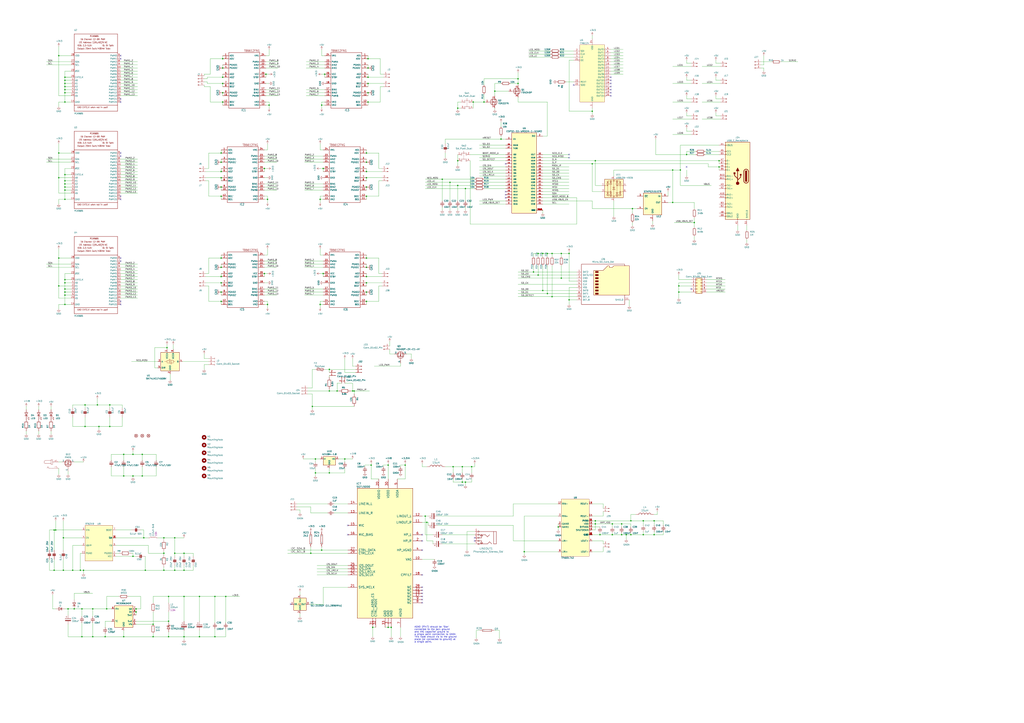
<source format=kicad_sch>
(kicad_sch (version 20230121) (generator eeschema)
  (paper "A1")
  (lib_symbols
    (symbol "Adafruit Motor HAT rev A-eagle-import:CAP_CERAMIC0805-NOOUTLINE"
      (property "Reference" "C" (at -1.79 0.54 90))
      (symbol "CAP_CERAMIC0805-NOOUTLINE_1_0"
        (pin passive line (at 0 5.08 270) (length 2.54) (name "1") (number "1"))
        (pin passive line (at 0 -2.54 90) (length 2.54) (name "2") (number "2"))
      )
    )
    (symbol "Adafruit Motor HAT rev A-eagle-import:FIDUCIAL{dblquote}{dblquote}")
    (symbol "Adafruit Motor HAT rev A-eagle-import:GND" (power)
      (property "Value" "GND" (at -2.54 -2.54 0))
      (symbol "GND_1_0"
        (pin power_in line (at 0 2.54 270) (length 2.54) (name "GND") (number "1"))
      )
    )
    (symbol "Adafruit Motor HAT rev A-eagle-import:PCA9685"
      (property "Reference" "U" (at -17.78 35.56 0))
      (symbol "PCA9685_1_0"
        (text "16 Channel 12-Bit PWM" (at -12.7 27.94 0) (effects (font (size 1.27 1.0795)) (justify left bottom)))
        (text "GND EXTCLK when not in use!" (at -15.24 -27.94 0) (effects (font (size 1.27 1.0795)) (justify left bottom)))
        (text "I2C Address: 1[A5..A0][R/W]" (at -13.97 25.4 0) (effects (font (size 1.27 1.0795)) (justify left bottom)))
        (text "IO: 5V Safe" (at 5.08 22.86 0) (effects (font (size 1.27 1.0795)) (justify left bottom)))
        (text "Output: 25mA Each/400mA Total" (at -15.24 20.32 0) (effects (font (size 1.27 1.0795)) (justify left bottom)))
        (text "PCA9685" (at -5.08 30.48 0) (effects (font (size 1.27 1.0795)) (justify left bottom)))
        (text "VDD: 2.3-5.5V" (at -15.24 22.86 0) (effects (font (size 1.27 1.0795)) (justify left bottom)))
        (pin bidirectional line (at -20.32 -5.08 0) (length 2.54) (name "A0") (number "1"))
        (pin output line (at 20.32 5.08 180) (length 2.54) (name "PWM4") (number "10"))
        (pin output line (at 20.32 2.54 180) (length 2.54) (name "PWM5") (number "11"))
        (pin output line (at 20.32 0 180) (length 2.54) (name "PWM6") (number "12"))
        (pin output line (at 20.32 -2.54 180) (length 2.54) (name "PWM7") (number "13"))
        (pin power_in line (at -20.32 -22.86 0) (length 2.54) (name "GND") (number "14"))
        (pin output line (at 20.32 -5.08 180) (length 2.54) (name "PWM8") (number "15"))
        (pin output line (at 20.32 -7.62 180) (length 2.54) (name "PWM9") (number "16"))
        (pin output line (at 20.32 -10.16 180) (length 2.54) (name "PWM10") (number "17"))
        (pin output line (at 20.32 -12.7 180) (length 2.54) (name "PWM11") (number "18"))
        (pin output line (at 20.32 -15.24 180) (length 2.54) (name "PWM12") (number "19"))
        (pin bidirectional line (at -20.32 -7.62 0) (length 2.54) (name "A1") (number "2"))
        (pin output line (at 20.32 -17.78 180) (length 2.54) (name "PWM13") (number "20"))
        (pin output line (at 20.32 -20.32 180) (length 2.54) (name "PWM14") (number "21"))
        (pin output line (at 20.32 -22.86 180) (length 2.54) (name "PWM15") (number "22"))
        (pin input line (at -20.32 2.54 0) (length 2.54) (name "#OE") (number "23"))
        (pin bidirectional line (at -20.32 -17.78 0) (length 2.54) (name "A5") (number "24"))
        (pin input line (at -20.32 -2.54 0) (length 2.54) (name "EXTCLK") (number "25"))
        (pin bidirectional line (at -20.32 7.62 0) (length 2.54) (name "SCL") (number "26"))
        (pin bidirectional line (at -20.32 10.16 0) (length 2.54) (name "SDA") (number "27"))
        (pin power_in line (at -20.32 15.24 0) (length 2.54) (name "VDD") (number "28"))
        (pin bidirectional line (at -20.32 -10.16 0) (length 2.54) (name "A2") (number "3"))
        (pin bidirectional line (at -20.32 -12.7 0) (length 2.54) (name "A3") (number "4"))
        (pin bidirectional line (at -20.32 -15.24 0) (length 2.54) (name "A4") (number "5"))
        (pin output line (at 20.32 15.24 180) (length 2.54) (name "PWM0") (number "6"))
        (pin output line (at 20.32 12.7 180) (length 2.54) (name "PWM1") (number "7"))
        (pin output line (at 20.32 10.16 180) (length 2.54) (name "PWM2") (number "8"))
        (pin output line (at 20.32 7.62 180) (length 2.54) (name "PWM3") (number "9"))
      )
    )
    (symbol "Adafruit Motor HAT rev A-eagle-import:RESISTOR0805_NOOUTLINE"
      (property "Reference" "R" (at -2.54 2.032 0))
      (symbol "RESISTOR0805_NOOUTLINE_1_0"
        (pin passive line (at -5.08 0 0) (length 2.54) (name "1") (number "1"))
        (pin passive line (at 5.08 0 180) (length 2.54) (name "2") (number "2"))
      )
    )
    (symbol "Adafruit Motor HAT rev A-eagle-import:TB6612FNG"
      (property "Reference" "IC" (at -2.54 -25.4 0))
      (symbol "TB6612FNG_1_0"
        (text "TB6612FNG" (at 12.7 25.4 0) (effects (font (size 1.778 1.5113)) (justify right top)))
        (pin output line (at -17.78 20.32 0) (length 5.08) (name "AO1") (number "1"))
        (pin power_in line (at -17.78 -12.7 0) (length 5.08) (name "PGND2'") (number "10"))
        (pin output line (at -17.78 -20.32 0) (length 5.08) (name "BO1") (number "11"))
        (pin output line (at -17.78 -17.78 0) (length 5.08) (name "BO1'") (number "12"))
        (pin power_in line (at 17.78 -20.32 180) (length 5.08) (name "VM2") (number "13"))
        (pin power_in line (at 17.78 -17.78 180) (length 5.08) (name "VM3") (number "14"))
        (pin input line (at 17.78 -12.7 180) (length 5.08) (name "PWMB") (number "15"))
        (pin input line (at 17.78 -10.16 180) (length 5.08) (name "BIN2") (number "16"))
        (pin input line (at 17.78 -7.62 180) (length 5.08) (name "BIN1") (number "17"))
        (pin power_in line (at 17.78 -2.54 180) (length 5.08) (name "GND") (number "18"))
        (pin input line (at 17.78 2.54 180) (length 5.08) (name "STBY") (number "19"))
        (pin output line (at -17.78 17.78 0) (length 5.08) (name "AO1'") (number "2"))
        (pin power_in line (at 17.78 5.08 180) (length 5.08) (name "VCC") (number "20"))
        (pin input line (at 17.78 10.16 180) (length 5.08) (name "AIN1") (number "21"))
        (pin input line (at 17.78 12.7 180) (length 5.08) (name "AIN2") (number "22"))
        (pin input line (at 17.78 15.24 180) (length 5.08) (name "PWMA") (number "23"))
        (pin power_in line (at 17.78 20.32 180) (length 5.08) (name "VM1") (number "24"))
        (pin power_in line (at -17.78 12.7 0) (length 5.08) (name "PGND1") (number "3"))
        (pin power_in line (at -17.78 10.16 0) (length 5.08) (name "PGND1'") (number "4"))
        (pin output line (at -17.78 5.08 0) (length 5.08) (name "AO2") (number "5"))
        (pin output line (at -17.78 2.54 0) (length 5.08) (name "AO2'") (number "6"))
        (pin output line (at -17.78 -2.54 0) (length 5.08) (name "BO2") (number "7"))
        (pin output line (at -17.78 -5.08 0) (length 5.08) (name "BO2'") (number "8"))
        (pin power_in line (at -17.78 -10.16 0) (length 5.08) (name "PGND2") (number "9"))
      )
    )
    (symbol "Connector:Conn_01x02_Pin" (pin_names (offset 1.016) hide)
      (property "Reference" "J" (at 0 2.54 0))
      (property "Value" "Conn_01x02_Pin" (at 0 -5.08 0))
      (symbol "Conn_01x02_Pin_1_1"
        (pin passive line (at 5.08 0 180) (length 3.81) (name "Pin_1") (number "1"))
        (pin passive line (at 5.08 -2.54 180) (length 3.81) (name "Pin_2") (number "2"))
      )
    )
    (symbol "Connector:Conn_01x03_Socket" (pin_names (offset 1.016) hide)
      (property "Reference" "J" (at 0 5.08 0))
      (property "Value" "Conn_01x03_Socket" (at 0 -5.08 0))
      (symbol "Conn_01x03_Socket_1_1"
        (pin passive line (at -5.08 2.54 0) (length 3.81) (name "Pin_1") (number "1"))
        (pin passive line (at -5.08 0 0) (length 3.81) (name "Pin_2") (number "2"))
        (pin passive line (at -5.08 -2.54 0) (length 3.81) (name "Pin_3") (number "3"))
      )
    )
    (symbol "Connector:Conn_01x04_Pin" (pin_names (offset 1.016) hide)
      (property "Reference" "J" (at 0 5.08 0))
      (property "Value" "Conn_01x04_Pin" (at 0 -7.62 0))
      (symbol "Conn_01x04_Pin_1_1"
        (pin passive line (at 5.08 2.54 180) (length 3.81) (name "Pin_1") (number "1"))
        (pin passive line (at 5.08 0 180) (length 3.81) (name "Pin_2") (number "2"))
        (pin passive line (at 5.08 -2.54 180) (length 3.81) (name "Pin_3") (number "3"))
        (pin passive line (at 5.08 -5.08 180) (length 3.81) (name "Pin_4") (number "4"))
      )
    )
    (symbol "Connector:USB_C_Receptacle" (pin_names (offset 1.016))
      (property "Reference" "J" (at -10.16 29.21 0))
      (property "Value" "USB_C_Receptacle" (at 10.16 29.21 0))
      (symbol "USB_C_Receptacle_1_1"
        (pin passive line (at 0 -40.64 90) (length 5.08) (name "GND") (number "A1"))
        (pin bidirectional line (at 15.24 -15.24 180) (length 5.08) (name "RX2-") (number "A10"))
        (pin bidirectional line (at 15.24 -17.78 180) (length 5.08) (name "RX2+") (number "A11"))
        (pin passive line (at 0 -40.64 90) (length 5.08) hide (name "GND") (number "A12"))
        (pin bidirectional line (at 15.24 -10.16 180) (length 5.08) (name "TX1+") (number "A2"))
        (pin bidirectional line (at 15.24 -7.62 180) (length 5.08) (name "TX1-") (number "A3"))
        (pin passive line (at 15.24 25.4 180) (length 5.08) (name "VBUS") (number "A4"))
        (pin bidirectional line (at 15.24 20.32 180) (length 5.08) (name "CC1") (number "A5"))
        (pin bidirectional line (at 15.24 7.62 180) (length 5.08) (name "D+") (number "A6"))
        (pin bidirectional line (at 15.24 12.7 180) (length 5.08) (name "D-") (number "A7"))
        (pin bidirectional line (at 15.24 -30.48 180) (length 5.08) (name "SBU1") (number "A8"))
        (pin passive line (at 15.24 25.4 180) (length 5.08) hide (name "VBUS") (number "A9"))
        (pin passive line (at 0 -40.64 90) (length 5.08) hide (name "GND") (number "B1"))
        (pin bidirectional line (at 15.24 0 180) (length 5.08) (name "RX1-") (number "B10"))
        (pin bidirectional line (at 15.24 -2.54 180) (length 5.08) (name "RX1+") (number "B11"))
        (pin passive line (at 0 -40.64 90) (length 5.08) hide (name "GND") (number "B12"))
        (pin bidirectional line (at 15.24 -25.4 180) (length 5.08) (name "TX2+") (number "B2"))
        (pin bidirectional line (at 15.24 -22.86 180) (length 5.08) (name "TX2-") (number "B3"))
        (pin passive line (at 15.24 25.4 180) (length 5.08) hide (name "VBUS") (number "B4"))
        (pin bidirectional line (at 15.24 17.78 180) (length 5.08) (name "CC2") (number "B5"))
        (pin bidirectional line (at 15.24 5.08 180) (length 5.08) (name "D+") (number "B6"))
        (pin bidirectional line (at 15.24 10.16 180) (length 5.08) (name "D-") (number "B7"))
        (pin bidirectional line (at 15.24 -33.02 180) (length 5.08) (name "SBU2") (number "B8"))
        (pin passive line (at 15.24 25.4 180) (length 5.08) hide (name "VBUS") (number "B9"))
        (pin passive line (at -7.62 -40.64 90) (length 5.08) (name "SHIELD") (number "S1"))
      )
    )
    (symbol "Connector_Generic:Conn_02x05_Odd_Even" (pin_names (offset 1.016) hide)
      (property "Reference" "J" (at 1.27 7.62 0))
      (property "Value" "Conn_02x05_Odd_Even" (at 1.27 -7.62 0))
      (symbol "Conn_02x05_Odd_Even_1_1"
        (pin passive line (at -5.08 5.08 0) (length 3.81) (name "Pin_1") (number "1"))
        (pin passive line (at 7.62 -5.08 180) (length 3.81) (name "Pin_10") (number "10"))
        (pin passive line (at 7.62 5.08 180) (length 3.81) (name "Pin_2") (number "2"))
        (pin passive line (at -5.08 2.54 0) (length 3.81) (name "Pin_3") (number "3"))
        (pin passive line (at 7.62 2.54 180) (length 3.81) (name "Pin_4") (number "4"))
        (pin passive line (at -5.08 0 0) (length 3.81) (name "Pin_5") (number "5"))
        (pin passive line (at 7.62 0 180) (length 3.81) (name "Pin_6") (number "6"))
        (pin passive line (at -5.08 -2.54 0) (length 3.81) (name "Pin_7") (number "7"))
        (pin passive line (at 7.62 -2.54 180) (length 3.81) (name "Pin_8") (number "8"))
        (pin passive line (at -5.08 -5.08 0) (length 3.81) (name "Pin_9") (number "9"))
      )
    )
    (symbol "Device:C_Polarized_Small" (pin_numbers hide) (pin_names (offset 0.254) hide)
      (property "Reference" "C" (at 0.254 1.778 0))
      (property "Value" "C_Polarized_Small" (at 0.254 -2.032 0))
      (symbol "C_Polarized_Small_1_1"
        (pin passive line (at 0 2.54 270) (length 1.8542) (name "~") (number "1"))
        (pin passive line (at 0 -2.54 90) (length 1.8542) (name "~") (number "2"))
      )
    )
    (symbol "Device:C_Small" (pin_numbers hide) (pin_names (offset 0.254) hide)
      (property "Reference" "C" (at 0.254 1.778 0))
      (property "Value" "C_Small" (at 0.254 -2.032 0))
      (symbol "C_Small_1_1"
        (pin passive line (at 0 2.54 270) (length 2.032) (name "~") (number "1"))
        (pin passive line (at 0 -2.54 90) (length 2.032) (name "~") (number "2"))
      )
    )
    (symbol "Device:D" (pin_numbers hide) (pin_names (offset 1.016) hide)
      (property "Reference" "D" (at 0 2.54 0))
      (property "Value" "D" (at 0 -2.54 0))
      (symbol "D_1_1"
        (pin passive line (at -3.81 0 0) (length 2.54) (name "K") (number "1"))
        (pin passive line (at 3.81 0 180) (length 2.54) (name "A") (number "2"))
      )
    )
    (symbol "Device:L" (pin_numbers hide) (pin_names (offset 1.016) hide)
      (property "Reference" "L" (at -1.27 0 90))
      (property "Value" "L" (at 1.905 0 90))
      (symbol "L_1_1"
        (pin passive line (at 0 3.81 270) (length 1.27) (name "1") (number "1"))
        (pin passive line (at 0 -3.81 90) (length 1.27) (name "2") (number "2"))
      )
    )
    (symbol "Device:LED" (pin_numbers hide) (pin_names (offset 1.016) hide)
      (property "Reference" "D" (at 0 2.54 0))
      (property "Value" "LED" (at 0 -2.54 0))
      (symbol "LED_1_1"
        (pin passive line (at -3.81 0 0) (length 2.54) (name "K") (number "1"))
        (pin passive line (at 3.81 0 180) (length 2.54) (name "A") (number "2"))
      )
    )
    (symbol "Device:Polyfuse" (pin_numbers hide) (pin_names (offset 0))
      (property "Reference" "F" (at -2.54 0 90))
      (property "Value" "Polyfuse" (at 2.54 0 90))
      (symbol "Polyfuse_1_1"
        (pin passive line (at 0 3.81 270) (length 1.27) (name "~") (number "1"))
        (pin passive line (at 0 -3.81 90) (length 1.27) (name "~") (number "2"))
      )
    )
    (symbol "Device:Q_NMOS_GSD" (pin_names (offset 0) hide)
      (property "Reference" "Q" (at 5.08 1.27 0))
      (property "Value" "Q_NMOS_GSD" (at 5.08 -1.27 0))
      (symbol "Q_NMOS_GSD_1_1"
        (pin input line (at -5.08 0 0) (length 2.54) (name "G") (number "1"))
        (pin passive line (at 2.54 -5.08 90) (length 2.54) (name "S") (number "2"))
        (pin passive line (at 2.54 5.08 270) (length 2.54) (name "D") (number "3"))
      )
    )
    (symbol "Device:Q_PMOS_GSD" (pin_names (offset 0) hide)
      (property "Reference" "Q" (at 5.08 1.27 0))
      (property "Value" "Q_PMOS_GSD" (at 5.08 -1.27 0))
      (symbol "Q_PMOS_GSD_1_1"
        (pin input line (at -5.08 0 0) (length 2.54) (name "G") (number "1"))
        (pin passive line (at 2.54 -5.08 90) (length 2.54) (name "S") (number "2"))
        (pin passive line (at 2.54 5.08 270) (length 2.54) (name "D") (number "3"))
      )
    )
    (symbol "Device:R" (pin_numbers hide) (pin_names (offset 0))
      (property "Reference" "R" (at 2.032 0 90))
      (property "Value" "R" (at 0 0 90))
      (symbol "R_1_1"
        (pin passive line (at 0 3.81 270) (length 1.27) (name "~") (number "1"))
        (pin passive line (at 0 -3.81 90) (length 1.27) (name "~") (number "2"))
      )
    )
    (symbol "Diode:1N5819" (pin_numbers hide) (pin_names (offset 1.016) hide)
      (property "Reference" "D" (at 0 2.54 0))
      (property "Value" "1N5819" (at 0 -2.54 0))
      (symbol "1N5819_1_1"
        (pin passive line (at -3.81 0 0) (length 2.54) (name "K") (number "1"))
        (pin passive line (at 3.81 0 180) (length 2.54) (name "A") (number "2"))
      )
    )
    (symbol "LEDPanel:FM6124"
      (property "Reference" "U" (at 1.27 1.27 0))
      (property "Value" "FM6124" (at 3.81 -48.26 0))
      (symbol "FM6124_1_1"
        (pin power_in line (at 10.16 -52.07 90) (length 5.08) (name "GND") (number "1"))
        (pin output inverted (at 25.4 -16.51 180) (length 5.08) (name "OUT5") (number "10"))
        (pin output inverted (at 25.4 -19.05 180) (length 5.08) (name "OUT6") (number "11"))
        (pin output inverted (at 25.4 -21.59 180) (length 5.08) (name "OUT7") (number "12"))
        (pin output inverted (at 25.4 -24.13 180) (length 5.08) (name "OUT8") (number "13"))
        (pin output inverted (at 25.4 -26.67 180) (length 5.08) (name "OUT9") (number "14"))
        (pin output inverted (at 25.4 -29.21 180) (length 5.08) (name "OUT10") (number "15"))
        (pin output inverted (at 25.4 -31.75 180) (length 5.08) (name "OUT11") (number "16"))
        (pin output inverted (at 25.4 -34.29 180) (length 5.08) (name "OUT12") (number "17"))
        (pin output inverted (at 25.4 -36.83 180) (length 5.08) (name "OUT13") (number "18"))
        (pin output inverted (at 25.4 -39.37 180) (length 5.08) (name "OUT14") (number "19"))
        (pin input line (at -5.08 -5.08 0) (length 5.08) (name "SDI") (number "2"))
        (pin output inverted (at 25.4 -41.91 180) (length 5.08) (name "OUT15") (number "20"))
        (pin input inverted (at -5.08 -12.7 0) (length 5.08) (name "OE") (number "21"))
        (pin output line (at -5.08 -33.02 0) (length 5.08) (name "SDO") (number "22"))
        (pin passive line (at -5.08 -30.48 0) (length 5.08) (name "REXT") (number "23"))
        (pin power_in line (at 10.16 5.08 270) (length 5.08) (name "VDD") (number "24"))
        (pin input line (at -5.08 -7.62 0) (length 5.08) (name "CLK") (number "3"))
        (pin input line (at -5.08 -10.16 0) (length 5.08) (name "LE") (number "4"))
        (pin output inverted (at 25.4 -3.81 180) (length 5.08) (name "OUT0") (number "5"))
        (pin output inverted (at 25.4 -6.35 180) (length 5.08) (name "OUT1") (number "6"))
        (pin output inverted (at 25.4 -8.89 180) (length 5.08) (name "OUT2") (number "7"))
        (pin output inverted (at 25.4 -11.43 180) (length 5.08) (name "OUT3") (number "8"))
        (pin output inverted (at 25.4 -13.97 180) (length 5.08) (name "OUT4") (number "9"))
      )
    )
    (symbol "Logic_LevelTranslator:SN74LVC1T45DBV"
      (property "Reference" "U" (at -6.35 8.89 0))
      (property "Value" "SN74LVC1T45DBV" (at 3.81 8.89 0))
      (symbol "SN74LVC1T45DBV_1_1"
        (pin power_in line (at -2.54 10.16 270) (length 2.54) (name "VCCA") (number "1"))
        (pin power_in line (at 0 -10.16 90) (length 2.54) (name "GND") (number "2"))
        (pin bidirectional line (at -10.16 0 0) (length 2.54) (name "A") (number "3"))
        (pin bidirectional line (at 10.16 0 180) (length 2.54) (name "B") (number "4"))
        (pin input line (at -10.16 -5.08 0) (length 2.54) (name "DIR") (number "5"))
        (pin power_in line (at 2.54 10.16 270) (length 2.54) (name "VCCB") (number "6"))
      )
    )
    (symbol "Mechanical:MountingHole" (pin_names (offset 1.016))
      (property "Reference" "H" (at 0 5.08 0))
      (property "Value" "MountingHole" (at 0 3.175 0))
    )
    (symbol "Oscillator:SG-210SCD" (pin_names (offset 0.254))
      (property "Reference" "X" (at -5.08 6.35 0))
      (property "Value" "SG-210SCD" (at 1.27 -6.35 0))
      (symbol "SG-210SCD_1_1"
        (pin input line (at -7.62 0 0) (length 2.54) (name "OE") (number "1"))
        (pin power_in line (at 0 -7.62 90) (length 2.54) (name "GND") (number "2"))
        (pin output line (at 7.62 0 180) (length 2.54) (name "OUT") (number "3"))
        (pin power_in line (at 0 7.62 270) (length 2.54) (name "Vcc") (number "4"))
      )
    )
    (symbol "PLH:ESP32-S3-WROOM-1-N16R2" (pin_names (offset 1.016))
      (property "Reference" "U" (at -10.16 34.1122 0))
      (property "Value" "ESP32-S3-WROOM-1-N16R2" (at -10.16 -35.56 0))
      (symbol "ESP32-S3-WROOM-1-N16R2_0_0"
        (pin power_in line (at 15.24 -30.48 180) (length 5.08) (name "GND") (number "1"))
        (pin bidirectional line (at 15.24 15.24 180) (length 5.08) (name "IO17") (number "10"))
        (pin bidirectional line (at 15.24 12.7 180) (length 5.08) (name "IO18") (number "11"))
        (pin bidirectional line (at -15.24 -5.08 0) (length 5.08) (name "IO8") (number "12"))
        (pin bidirectional line (at 15.24 10.16 180) (length 5.08) (name "IO19") (number "13"))
        (pin bidirectional line (at 15.24 7.62 180) (length 5.08) (name "IO20") (number "14"))
        (pin bidirectional line (at -15.24 7.62 0) (length 5.08) (name "IO3") (number "15"))
        (pin bidirectional line (at 15.24 -20.32 180) (length 5.08) (name "IO46") (number "16"))
        (pin bidirectional line (at -15.24 -7.62 0) (length 5.08) (name "IO9") (number "17"))
        (pin bidirectional line (at -15.24 -10.16 0) (length 5.08) (name "IO10") (number "18"))
        (pin bidirectional line (at -15.24 -12.7 0) (length 5.08) (name "IO11") (number "19"))
        (pin power_in line (at 15.24 30.48 180) (length 5.08) (name "3V3") (number "2"))
        (pin bidirectional line (at -15.24 -15.24 0) (length 5.08) (name "IO12") (number "20"))
        (pin bidirectional line (at -15.24 -17.78 0) (length 5.08) (name "IO13") (number "21"))
        (pin bidirectional line (at -15.24 -20.32 0) (length 5.08) (name "IO14") (number "22"))
        (pin bidirectional line (at 15.24 5.08 180) (length 5.08) (name "IO21") (number "23"))
        (pin bidirectional line (at 15.24 -22.86 180) (length 5.08) (name "IO47") (number "24"))
        (pin bidirectional line (at 15.24 -25.4 180) (length 5.08) (name "IO48") (number "25"))
        (pin bidirectional line (at 15.24 -17.78 180) (length 5.08) (name "IO45") (number "26"))
        (pin bidirectional line (at -15.24 15.24 0) (length 5.08) (name "IO0") (number "27"))
        (pin bidirectional line (at 15.24 2.54 180) (length 5.08) (name "IO35") (number "28"))
        (pin bidirectional line (at 15.24 0 180) (length 5.08) (name "IO36") (number "29"))
        (pin input line (at -15.24 27.94 0) (length 5.08) (name "EN") (number "3"))
        (pin bidirectional line (at 15.24 -2.54 180) (length 5.08) (name "IO37") (number "30"))
        (pin bidirectional line (at 15.24 -5.08 180) (length 5.08) (name "IO38") (number "31"))
        (pin bidirectional line (at 15.24 -7.62 180) (length 5.08) (name "IO39") (number "32"))
        (pin bidirectional line (at 15.24 -10.16 180) (length 5.08) (name "IO40") (number "33"))
        (pin bidirectional line (at 15.24 -12.7 180) (length 5.08) (name "IO41") (number "34"))
        (pin bidirectional line (at 15.24 -15.24 180) (length 5.08) (name "IO42") (number "35"))
        (pin bidirectional line (at -15.24 22.86 0) (length 5.08) (name "RXD0") (number "36"))
        (pin bidirectional line (at -15.24 20.32 0) (length 5.08) (name "TXD0") (number "37"))
        (pin bidirectional line (at -15.24 10.16 0) (length 5.08) (name "IO2") (number "38"))
        (pin bidirectional line (at -15.24 12.7 0) (length 5.08) (name "IO1") (number "39"))
        (pin bidirectional line (at -15.24 5.08 0) (length 5.08) (name "IO4") (number "4"))
        (pin power_in line (at 15.24 -30.48 180) (length 5.08) (name "GND") (number "40"))
        (pin power_in line (at 15.24 -30.48 180) (length 5.08) (name "GND") (number "41_1"))
        (pin power_in line (at 15.24 -30.48 180) (length 5.08) (name "GND") (number "41_2"))
        (pin power_in line (at 15.24 -30.48 180) (length 5.08) (name "GND") (number "41_3"))
        (pin power_in line (at 15.24 -30.48 180) (length 5.08) (name "GND") (number "41_4"))
        (pin power_in line (at 15.24 -30.48 180) (length 5.08) (name "GND") (number "41_5"))
        (pin power_in line (at 15.24 -30.48 180) (length 5.08) (name "GND") (number "41_6"))
        (pin power_in line (at 15.24 -30.48 180) (length 5.08) (name "GND") (number "41_7"))
        (pin power_in line (at 15.24 -30.48 180) (length 5.08) (name "GND") (number "41_8"))
        (pin power_in line (at 15.24 -30.48 180) (length 5.08) (name "GND") (number "41_9"))
        (pin bidirectional line (at -15.24 2.54 0) (length 5.08) (name "IO5") (number "5"))
        (pin bidirectional line (at -15.24 0 0) (length 5.08) (name "IO6") (number "6"))
        (pin bidirectional line (at -15.24 -2.54 0) (length 5.08) (name "IO7") (number "7"))
        (pin bidirectional line (at -15.24 -22.86 0) (length 5.08) (name "IO15") (number "8"))
        (pin bidirectional line (at -15.24 -25.4 0) (length 5.08) (name "IO16") (number "9"))
      )
    )
    (symbol "PLH:RT6219"
      (property "Reference" "U" (at 0 0 0))
      (symbol "RT6219_1_1"
        (pin input line (at 25.4 -22.86 180) (length 2.54) (name "PGOOD") (number "1"))
        (pin input line (at 25.4 -10.16 180) (length 2.54) (name "SW") (number "10"))
        (pin input line (at -2.54 -22.86 0) (length 2.54) (name "PGND") (number "11"))
        (pin input line (at -2.54 -16.51 0) (length 2.54) (name "VBYP") (number "2"))
        (pin input line (at -2.54 -3.81 0) (length 2.54) (name "VIN") (number "3"))
        (pin input line (at -2.54 -10.16 0) (length 2.54) (name "EN") (number "4"))
        (pin input line (at 25.4 -16.51 180) (length 2.54) (name "FB") (number "5"))
        (pin input line (at 25.4 -25.4 180) (length 2.54) (name "VCC") (number "6"))
        (pin input line (at 25.4 -3.81 180) (length 2.54) (name "BOOT") (number "7"))
        (pin input line (at 25.4 -10.16 180) (length 2.54) (name "SW") (number "8"))
        (pin input line (at 25.4 -10.16 180) (length 2.54) (name "SW") (number "9"))
      )
    )
    (symbol "PLH:TPA6017A2"
      (property "Reference" "U" (at 1.27 1.27 0))
      (symbol "TPA6017A2_1_1"
        (pin input line (at 25.4 -29.21 180) (length 2.54) (name "GND") (number "1"))
        (pin input line (at 25.4 -22.86 180) (length 2.54) (name "BYPASS") (number "10"))
        (pin input line (at 25.4 -29.21 180) (length 2.54) (name "GND") (number "11"))
        (pin input line (at 25.4 -29.21 180) (length 2.54) (name "GND") (number "13"))
        (pin input line (at 25.4 -13.97 180) (length 2.54) (name "ROUT-") (number "14"))
        (pin input line (at 25.4 -17.78 180) (length 2.54) (name "PVDD") (number "15"))
        (pin input line (at 25.4 -20.32 180) (length 2.54) (name "VDD") (number "16"))
        (pin input line (at -2.54 -3.81 0) (length 2.54) (name "RIN-") (number "17"))
        (pin input line (at 25.4 -3.81 180) (length 2.54) (name "ROUT+") (number "18"))
        (pin input inverted (at 25.4 -25.4 180) (length 2.54) (name "SHUTDOWN") (number "19"))
        (pin input line (at -2.54 -20.32 0) (length 2.54) (name "GAIN0") (number "2"))
        (pin input line (at 25.4 -29.21 180) (length 2.54) (name "GND") (number "20"))
        (pin input line (at -2.54 -22.86 0) (length 2.54) (name "GAIN1") (number "3"))
        (pin input line (at 25.4 -34.29 180) (length 2.54) (name "LOUT+") (number "4"))
        (pin input line (at -2.54 -34.29 0) (length 2.54) (name "LIN-") (number "5"))
        (pin input line (at 25.4 -17.78 180) (length 2.54) (name "PVDD") (number "6"))
        (pin input line (at -2.54 -13.97 0) (length 2.54) (name "RIN+") (number "7"))
        (pin input line (at 25.4 -43.18 180) (length 2.54) (name "LOUT-") (number "8"))
        (pin input line (at -2.54 -43.18 0) (length 2.54) (name "LIN+") (number "9"))
      )
    )
    (symbol "Power_Management:TPS2041B" (pin_names (offset 1.016))
      (property "Reference" "U12" (at 5.08 -11.43 0))
      (property "Value" "STMPS2151STR" (at 0 8.89 0))
      (symbol "TPS2041B_1_1"
        (pin power_out line (at 12.7 0 180) (length 5.08) (name "OUT") (number "1"))
        (pin power_in line (at 0 -15.24 90) (length 5.08) (name "GND") (number "2"))
        (pin open_collector line (at -12.7 5.08 0) (length 5.08) (name "~{OC}") (number "3"))
        (pin input line (at -12.7 -5.08 0) (length 5.08) (name "EN") (number "4"))
        (pin power_in line (at 12.7 5.08 180) (length 5.08) (name "IN") (number "5"))
      )
    )
    (symbol "Power_Protection:USBLC6-4SC6" (pin_names hide)
      (property "Reference" "U" (at 2.54 8.89 0))
      (property "Value" "USBLC6-4SC6" (at 2.54 -8.89 0))
      (symbol "USBLC6-4SC6_1_1"
        (pin passive line (at -10.16 2.54 0) (length 2.54) (name "I/O1") (number "1"))
        (pin passive line (at 0 -10.16 90) (length 2.54) (name "GND") (number "2"))
        (pin passive line (at -10.16 -2.54 0) (length 2.54) (name "I/O2") (number "3"))
        (pin passive line (at 10.16 2.54 180) (length 2.54) (name "I/O3") (number "4"))
        (pin passive line (at 0 10.16 270) (length 2.54) (name "VBUS") (number "5"))
        (pin passive line (at 10.16 -2.54 180) (length 2.54) (name "I/O4") (number "6"))
      )
    )
    (symbol "Power_v1.2-eagle-import:PJ-037A"
      (property "Reference" "J" (at -7.6261 5.084 0))
      (symbol "PJ-037A_1_0"
        (pin passive line (at 5.08 2.54 180) (length 5.08) (name "1") (number "+\\"))
        (pin passive line (at 5.08 -2.54 180) (length 5.08) (name "2") (number "-\\"))
      )
    )
    (symbol "Regulator_Linear:AZ1084-1.8" (pin_names (offset 0.254))
      (property "Reference" "U" (at -3.81 3.175 0))
      (property "Value" "AZ1084-1.8" (at 0 3.175 0))
      (symbol "AZ1084-1.8_1_1"
        (pin power_in line (at 0 -7.62 90) (length 2.54) (name "GND") (number "1"))
        (pin power_out line (at 7.62 0 180) (length 2.54) (name "VO") (number "2"))
        (pin power_in line (at -7.62 0 0) (length 2.54) (name "VI") (number "3"))
      )
    )
    (symbol "Regulator_Switching:MC33063AD"
      (property "Reference" "U" (at -7.62 8.89 0))
      (property "Value" "MC33063AD" (at 0 8.89 0))
      (symbol "MC33063AD_1_1"
        (pin open_collector line (at 10.16 0 180) (length 2.54) (name "SwC") (number "1"))
        (pin open_emitter line (at 10.16 -5.08 180) (length 2.54) (name "SwE") (number "2"))
        (pin passive line (at -10.16 -5.08 0) (length 2.54) (name "TC") (number "3"))
        (pin power_in line (at 0 -12.7 90) (length 2.54) (name "GND") (number "4"))
        (pin input line (at 10.16 -7.62 180) (length 2.54) (name "Vfb") (number "5"))
        (pin power_in line (at -10.16 5.08 0) (length 2.54) (name "Vin") (number "6"))
        (pin input line (at 10.16 5.08 180) (length 2.54) (name "Ipk") (number "7"))
        (pin open_collector line (at 10.16 2.54 180) (length 2.54) (name "DC") (number "8"))
      )
    )
    (symbol "Simulation_SPICE:PMOS" (pin_numbers hide) (pin_names (offset 0))
      (property "Reference" "Q" (at 5.08 1.27 0))
      (property "Value" "PMOS" (at 5.08 -1.27 0))
      (symbol "PMOS_1_1"
        (pin passive line (at 2.54 5.08 270) (length 2.54) (name "D") (number "1"))
        (pin input line (at -5.08 0 0) (length 2.54) (name "G") (number "2"))
        (pin passive line (at 2.54 -5.08 90) (length 2.54) (name "S") (number "3"))
      )
    )
    (symbol "Switch:SW_Push_Dual" (pin_names (offset 1.016) hide)
      (property "Reference" "SW" (at 1.27 2.54 0))
      (property "Value" "SW_Push_Dual" (at 0 -6.858 0))
      (symbol "SW_Push_Dual_0_1"
        (pin passive line (at -5.08 0 0) (length 2.54) (name "1") (number "1"))
        (pin passive line (at 5.08 0 180) (length 2.54) (name "2") (number "2"))
        (pin passive line (at -5.08 -5.08 0) (length 2.54) (name "3") (number "3"))
        (pin passive line (at 5.08 -5.08 180) (length 2.54) (name "4") (number "4"))
      )
    )
    (symbol "main-rescue:+3.3V-power" (power) (pin_names (offset 0))
      (property "Value" "+3.3V-power" (at 0 3.556 0))
      (symbol "+3.3V-power_1_1"
        (pin power_in line (at 0 0 90) (length 0) hide (name "+3V3") (number "1"))
      )
    )
    (symbol "main-rescue:CP-Device" (pin_numbers hide) (pin_names (offset 0.254))
      (property "Reference" "C" (at 0.635 2.54 0))
      (property "Value" "Device_CP" (at 0.635 -2.54 0))
      (symbol "CP-Device_1_1"
        (pin passive line (at 0 3.81 270) (length 2.794) (name "~") (number "1"))
        (pin passive line (at 0 -3.81 90) (length 2.794) (name "~") (number "2"))
      )
    )
    (symbol "main-rescue:Conn_01x03_Male-Connector" (pin_names (offset 1.016) hide)
      (property "Reference" "J" (at 0 5.08 0))
      (property "Value" "Connector_Conn_01x03_Male" (at 0 -5.08 0))
      (symbol "Conn_01x03_Male-Connector_1_1"
        (pin passive line (at 5.08 2.54 180) (length 3.81) (name "Pin_1") (number "1"))
        (pin passive line (at 5.08 0 180) (length 3.81) (name "Pin_2") (number "2"))
        (pin passive line (at 5.08 -2.54 180) (length 3.81) (name "Pin_3") (number "3"))
      )
    )
    (symbol "main-rescue:Inductor-MindHalo" (pin_names (offset 1.016))
      (property "Reference" "L" (at 0 2.54 0))
      (property "Value" "Inductor-MindHalo" (at 0 0 0))
      (symbol "Inductor-MindHalo_0_1"
        (pin passive line (at -2.54 -2.54 0) (length 2.54) (name "1") (number "1"))
        (pin passive line (at 12.7 -2.54 180) (length 2.54) (name "2") (number "2"))
      )
    )
    (symbol "main-rescue:Micro_SD_Card_Det-Connector" (pin_names (offset 1.016))
      (property "Reference" "J" (at -16.51 17.78 0))
      (property "Value" "Micro_SD_Card_Det-Connector" (at 16.51 17.78 0))
      (symbol "Micro_SD_Card_Det-Connector_1_1"
        (pin bidirectional line (at -22.86 10.16 0) (length 3.81) (name "DAT2") (number "1"))
        (pin passive line (at -22.86 -10.16 0) (length 3.81) (name "DET_A") (number "10"))
        (pin passive line (at 20.32 -12.7 180) (length 3.81) (name "SHIELD") (number "11"))
        (pin bidirectional line (at -22.86 7.62 0) (length 3.81) (name "DAT3/CD") (number "2"))
        (pin input line (at -22.86 5.08 0) (length 3.81) (name "CMD") (number "3"))
        (pin power_in line (at -22.86 2.54 0) (length 3.81) (name "VDD") (number "4"))
        (pin input line (at -22.86 0 0) (length 3.81) (name "CLK") (number "5"))
        (pin power_in line (at -22.86 -2.54 0) (length 3.81) (name "VSS") (number "6"))
        (pin input line (at -22.86 -5.08 0) (length 3.81) (name "DAT0") (number "7"))
        (pin input line (at -22.86 -7.62 0) (length 3.81) (name "DAT1") (number "8"))
        (pin passive line (at -22.86 -12.7 0) (length 3.81) (name "DET_B") (number "9"))
      )
    )
    (symbol "main-rescue:Phonejack_Stereo_SW-MindHalo" (pin_names (offset 1.016))
      (property "Reference" "LINEOUT" (at -15.24 -1.778 0))
      (property "Value" "Phonejack_Stereo_SW-MindHalo" (at -15.24 -16.002 0))
      (symbol "Phonejack_Stereo_SW-MindHalo_0_1"
        (pin passive line (at 17.78 -12.7 180) (length 2.54) (name "1") (number "1"))
        (pin passive line (at 17.78 -10.16 180) (length 2.54) (name "2") (number "2"))
        (pin passive line (at 17.78 -5.08 180) (length 2.54) (name "3") (number "3"))
        (pin passive line (at 17.78 -2.54 180) (length 2.54) (name "4") (number "4"))
        (pin passive line (at 17.78 -7.62 180) (length 2.54) (name "5") (number "5"))
      )
    )
    (symbol "main-rescue:R_0R62_1W-MindHalo-MainBoard-rescue" (pin_names (offset 1.016))
      (property "Reference" "R" (at -0.254 3.556 0))
      (property "Value" "R_0R62_1W-MindHalo-MainBoard-rescue" (at 0 0 0))
      (symbol "R_0R62_1W-MindHalo-MainBoard-rescue_0_1"
        (pin passive line (at -2.54 2.54 0) (length 2.54) (name "P") (number "1"))
        (pin passive line (at 10.16 2.54 180) (length 2.54) (name "P") (number "2"))
      )
    )
    (symbol "main-rescue:SGTL5000-MindHalo" (pin_names (offset 1.016))
      (property "Reference" "IC" (at 15.24 27.94 0))
      (property "Value" "SGTL5000-MindHalo" (at 15.24 25.4 0))
      (symbol "SGTL5000-MindHalo_0_1"
        (pin passive line (at 43.18 -88.9 90) (length 7.62) (name "GND") (number "1"))
        (pin passive line (at 68.58 -33.02 180) (length 7.62) (name "VAG") (number "10"))
        (pin passive line (at 68.58 -2.54 180) (length 7.62) (name "LINOUT_R") (number "11"))
        (pin passive line (at 68.58 2.54 180) (length 7.62) (name "LINOUT_L") (number "12"))
        (pin passive line (at 7.62 5.08 0) (length 7.62) (name "LINEIN_R") (number "13"))
        (pin passive line (at 7.62 12.7 0) (length 7.62) (name "LINEIN_L") (number "14"))
        (pin passive line (at 7.62 -5.08 0) (length 7.62) (name "MIC") (number "15"))
        (pin passive line (at 7.62 -12.7 0) (length 7.62) (name "MIC_BIAS") (number "16"))
        (pin passive line (at 68.58 -63.5 180) (length 7.62) (name "NC") (number "17"))
        (pin passive line (at 68.58 -45.72 180) (length 7.62) (name "CPFILT") (number "18"))
        (pin passive line (at 68.58 -60.96 180) (length 7.62) (name "NC") (number "19"))
        (pin passive line (at 68.58 -17.78 180) (length 7.62) (name "HP_R") (number "2"))
        (pin passive line (at 33.02 33.02 270) (length 7.62) (name "VDDIO") (number "20"))
        (pin passive line (at 7.62 -55.88 0) (length 7.62) (name "SYS_MCLK") (number "21"))
        (pin passive line (at 68.58 -58.42 180) (length 7.62) (name "NC") (number "22"))
        (pin passive line (at 7.62 -43.18 0) (length 7.62) (name "I2S_LRCLK") (number "23"))
        (pin passive line (at 7.62 -45.72 0) (length 7.62) (name "I2S_SCLK") (number "24"))
        (pin passive line (at 7.62 -38.1 0) (length 7.62) (name "I2S_DOUT") (number "25"))
        (pin passive line (at 7.62 -40.64 0) (length 7.62) (name "I2S_DIN") (number "26"))
        (pin passive line (at 7.62 -25.4 0) (length 7.62) (name "CTRL_DATA") (number "27"))
        (pin passive line (at 68.58 -55.88 180) (length 7.62) (name "NC") (number "28"))
        (pin passive line (at 7.62 -27.94 0) (length 7.62) (name "CTRL_CLK") (number "29"))
        (pin passive line (at 40.64 -88.9 90) (length 7.62) (name "GND") (number "3"))
        (pin passive line (at 40.64 33.02 270) (length 7.62) (name "VDDD") (number "30"))
        (pin passive line (at 27.94 -88.9 90) (length 7.62) (name "CTRL_ADR0_CS") (number "31"))
        (pin passive line (at 30.48 -88.9 90) (length 7.62) (name "CTRL_MODE") (number "32"))
        (pin passive line (at 38.1 -88.9 90) (length 7.62) (name "GND") (number "33"))
        (pin passive line (at 68.58 -25.4 180) (length 7.62) (name "HP_VGND") (number "4"))
        (pin passive line (at 48.26 33.02 270) (length 7.62) (name "VDDA") (number "5"))
        (pin passive line (at 68.58 -12.7 180) (length 7.62) (name "HP_L") (number "6"))
        (pin passive line (at 50.8 -88.9 90) (length 7.62) (name "AGND") (number "7"))
        (pin passive line (at 68.58 -68.58 180) (length 7.62) (name "NC") (number "8"))
        (pin passive line (at 68.58 -66.04 180) (length 7.62) (name "NC") (number "9"))
      )
    )
    (symbol "power:+12V" (power) (pin_names (offset 0))
      (property "Value" "+12V" (at 0 3.556 0))
      (symbol "+12V_1_1"
        (pin power_in line (at 0 0 90) (length 0) hide (name "+12V") (number "1"))
      )
    )
    (symbol "power:+1V8" (power) (pin_names (offset 0))
      (property "Value" "+1V8" (at 0 3.556 0))
      (symbol "+1V8_1_1"
        (pin power_in line (at 0 0 90) (length 0) hide (name "+1V8") (number "1"))
      )
    )
    (symbol "power:+3.3VA" (power) (pin_names (offset 0))
      (property "Value" "+3.3VA" (at 0 3.556 0))
      (symbol "+3.3VA_1_1"
        (pin power_in line (at 0 0 90) (length 0) hide (name "+3.3VA") (number "1"))
      )
    )
    (symbol "power:+5V" (power) (pin_names (offset 0))
      (property "Value" "+5V" (at 0 3.556 0))
      (symbol "+5V_1_1"
        (pin power_in line (at 0 0 90) (length 0) hide (name "+5V") (number "1"))
      )
    )
    (symbol "power:GND" (power) (pin_names (offset 0))
      (property "Value" "GND" (at 0 -3.81 0))
      (symbol "GND_1_1"
        (pin power_in line (at 0 0 270) (length 0) hide (name "GND") (number "1"))
      )
    )
    (symbol "power:GNDA" (power) (pin_names (offset 0))
      (property "Value" "GNDA" (at 0 -3.81 0))
      (symbol "GNDA_1_1"
        (pin power_in line (at 0 0 270) (length 0) hide (name "GNDA") (number "1"))
      )
    )
  )
  (junction (at 289.56 321.31))
  (junction (at 276.86 321.31))
  (junction (at 53.34 151.13))
  (junction (at 411.48 114.3))
  (junction (at 53.34 66.04))
  (junction (at 125.73 523.24))
  (junction (at 53.34 163.83))
  (junction (at 68.58 468.63))
  (junction (at 116.84 373.38))
  (junction (at 441.96 226.06))
  (junction (at 449.58 241.3))
  (junction (at 302.26 76.2))
  (junction (at 445.77 238.76))
  (junction (at 48.26 45.72))
  (junction (at 492.76 439.42))
  (junction (at 259.08 377.19))
  (junction (at 382.27 396.24))
  (junction (at 518.16 427.99))
  (junction (at 302.26 63.5))
  (junction (at 461.01 208.28))
  (junction (at 369.57 149.86))
  (junction (at 143.51 468.63))
  (junction (at 375.92 132.08))
  (junction (at 430.53 453.39))
  (junction (at 486.41 134.62))
  (junction (at 590.55 137.16))
  (junction (at 181.61 232.41))
  (junction (at 53.34 237.49))
  (junction (at 379.73 383.54))
  (junction (at 48.26 125.73))
  (junction (at 134.62 441.96))
  (junction (at 53.34 250.19))
  (junction (at 76.2 523.24))
  (junction (at 116.84 391.16))
  (junction (at 90.17 332.74))
  (junction (at 514.35 439.42))
  (junction (at 48.26 212.09))
  (junction (at 111.76 500.38))
  (junction (at 332.74 382.27))
  (junction (at 181.61 140.97))
  (junction (at 111.76 502.92))
  (junction (at 151.13 523.24))
  (junction (at 181.61 212.09))
  (junction (at 185.42 490.22))
  (junction (at 266.7 60.96))
  (junction (at 182.88 68.58))
  (junction (at 387.35 383.54))
  (junction (at 321.31 515.62))
  (junction (at 118.11 441.96))
  (junction (at 86.36 523.24))
  (junction (at 48.26 146.05))
  (junction (at 290.83 321.31))
  (junction (at 151.13 454.66))
  (junction (at 52.07 468.63))
  (junction (at 300.99 212.09))
  (junction (at 270.51 303.53))
  (junction (at 510.54 430.53))
  (junction (at 67.31 500.38))
  (junction (at 363.22 147.32))
  (junction (at 265.43 138.43))
  (junction (at 181.61 240.03))
  (junction (at 53.34 240.03))
  (junction (at 181.61 146.05))
  (junction (at 176.53 523.24))
  (junction (at 218.44 60.96))
  (junction (at 302.26 48.26))
  (junction (at 87.63 500.38))
  (junction (at 163.83 490.22))
  (junction (at 397.51 83.82))
  (junction (at 55.88 500.38))
  (junction (at 502.92 439.42))
  (junction (at 138.43 523.24))
  (junction (at 486.41 91.44))
  (junction (at 66.04 468.63))
  (junction (at 182.88 76.2))
  (junction (at 300.99 161.29))
  (junction (at 53.34 153.67))
  (junction (at 552.45 166.37))
  (junction (at 53.34 71.12))
  (junction (at 488.95 430.53))
  (junction (at 182.88 83.82))
  (junction (at 101.6 373.38))
  (junction (at 69.85 332.74))
  (junction (at 441.96 208.28))
  (junction (at 138.43 510.54))
  (junction (at 510.54 439.42))
  (junction (at 264.16 452.12))
  (junction (at 318.77 515.62))
  (junction (at 53.34 242.57))
  (junction (at 552.45 139.7))
  (junction (at 563.88 127))
  (junction (at 176.53 490.22))
  (junction (at 318.77 382.27))
  (junction (at 67.31 523.24))
  (junction (at 300.99 219.71))
  (junction (at 53.34 63.5))
  (junction (at 137.16 285.75))
  (junction (at 59.69 468.63))
  (junction (at 283.21 377.19))
  (junction (at 458.47 433.07))
  (junction (at 262.89 163.83))
  (junction (at 445.77 208.28))
  (junction (at 537.21 439.42))
  (junction (at 220.98 86.36))
  (junction (at 453.39 208.28))
  (junction (at 80.01 332.74))
  (junction (at 264.16 86.36))
  (junction (at 53.34 143.51))
  (junction (at 488.95 427.99))
  (junction (at 302.26 68.58))
  (junction (at 300.99 140.97))
  (junction (at 528.32 439.42))
  (junction (at 53.34 73.66))
  (junction (at 163.83 523.24))
  (junction (at 60.96 500.38))
  (junction (at 53.34 232.41))
  (junction (at 45.72 435.61))
  (junction (at 182.88 55.88))
  (junction (at 76.2 500.38))
  (junction (at 53.34 68.58))
  (junction (at 48.26 234.95))
  (junction (at 300.99 133.35))
  (junction (at 372.11 383.54))
  (junction (at 109.22 457.2))
  (junction (at 425.45 68.58))
  (junction (at 270.51 321.31))
  (junction (at 125.73 513.08))
  (junction (at 101.6 391.16))
  (junction (at 557.53 234.95))
  (junction (at 558.8 139.7))
  (junction (at 151.13 490.22))
  (junction (at 119.38 468.63))
  (junction (at 461.01 228.6))
  (junction (at 219.71 163.83))
  (junction (at 44.45 435.61))
  (junction (at 502.92 430.53))
  (junction (at 151.13 468.63))
  (junction (at 304.8 382.27))
  (junction (at 53.34 148.59))
  (junction (at 53.34 83.82))
  (junction (at 302.26 83.82))
  (junction (at 537.21 427.99))
  (junction (at 300.99 227.33))
  (junction (at 69.85 350.52))
  (junction (at 350.52 429.26))
  (junction (at 181.61 153.67))
  (junction (at 259.08 388.62))
  (junction (at 300.99 153.67))
  (junction (at 219.71 250.19))
  (junction (at 143.51 441.96))
  (junction (at 375.92 88.9))
  (junction (at 382.27 154.94))
  (junction (at 44.45 468.63))
  (junction (at 425.45 64.77))
  (junction (at 217.17 138.43))
  (junction (at 262.89 250.19))
  (junction (at 375.92 152.4))
  (junction (at 265.43 224.79))
  (junction (at 52.07 441.96))
  (junction (at 306.07 515.62))
  (junction (at 467.36 208.28))
  (junction (at 300.99 232.41))
  (junction (at 590.55 132.08))
  (junction (at 53.34 229.87))
  (junction (at 255.27 454.66))
  (junction (at 217.17 224.79))
  (junction (at 181.61 161.29))
  (junction (at 181.61 227.33))
  (junction (at 182.88 63.5))
  (junction (at 181.61 125.73))
  (junction (at 449.58 208.28))
  (junction (at 379.73 396.24))
  (junction (at 388.62 83.82))
  (junction (at 53.34 76.2))
  (junction (at 181.61 133.35))
  (junction (at 300.99 240.03))
  (junction (at 143.51 454.66))
  (junction (at 519.43 171.45))
  (junction (at 101.6 523.24))
  (junction (at 300.99 146.05))
  (junction (at 138.43 490.22))
  (junction (at 467.36 246.38))
  (junction (at 302.26 55.88))
  (junction (at 570.23 182.88))
  (junction (at 90.17 350.52))
  (junction (at 109.22 391.16))
  (junction (at 557.53 240.03))
  (junction (at 134.62 468.63))
  (junction (at 256.54 334.01))
  (junction (at 406.4 74.93))
  (junction (at 270.51 388.62))
  (junction (at 300.99 247.65))
  (junction (at 518.16 439.42))
  (junction (at 53.34 156.21))
  (junction (at 134.62 454.66))
  (junction (at 181.61 219.71))
  (junction (at 528.32 427.99))
  (junction (at 109.22 373.38))
  (junction (at 182.88 48.26))
  (junction (at 181.61 247.65))
  (junction (at 300.99 125.73))
  (junction (at 453.39 243.84))
  (junction (at 81.28 350.52))
  (junction (at 438.15 223.52))
  (junction (at 488.95 132.08))
  (junction (at 349.25 424.18))
  (no_connect (at 99.06 214.63))
  (no_connect (at 471.17 69.85))
  (no_connect (at 501.65 76.2))
  (no_connect (at 346.71 439.42))
  (no_connect (at 501.65 66.04))
  (no_connect (at 563.88 137.16))
  (no_connect (at 415.29 134.62))
  (no_connect (at 415.29 157.48))
  (no_connect (at 99.06 48.26))
  (no_connect (at 99.06 81.28))
  (no_connect (at 99.06 125.73))
  (no_connect (at 346.71 482.6))
  (no_connect (at 238.76 496.57))
  (no_connect (at 99.06 128.27))
  (no_connect (at 346.71 492.76))
  (no_connect (at 346.71 444.5))
  (no_connect (at 99.06 247.65))
  (no_connect (at 99.06 161.29))
  (no_connect (at 501.65 68.58))
  (no_connect (at 346.71 472.44))
  (no_connect (at 415.29 162.56))
  (no_connect (at 501.65 71.12))
  (no_connect (at 567.69 237.49))
  (no_connect (at 346.71 452.12))
  (no_connect (at 389.89 444.5))
  (no_connect (at 99.06 212.09))
  (no_connect (at 415.29 160.02))
  (no_connect (at 99.06 163.83))
  (no_connect (at 467.36 129.54))
  (no_connect (at 346.71 485.14))
  (no_connect (at 99.06 83.82))
  (no_connect (at 501.65 63.5))
  (no_connect (at 99.06 45.72))
  (no_connect (at 389.89 441.96))
  (no_connect (at 346.71 495.3))
  (no_connect (at 501.65 78.74))
  (no_connect (at 346.71 490.22))
  (no_connect (at 99.06 250.19))
  (no_connect (at 467.36 127))
  (no_connect (at 285.75 431.8))
  (no_connect (at 346.71 487.68))
  (no_connect (at 285.75 439.42))
  (no_connect (at 501.65 73.66))
  (wire (pts (xy 445.77 134.62) (xy 486.41 134.62)))
  (wire (pts (xy 53.34 240.03) (xy 58.42 240.03)) (stroke (width 0.1524)))
  (wire (pts (xy 349.25 154.94) (xy 382.27 154.94)))
  (wire (pts (xy 53.34 143.51) (xy 53.34 138.43)) (stroke (width 0.1524)))
  (wire (pts (xy 580.39 240.03) (xy 595.63 240.03)))
  (wire (pts (xy 430.53 455.93) (xy 430.53 453.39)))
  (wire (pts (xy 445.77 154.94) (xy 467.36 154.94)))
  (wire (pts (xy 641.35 50.8) (xy 655.32 50.8)))
  (wire (pts (xy 518.16 427.99) (xy 528.32 427.99)))
  (wire (pts (xy 60.96 492.76) (xy 60.96 487.68)))
  (wire (pts (xy 99.06 224.79) (xy 106.68 224.79)) (stroke (width 0.1524)))
  (wire (pts (xy 570.23 194.31) (xy 570.23 196.85)))
  (wire (pts (xy 45.72 435.61) (xy 67.31 435.61)))
  (wire (pts (xy 387.35 396.24) (xy 387.35 393.7)))
  (wire (pts (xy 300.99 250.19) (xy 300.99 247.65)) (stroke (width 0.1524)))
  (wire (pts (xy 528.32 427.99) (xy 528.32 431.8)))
  (wire (pts (xy 591.82 81.28) (xy 588.01 81.28)))
  (wire (pts (xy 48.26 83.82) (xy 53.34 83.82)))
  (wire (pts (xy 99.06 242.57) (xy 106.68 242.57)) (stroke (width 0.1524)))
  (wire (pts (xy 591.82 97.79) (xy 576.58 97.79)))
  (wire (pts (xy 106.68 78.74) (xy 113.03 78.74)))
  (wire (pts (xy 557.53 240.03) (xy 557.53 245.11)))
  (wire (pts (xy 158.75 457.2) (xy 158.75 454.66)))
  (wire (pts (xy 580.39 234.95) (xy 595.63 234.95)))
  (wire (pts (xy 99.06 240.03) (xy 106.68 240.03)) (stroke (width 0.1524)))
  (wire (pts (xy 471.17 41.91) (xy 459.74 41.91)))
  (wire (pts (xy 415.29 165.1) (xy 393.7 165.1)) (stroke (width 0.1524)))
  (wire (pts (xy 48.26 118.11) (xy 48.26 125.73)) (stroke (width 0.1524)))
  (wire (pts (xy 48.26 83.82) (xy 48.26 87.63)))
  (wire (pts (xy 53.34 148.59) (xy 58.42 148.59)) (stroke (width 0.1524)))
  (wire (pts (xy 349.25 149.86) (xy 369.57 149.86)))
  (wire (pts (xy 312.42 60.96) (xy 314.96 60.96)) (stroke (width 0.1524)))
  (wire (pts (xy 40.64 459.74) (xy 40.64 468.63)))
  (wire (pts (xy 521.97 422.91) (xy 518.16 422.91)))
  (wire (pts (xy 567.69 54.61) (xy 552.45 54.61)))
  (wire (pts (xy 467.36 167.64) (xy 445.77 167.64)) (stroke (width 0.1524)))
  (wire (pts (xy 109.22 373.38) (xy 116.84 373.38)) (stroke (width 0.1524)))
  (wire (pts (xy 411.48 114.3) (xy 411.48 111.76)))
  (wire (pts (xy 591.82 54.61) (xy 576.58 54.61)))
  (wire (pts (xy 421.64 414.02) (xy 458.47 414.02)))
  (wire (pts (xy 558.8 152.4) (xy 584.2 152.4)))
  (wire (pts (xy 375.92 170.18) (xy 375.92 172.72)))
  (wire (pts (xy 588.01 52.07) (xy 588.01 49.53)))
  (wire (pts (xy 106.68 240.03) (xy 113.03 240.03)))
  (wire (pts (xy 421.64 444.5) (xy 458.47 444.5)))
  (wire (pts (xy 116.84 373.38) (xy 128.27 373.38)) (stroke (width 0.1524)))
  (wire (pts (xy 125.73 520.7) (xy 125.73 523.24)))
  (wire (pts (xy 99.06 153.67) (xy 106.68 153.67)) (stroke (width 0.1524)))
  (wire (pts (xy 334.01 290.83) (xy 337.82 290.83)))
  (wire (pts (xy 182.88 53.34) (xy 182.88 55.88)) (stroke (width 0.1524)))
  (wire (pts (xy 387.35 383.54) (xy 387.35 388.62)))
  (wire (pts (xy 163.83 523.24) (xy 176.53 523.24)))
  (wire (pts (xy 627.38 55.88) (xy 627.38 58.42)))
  (wire (pts (xy 349.25 424.18) (xy 351.79 424.18)))
  (wire (pts (xy 76.2 523.24) (xy 86.36 523.24)))
  (wire (pts (xy 369.57 149.86) (xy 389.89 149.86)))
  (wire (pts (xy 438.15 218.44) (xy 438.15 223.52)))
  (wire (pts (xy 106.68 229.87) (xy 113.03 229.87)))
  (wire (pts (xy 411.48 104.14) (xy 411.48 100.33)))
  (wire (pts (xy 217.17 214.63) (xy 227.33 214.63)) (stroke (width 0.1524)))
  (wire (pts (xy 265.43 219.71) (xy 250.19 219.71)) (stroke (width 0.1524)))
  (wire (pts (xy 537.21 439.42) (xy 528.32 439.42)))
  (wire (pts (xy 311.15 138.43) (xy 313.69 138.43)) (stroke (width 0.1524)))
  (wire (pts (xy 379.73 396.24) (xy 379.73 393.7)))
  (wire (pts (xy 151.13 464.82) (xy 151.13 468.63)))
  (wire (pts (xy 171.45 299.72) (xy 167.64 299.72)))
  (wire (pts (xy 158.75 454.66) (xy 151.13 454.66)))
  (wire (pts (xy 99.06 66.04) (xy 106.68 66.04)) (stroke (width 0.1524)))
  (wire (pts (xy 259.08 377.19) (xy 259.08 379.73)))
  (wire (pts (xy 53.34 71.12) (xy 53.34 73.66)))
  (wire (pts (xy 48.26 204.47) (xy 48.26 212.09)) (stroke (width 0.1524)))
  (wire (pts (xy 605.79 185.42) (xy 605.79 189.23)))
  (wire (pts (xy 461.01 218.44) (xy 461.01 228.6)))
  (wire (pts (xy 91.44 500.38) (xy 87.63 500.38)))
  (wire (pts (xy 441.96 226.06) (xy 425.45 226.06)))
  (wire (pts (xy 68.58 468.63) (xy 68.58 471.17)))
  (wire (pts (xy 106.68 60.96) (xy 113.03 60.96)))
  (wire (pts (xy 67.31 511.81) (xy 67.31 523.24)))
  (wire (pts (xy 99.06 135.89) (xy 106.68 135.89)) (stroke (width 0.1524)))
  (wire (pts (xy 53.34 242.57) (xy 53.34 250.19)))
  (wire (pts (xy 87.63 500.38) (xy 87.63 490.22)))
  (wire (pts (xy 86.36 523.24) (xy 101.6 523.24)))
  (wire (pts (xy 119.38 468.63) (xy 134.62 468.63)))
  (wire (pts (xy 266.7 78.74) (xy 251.46 78.74)) (stroke (width 0.1524)))
  (wire (pts (xy 264.16 449.58) (xy 264.16 452.12)))
  (wire (pts (xy 265.43 128.27) (xy 250.19 128.27)) (stroke (width 0.1524)))
  (wire (pts (xy 53.34 229.87) (xy 58.42 229.87)) (stroke (width 0.1524)))
  (wire (pts (xy 53.34 229.87) (xy 53.34 232.41)))
  (wire (pts (xy 266.7 55.88) (xy 251.46 55.88)) (stroke (width 0.1524)))
  (wire (pts (xy 397.51 77.47) (xy 397.51 83.82)))
  (wire (pts (xy 217.17 133.35) (xy 227.33 133.35)) (stroke (width 0.1524)))
  (wire (pts (xy 106.68 73.66) (xy 113.03 73.66)))
  (wire (pts (xy 55.88 387.35) (xy 55.88 389.89)) (stroke (width 0.1524)))
  (wire (pts (xy 563.88 127) (xy 538.48 127)))
  (wire (pts (xy 350.52 429.26) (xy 350.52 444.5)))
  (wire (pts (xy 128.27 373.38) (xy 128.27 378.46)) (stroke (width 0.1524)))
  (wire (pts (xy 52.07 468.63) (xy 59.69 468.63)))
  (wire (pts (xy 265.43 209.55) (xy 262.89 209.55)) (stroke (width 0.1524)))
  (wire (pts (xy 349.25 439.42) (xy 355.6 439.42)))
  (wire (pts (xy 106.68 58.42) (xy 113.03 58.42)))
  (wire (pts (xy 283.21 377.19) (xy 283.21 379.73)))
  (wire (pts (xy 488.95 430.53) (xy 502.92 430.53)))
  (wire (pts (xy 99.06 232.41) (xy 106.68 232.41)) (stroke (width 0.1524)))
  (wire (pts (xy 471.17 44.45) (xy 459.74 44.45)))
  (wire (pts (xy 304.8 382.27) (xy 304.8 381)))
  (wire (pts (xy 172.72 60.96) (xy 172.72 48.26)) (stroke (width 0.1524)))
  (wire (pts (xy 539.75 422.91) (xy 539.75 420.37)))
  (wire (pts (xy 488.95 152.4) (xy 488.95 132.08)))
  (wire (pts (xy 266.7 45.72) (xy 264.16 45.72)) (stroke (width 0.1524)))
  (wire (pts (xy 106.68 222.25) (xy 113.03 222.25)))
  (wire (pts (xy 53.34 71.12) (xy 58.42 71.12)) (stroke (width 0.1524)))
  (wire (pts (xy 149.86 297.18) (xy 171.45 297.18)))
  (wire (pts (xy 300.99 138.43) (xy 300.99 140.97)) (stroke (width 0.1524)))
  (wire (pts (xy 311.15 125.73) (xy 311.15 138.43)) (stroke (width 0.1524)))
  (wire (pts (xy 167.64 60.96) (xy 167.64 62.23)) (stroke (width 0.1524)))
  (wire (pts (xy 220.98 45.72) (xy 220.98 40.64)) (stroke (width 0.1524)))
  (wire (pts (xy 510.54 430.53) (xy 510.54 433.07)))
  (wire (pts (xy 106.68 158.75) (xy 113.03 158.75)))
  (wire (pts (xy 106.68 148.59) (xy 113.03 148.59)))
  (wire (pts (xy 467.36 236.22) (xy 473.71 236.22)))
  (wire (pts (xy 125.73 490.22) (xy 138.43 490.22)))
  (wire (pts (xy 363.22 170.18) (xy 363.22 172.72)))
  (wire (pts (xy 270.51 303.53) (xy 270.51 306.07)))
  (wire (pts (xy 91.44 391.16) (xy 91.44 383.54)) (stroke (width 0.1524)))
  (wire (pts (xy 52.07 459.74) (xy 52.07 468.63)))
  (wire (pts (xy 567.69 81.28) (xy 563.88 81.28)))
  (wire (pts (xy 86.36 510.54) (xy 91.44 510.54)))
  (wire (pts (xy 365.76 125.73) (xy 365.76 129.54)))
  (wire (pts (xy 81.28 350.52) (xy 90.17 350.52)) (stroke (width 0.1524)))
  (wire (pts (xy 255.27 416.56) (xy 255.27 421.64)))
  (wire (pts (xy 48.26 125.73) (xy 58.42 125.73)) (stroke (width 0.1524)))
  (wire (pts (xy 53.34 138.43) (xy 58.42 138.43)) (stroke (width 0.1524)))
  (wire (pts (xy 99.06 237.49) (xy 106.68 237.49)) (stroke (width 0.1524)))
  (wire (pts (xy 100.33 350.52) (xy 100.33 342.9)) (stroke (width 0.1524)))
  (wire (pts (xy 53.34 73.66) (xy 53.34 76.2)))
  (wire (pts (xy 185.42 511.81) (xy 185.42 490.22)))
  (wire (pts (xy 243.84 419.1) (xy 246.38 419.1)))
  (wire (pts (xy 328.93 515.62) (xy 328.93 523.24)))
  (wire (pts (xy 106.68 135.89) (xy 113.03 135.89)))
  (wire (pts (xy 495.3 444.5) (xy 495.3 447.04)))
  (wire (pts (xy 172.72 83.82) (xy 182.88 83.82)) (stroke (width 0.1524)))
  (wire (pts (xy 486.41 430.53) (xy 488.95 430.53)))
  (wire (pts (xy 265.43 242.57) (xy 250.19 242.57)) (stroke (width 0.1524)))
  (wire (pts (xy 99.06 143.51) (xy 106.68 143.51)) (stroke (width 0.1524)))
  (wire (pts (xy 304.8 382.27) (xy 304.8 393.7)))
  (wire (pts (xy 53.34 76.2) (xy 58.42 76.2)) (stroke (width 0.1524)))
  (wire (pts (xy 502.92 439.42) (xy 510.54 439.42)))
  (wire (pts (xy 106.68 50.8) (xy 113.03 50.8)))
  (wire (pts (xy 514.35 439.42) (xy 518.16 439.42)))
  (wire (pts (xy 129.54 441.96) (xy 134.62 441.96)))
  (wire (pts (xy 106.68 153.67) (xy 113.03 153.67)))
  (wire (pts (xy 143.51 468.63) (xy 134.62 468.63)))
  (wire (pts (xy 588.01 81.28) (xy 588.01 78.74)))
  (wire (pts (xy 171.45 148.59) (xy 171.45 161.29)) (stroke (width 0.1524)))
  (wire (pts (xy 181.61 232.41) (xy 181.61 234.95)) (stroke (width 0.1524)))
  (wire (pts (xy 591.82 66.04) (xy 588.01 66.04)))
  (wire (pts (xy 501.65 60.96) (xy 511.81 60.96)))
  (wire (pts (xy 99.06 148.59) (xy 106.68 148.59)) (stroke (width 0.1524)))
  (wire (pts (xy 397.51 69.85) (xy 397.51 64.77)))
  (wire (pts (xy 486.41 427.99) (xy 488.95 427.99)))
  (wire (pts (xy 143.51 454.66) (xy 143.51 457.2)))
  (wire (pts (xy 217.17 224.79) (xy 219.71 224.79)))
  (wire (pts (xy 90.17 350.52) (xy 100.33 350.52)) (stroke (width 0.1524)))
  (wire (pts (xy 109.22 457.2) (xy 111.76 457.2)))
  (wire (pts (xy 274.32 414.02) (xy 285.75 414.02)))
  (wire (pts (xy 473.71 184.15) (xy 473.71 162.56)))
  (wire (pts (xy 434.34 41.91) (xy 452.12 41.91)))
  (wire (pts (xy 328.93 298.45) (xy 328.93 300.99)))
  (wire (pts (xy 266.7 53.34) (xy 251.46 53.34)) (stroke (width 0.1524)))
  (wire (pts (xy 397.51 83.82) (xy 398.78 83.82)))
  (wire (pts (xy 375.92 88.9) (xy 378.46 88.9)))
  (wire (pts (xy 337.82 290.83) (xy 337.82 294.64)))
  (wire (pts (xy 111.76 510.54) (xy 138.43 510.54)))
  (wire (pts (xy 567.69 95.25) (xy 563.88 95.25)))
  (wire (pts (xy 300.99 232.41) (xy 313.69 232.41)) (stroke (width 0.1524)))
  (wire (pts (xy 501.65 43.18) (xy 511.81 43.18)))
  (wire (pts (xy 255.27 454.66) (xy 285.75 454.66)))
  (wire (pts (xy 95.25 448.31) (xy 121.92 448.31)))
  (wire (pts (xy 111.76 502.92) (xy 111.76 500.38)))
  (wire (pts (xy 106.68 227.33) (xy 113.03 227.33)))
  (wire (pts (xy 80.01 327.66) (xy 80.01 332.74)) (stroke (width 0.1524)))
  (wire (pts (xy 449.58 210.82) (xy 449.58 208.28)))
  (wire (pts (xy 580.39 237.49) (xy 595.63 237.49)))
  (wire (pts (xy 265.43 482.6) (xy 285.75 482.6)))
  (wire (pts (xy 67.31 506.73) (xy 67.31 500.38)))
  (wire (pts (xy 445.77 208.28) (xy 449.58 208.28)))
  (wire (pts (xy 283.21 314.96) (xy 289.56 314.96)))
  (wire (pts (xy 139.7 312.42) (xy 139.7 307.34)))
  (wire (pts (xy 163.83 510.54) (xy 163.83 490.22)))
  (wire (pts (xy 99.06 53.34) (xy 106.68 53.34)) (stroke (width 0.1524)))
  (wire (pts (xy 255.27 449.58) (xy 255.27 454.66)))
  (wire (pts (xy 312.42 48.26) (xy 312.42 60.96)) (stroke (width 0.1524)))
  (wire (pts (xy 167.64 60.96) (xy 172.72 60.96)) (stroke (width 0.1524)))
  (wire (pts (xy 53.34 66.04) (xy 53.34 68.58)))
  (wire (pts (xy 69.85 342.9) (xy 69.85 350.52)) (stroke (width 0.1524)))
  (wire (pts (xy 567.69 66.04) (xy 563.88 66.04)))
  (wire (pts (xy 278.13 377.19) (xy 283.21 377.19)))
  (wire (pts (xy 217.17 209.55) (xy 219.71 209.55)) (stroke (width 0.1524)))
  (wire (pts (xy 473.71 233.68) (xy 425.45 233.68)))
  (wire (pts (xy 264.16 83.82) (xy 264.16 86.36)) (stroke (width 0.1524)))
  (wire (pts (xy 106.68 63.5) (xy 113.03 63.5)))
  (wire (pts (xy 53.34 237.49) (xy 58.42 237.49)) (stroke (width 0.1524)))
  (wire (pts (xy 172.72 48.26) (xy 182.88 48.26)) (stroke (width 0.1524)))
  (wire (pts (xy 397.51 152.4) (xy 415.29 152.4)) (stroke (width 0.1524)))
  (wire (pts (xy 55.88 505.46) (xy 55.88 500.38)))
  (wire (pts (xy 218.44 55.88) (xy 228.6 55.88)) (stroke (width 0.1524)))
  (wire (pts (xy 217.17 156.21) (xy 227.33 156.21)) (stroke (width 0.1524)))
  (wire (pts (xy 421.64 424.18) (xy 421.64 414.02)))
  (wire (pts (xy 243.84 414.02) (xy 269.24 414.02)))
  (wire (pts (xy 67.31 523.24) (xy 76.2 523.24)))
  (wire (pts (xy 218.44 73.66) (xy 228.6 73.66)) (stroke (width 0.1524)))
  (wire (pts (xy 95.25 435.61) (xy 107.95 435.61)))
  (wire (pts (xy 458.47 433.07) (xy 458.47 435.61)))
  (wire (pts (xy 99.06 234.95) (xy 106.68 234.95)) (stroke (width 0.1524)))
  (wire (pts (xy 300.99 224.79) (xy 300.99 227.33)) (stroke (width 0.1524)))
  (wire (pts (xy 176.53 511.81) (xy 176.53 490.22)))
  (wire (pts (xy 302.26 86.36) (xy 302.26 83.82)) (stroke (width 0.1524)))
  (wire (pts (xy 176.53 490.22) (xy 185.42 490.22)))
  (wire (pts (xy 379.73 396.24) (xy 382.27 396.24)))
  (wire (pts (xy 121.92 448.31) (xy 121.92 454.66)))
  (wire (pts (xy 99.06 71.12) (xy 106.68 71.12)) (stroke (width 0.1524)))
  (wire (pts (xy 563.88 139.7) (xy 563.88 144.78)))
  (wire (pts (xy 106.68 138.43) (xy 113.03 138.43)))
  (wire (pts (xy 106.68 143.51) (xy 113.03 143.51)))
  (wire (pts (xy 181.61 146.05) (xy 181.61 148.59)) (stroke (width 0.1524)))
  (wire (pts (xy 265.43 224.79) (xy 265.43 227.33)) (stroke (width 0.1524)))
  (wire (pts (xy 537.21 436.88) (xy 537.21 439.42)))
  (wire (pts (xy 256.54 334.01) (xy 290.83 334.01)))
  (wire (pts (xy 528.32 436.88) (xy 528.32 439.42)))
  (wire (pts (xy 567.69 83.82) (xy 552.45 83.82)))
  (wire (pts (xy 100.33 332.74) (xy 100.33 335.28)) (stroke (width 0.1524)))
  (wire (pts (xy 171.45 161.29) (xy 181.61 161.29)) (stroke (width 0.1524)))
  (wire (pts (xy 48.26 384.81) (xy 48.26 389.89)) (stroke (width 0.1524)))
  (wire (pts (xy 290.83 321.31) (xy 303.53 321.31)))
  (wire (pts (xy 378.46 83.82) (xy 375.92 83.82)))
  (wire (pts (xy 262.89 123.19) (xy 262.89 118.11)) (stroke (width 0.1524)))
  (wire (pts (xy 168.91 234.95) (xy 171.45 234.95)) (stroke (width 0.1524)))
  (wire (pts (xy 59.69 448.31) (xy 67.31 448.31)))
  (wire (pts (xy 445.77 238.76) (xy 425.45 238.76)))
  (wire (pts (xy 445.77 210.82) (xy 445.77 208.28)))
  (wire (pts (xy 363.22 447.04) (xy 389.89 447.04)))
  (wire (pts (xy 138.43 523.24) (xy 151.13 523.24)))
  (wire (pts (xy 311.15 212.09) (xy 311.15 224.79)) (stroke (width 0.1524)))
  (wire (pts (xy 217.17 130.81) (xy 227.33 130.81)) (stroke (width 0.1524)))
  (wire (pts (xy 576.58 68.58) (xy 591.82 68.58)))
  (wire (pts (xy 236.22 452.12) (xy 264.16 452.12)))
  (wire (pts (xy 397.51 64.77) (xy 425.45 64.77)))
  (wire (pts (xy 346.71 459.74) (xy 356.87 459.74)))
  (wire (pts (xy 52.07 452.12) (xy 52.07 441.96)))
  (wire (pts (xy 430.53 424.18) (xy 430.53 453.39)))
  (wire (pts (xy 265.43 214.63) (xy 250.19 214.63)) (stroke (width 0.1524)))
  (wire (pts (xy 48.26 379.73) (xy 50.8 379.73)))
  (wire (pts (xy 425.45 69.85) (xy 425.45 68.58)))
  (wire (pts (xy 255.27 421.64) (xy 269.24 421.64)))
  (wire (pts (xy 510.54 439.42) (xy 514.35 439.42)))
  (wire (pts (xy 375.92 83.82) (xy 375.92 88.9)))
  (wire (pts (xy 389.89 147.32) (xy 363.22 147.32)))
  (wire (pts (xy 579.12 127) (xy 590.55 127)))
  (wire (pts (xy 488.95 132.08) (xy 590.55 132.08)))
  (wire (pts (xy 382.27 398.78) (xy 382.27 396.24)))
  (wire (pts (xy 372.11 383.54) (xy 372.11 388.62)))
  (wire (pts (xy 421.64 431.8) (xy 421.64 444.5)))
  (wire (pts (xy 359.41 424.18) (xy 421.64 424.18)))
  (wire (pts (xy 106.68 224.79) (xy 113.03 224.79)))
  (wire (pts (xy 99.06 130.81) (xy 106.68 130.81)) (stroke (width 0.1524)))
  (wire (pts (xy 486.41 165.1) (xy 486.41 171.45)) (stroke (width 0.1524)))
  (wire (pts (xy 434.34 46.99) (xy 452.12 46.99)))
  (wire (pts (xy 300.99 125.73) (xy 300.99 123.19)) (stroke (width 0.1524)))
  (wire (pts (xy 588.01 95.25) (xy 588.01 92.71)))
  (wire (pts (xy 48.26 250.19) (xy 48.26 254)))
  (wire (pts (xy 106.68 234.95) (xy 113.03 234.95)))
  (wire (pts (xy 262.89 247.65) (xy 262.89 250.19)) (stroke (width 0.1524)))
  (wire (pts (xy 494.03 152.4) (xy 488.95 152.4)))
  (wire (pts (xy 137.16 285.75) (xy 137.16 287.02)))
  (wire (pts (xy 99.06 222.25) (xy 106.68 222.25)) (stroke (width 0.1524)))
  (wire (pts (xy 312.42 83.82) (xy 312.42 71.12)) (stroke (width 0.1524)))
  (wire (pts (xy 53.34 153.67) (xy 58.42 153.67)) (stroke (width 0.1524)))
  (wire (pts (xy 379.73 383.54) (xy 387.35 383.54)))
  (wire (pts (xy 359.41 431.8) (xy 421.64 431.8)))
  (wire (pts (xy 467.36 144.78) (xy 445.77 144.78)) (stroke (width 0.1524)))
  (wire (pts (xy 109.22 391.16) (xy 109.22 392.43)))
  (wire (pts (xy 289.56 321.31) (xy 290.83 321.31)))
  (wire (pts (xy 302.26 68.58) (xy 302.26 71.12)) (stroke (width 0.1524)))
  (wire (pts (xy 265.43 123.19) (xy 262.89 123.19)) (stroke (width 0.1524)))
  (wire (pts (xy 473.71 231.14) (xy 467.36 231.14)))
  (wire (pts (xy 171.45 125.73) (xy 181.61 125.73)) (stroke (width 0.1524)))
  (wire (pts (xy 219.71 163.83) (xy 219.71 166.37)))
  (wire (pts (xy 495.3 453.39) (xy 495.3 449.58)))
  (wire (pts (xy 570.23 182.88) (xy 570.23 186.69)))
  (wire (pts (xy 181.61 209.55) (xy 181.61 212.09)) (stroke (width 0.1524)))
  (wire (pts (xy 260.35 464.82) (xy 285.75 464.82)))
  (wire (pts (xy 99.06 217.17) (xy 106.68 217.17)) (stroke (width 0.1524)))
  (wire (pts (xy 289.56 314.96) (xy 289.56 321.31)))
  (wire (pts (xy 350.52 429.26) (xy 351.79 429.26)))
  (wire (pts (xy 473.71 223.52) (xy 438.15 223.52)))
  (wire (pts (xy 265.43 151.13) (xy 250.19 151.13)) (stroke (width 0.1524)))
  (wire (pts (xy 502.92 430.53) (xy 510.54 430.53)))
  (wire (pts (xy 312.42 71.12) (xy 314.96 71.12)) (stroke (width 0.1524)))
  (wire (pts (xy 99.06 156.21) (xy 106.68 156.21)) (stroke (width 0.1524)))
  (wire (pts (xy 473.71 238.76) (xy 445.77 238.76)))
  (wire (pts (xy 438.15 210.82) (xy 438.15 208.28)))
  (wire (pts (xy 299.72 383.54) (xy 299.72 382.27)))
  (wire (pts (xy 91.44 391.16) (xy 101.6 391.16)) (stroke (width 0.1524)))
  (wire (pts (xy 106.68 151.13) (xy 113.03 151.13)))
  (wire (pts (xy 118.11 441.96) (xy 121.92 441.96)))
  (wire (pts (xy 445.77 172.72) (xy 445.77 175.26)))
  (wire (pts (xy 259.08 388.62) (xy 270.51 388.62)))
  (wire (pts (xy 467.36 246.38) (xy 473.71 246.38)))
  (wire (pts (xy 109.22 391.16) (xy 116.84 391.16)) (stroke (width 0.1524)))
  (wire (pts (xy 386.08 184.15) (xy 473.71 184.15)))
  (wire (pts (xy 43.18 500.38) (xy 45.72 500.38)))
  (wire (pts (xy 58.42 130.81) (xy 38.1 130.81)) (stroke (width 0.1524)))
  (wire (pts (xy 168.91 227.33) (xy 181.61 227.33)) (stroke (width 0.1524)))
  (wire (pts (xy 134.62 441.96) (xy 134.62 443.23)))
  (wire (pts (xy 265.43 237.49) (xy 250.19 237.49)) (stroke (width 0.1524)))
  (wire (pts (xy 311.15 224.79) (xy 313.69 224.79)) (stroke (width 0.1524)))
  (wire (pts (xy 44.45 435.61) (xy 45.72 435.61)))
  (wire (pts (xy 217.17 237.49) (xy 227.33 237.49)) (stroke (width 0.1524)))
  (wire (pts (xy 76.2 500.38) (xy 87.63 500.38)))
  (wire (pts (xy 106.68 133.35) (xy 113.03 133.35)))
  (wire (pts (xy 262.89 163.83) (xy 262.89 166.37)))
  (wire (pts (xy 613.41 185.42) (xy 613.41 189.23)))
  (wire (pts (xy 501.65 58.42) (xy 511.81 58.42)))
  (wire (pts (xy 579.12 124.46) (xy 590.55 124.46)))
  (wire (pts (xy 382.27 396.24) (xy 387.35 396.24)))
  (wire (pts (xy 52.07 441.96) (xy 67.31 441.96)))
  (wire (pts (xy 300.99 227.33) (xy 313.69 227.33)) (stroke (width 0.1524)))
  (wire (pts (xy 266.7 60.96) (xy 264.16 60.96)))
  (wire (pts (xy 58.42 245.11) (xy 48.26 245.11)))
  (wire (pts (xy 276.86 314.96) (xy 276.86 321.31)))
  (wire (pts (xy 171.45 138.43) (xy 171.45 125.73)) (stroke (width 0.1524)))
  (wire (pts (xy 391.16 518.16) (xy 391.16 524.51)))
  (wire (pts (xy 300.99 130.81) (xy 300.99 133.35)) (stroke (width 0.1524)))
  (wire (pts (xy 445.77 165.1) (xy 486.41 165.1)) (stroke (width 0.1524)))
  (wire (pts (xy 252.73 323.85) (xy 256.54 323.85)))
  (wire (pts (xy 300.99 163.83) (xy 300.99 161.29)) (stroke (width 0.1524)))
  (wire (pts (xy 151.13 457.2) (xy 151.13 454.66)))
  (wire (pts (xy 256.54 303.53) (xy 256.54 318.77)))
  (wire (pts (xy 53.34 58.42) (xy 58.42 58.42)) (stroke (width 0.1524)))
  (wire (pts (xy 265.43 161.29) (xy 262.89 161.29)) (stroke (width 0.1524)))
  (wire (pts (xy 217.17 240.03) (xy 227.33 240.03)) (stroke (width 0.1524)))
  (wire (pts (xy 504.19 165.1) (xy 504.19 177.8)))
  (wire (pts (xy 182.88 45.72) (xy 182.88 48.26)) (stroke (width 0.1524)))
  (wire (pts (xy 375.92 152.4) (xy 389.89 152.4)))
  (wire (pts (xy 106.68 71.12) (xy 113.03 71.12)))
  (wire (pts (xy 218.44 45.72) (xy 220.98 45.72)) (stroke (width 0.1524)))
  (wire (pts (xy 58.42 217.17) (xy 38.1 217.17)) (stroke (width 0.1524)))
  (wire (pts (xy 375.92 152.4) (xy 375.92 165.1)))
  (wire (pts (xy 280.67 314.96) (xy 276.86 314.96)))
  (wire (pts (xy 314.96 382.27) (xy 314.96 383.54)))
  (wire (pts (xy 266.7 60.96) (xy 266.7 63.5)) (stroke (width 0.1524)))
  (wire (pts (xy 537.21 427.99) (xy 544.83 427.99)))
  (wire (pts (xy 591.82 83.82) (xy 576.58 83.82)))
  (wire (pts (xy 304.8 393.7) (xy 311.15 393.7)))
  (wire (pts (xy 217.17 227.33) (xy 217.17 224.79)) (stroke (width 0.1524)))
  (wire (pts (xy 48.26 45.72) (xy 58.42 45.72)) (stroke (width 0.1524)))
  (wire (pts (xy 143.51 441.96) (xy 143.51 454.66)))
  (wire (pts (xy 48.26 38.1) (xy 48.26 45.72)) (stroke (width 0.1524)))
  (wire (pts (xy 170.18 68.58) (xy 170.18 67.31)) (stroke (width 0.1524)))
  (wire (pts (xy 321.31 523.24) (xy 321.31 515.62)))
  (wire (pts (xy 320.04 280.67) (xy 320.04 284.48)))
  (wire (pts (xy 504.19 139.7) (xy 552.45 139.7)))
  (wire (pts (xy 53.34 76.2) (xy 53.34 83.82)))
  (wire (pts (xy 563.88 124.46) (xy 563.88 127)))
  (wire (pts (xy 43.18 500.38) (xy 43.18 488.95)))
  (wire (pts (xy 264.16 45.72) (xy 264.16 40.64)) (stroke (width 0.1524)))
  (wire (pts (xy 246.38 488.95) (xy 246.38 486.41)))
  (wire (pts (xy 99.06 58.42) (xy 106.68 58.42)) (stroke (width 0.1524)))
  (wire (pts (xy 318.77 381) (xy 318.77 382.27)))
  (wire (pts (xy 300.99 232.41) (xy 300.99 234.95)) (stroke (width 0.1524)))
  (wire (pts (xy 265.43 496.57) (xy 265.43 482.6)))
  (wire (pts (xy 125.73 502.92) (xy 125.73 513.08)))
  (wire (pts (xy 80.01 332.74) (xy 69.85 332.74)) (stroke (width 0.1524)))
  (wire (pts (xy 266.7 83.82) (xy 264.16 83.82)) (stroke (width 0.1524)))
  (wire (pts (xy 69.85 332.74) (xy 69.85 335.28)) (stroke (width 0.1524)))
  (wire (pts (xy 167.64 71.12) (xy 167.64 69.85)) (stroke (width 0.1524)))
  (wire (pts (xy 69.85 350.52) (xy 81.28 350.52)) (stroke (width 0.1524)))
  (wire (pts (xy 151.13 523.24) (xy 151.13 518.16)))
  (wire (pts (xy 99.06 140.97) (xy 106.68 140.97)) (stroke (width 0.1524)))
  (wire (pts (xy 276.86 321.31) (xy 278.13 321.31)))
  (wire (pts (xy 59.69 335.28) (xy 59.69 332.74)) (stroke (width 0.1524)))
  (wire (pts (xy 134.62 441.96) (xy 143.51 441.96)))
  (wire (pts (xy 58.42 133.35) (xy 38.1 133.35)) (stroke (width 0.1524)))
  (wire (pts (xy 415.29 167.64) (xy 393.7 167.64)) (stroke (width 0.1524)))
  (wire (pts (xy 44.45 468.63) (xy 52.07 468.63)))
  (wire (pts (xy 109.22 370.84) (xy 109.22 373.38)))
  (wire (pts (xy 299.72 382.27) (xy 304.8 382.27)))
  (wire (pts (xy 143.51 441.96) (xy 151.13 441.96)))
  (wire (pts (xy 59.69 448.31) (xy 59.69 468.63)))
  (wire (pts (xy 143.51 464.82) (xy 143.51 468.63)))
  (wire (pts (xy 218.44 78.74) (xy 228.6 78.74)) (stroke (width 0.1524)))
  (wire (pts (xy 99.06 68.58) (xy 106.68 68.58)) (stroke (width 0.1524)))
  (wire (pts (xy 518.16 439.42) (xy 518.16 438.15)))
  (wire (pts (xy 168.91 148.59) (xy 171.45 148.59)) (stroke (width 0.1524)))
  (wire (pts (xy 111.76 500.38) (xy 115.57 500.38)))
  (wire (pts (xy 264.16 86.36) (xy 266.7 86.36)) (stroke (width 0.1524)))
  (wire (pts (xy 45.72 427.99) (xy 45.72 435.61)))
  (wire (pts (xy 69.85 350.52) (xy 59.69 350.52)) (stroke (width 0.1524)))
  (wire (pts (xy 458.47 424.18) (xy 430.53 424.18)))
  (wire (pts (xy 449.58 83.82) (xy 449.58 111.76)))
  (wire (pts (xy 119.38 457.2) (xy 119.38 468.63)))
  (wire (pts (xy 40.64 468.63) (xy 44.45 468.63)))
  (wire (pts (xy 99.06 50.8) (xy 106.68 50.8)) (stroke (width 0.1524)))
  (wire (pts (xy 138.43 519.43) (xy 138.43 523.24)))
  (wire (pts (xy 563.88 95.25) (xy 563.88 92.71)))
  (wire (pts (xy 158.75 464.82) (xy 158.75 468.63)))
  (wire (pts (xy 127 285.75) (xy 137.16 285.75)))
  (wire (pts (xy 106.68 146.05) (xy 113.03 146.05)))
  (wire (pts (xy 467.36 139.7) (xy 445.77 139.7)) (stroke (width 0.1524)))
  (wire (pts (xy 580.39 229.87) (xy 595.63 229.87)))
  (wire (pts (xy 134.62 453.39) (xy 134.62 454.66)))
  (wire (pts (xy 382.27 170.18) (xy 382.27 172.72)))
  (wire (pts (xy 48.26 78.74) (xy 48.26 45.72)))
  (wire (pts (xy 167.64 294.64) (xy 171.45 294.64)))
  (wire (pts (xy 101.6 373.38) (xy 109.22 373.38)) (stroke (width 0.1524)))
  (wire (pts (xy 346.71 383.54) (xy 346.71 381)))
  (wire (pts (xy 48.26 158.75) (xy 48.26 146.05)))
  (wire (pts (xy 87.63 490.22) (xy 97.79 490.22)))
  (wire (pts (xy 53.34 63.5) (xy 53.34 66.04)))
  (wire (pts (xy 67.31 454.66) (xy 66.04 454.66)))
  (wire (pts (xy 53.34 68.58) (xy 53.34 71.12)))
  (wire (pts (xy 467.36 246.38) (xy 467.36 236.22)))
  (wire (pts (xy 262.89 209.55) (xy 262.89 204.47)) (stroke (width 0.1524)))
  (wire (pts (xy 486.41 433.07) (xy 492.76 433.07)))
  (wire (pts (xy 76.2 506.73) (xy 76.2 500.38)))
  (wire (pts (xy 53.34 240.03) (xy 53.34 242.57)))
  (wire (pts (xy 332.74 382.27) (xy 328.93 382.27)))
  (wire (pts (xy 48.26 234.95) (xy 48.26 212.09)))
  (wire (pts (xy 86.36 515.62) (xy 86.36 510.54)))
  (wire (pts (xy 467.36 231.14) (xy 467.36 208.28)))
  (wire (pts (xy 219.71 250.19) (xy 217.17 250.19)) (stroke (width 0.1524)))
  (wire (pts (xy 351.79 429.26) (xy 351.79 431.8)))
  (wire (pts (xy 101.6 523.24) (xy 125.73 523.24)))
  (wire (pts (xy 453.39 208.28) (xy 461.01 208.28)))
  (wire (pts (xy 31.75 336.55) (xy 31.75 334.01)) (stroke (width 0.1524)))
  (wire (pts (xy 328.93 382.27) (xy 328.93 383.54)))
  (wire (pts (xy 302.26 83.82) (xy 312.42 83.82)) (stroke (width 0.1524)))
  (wire (pts (xy 265.43 138.43) (xy 262.89 138.43)))
  (wire (pts (xy 495.3 424.18) (xy 495.3 420.37)))
  (wire (pts (xy 171.45 224.79) (xy 171.45 212.09)) (stroke (width 0.1524)))
  (wire (pts (xy 501.65 53.34) (xy 511.81 53.34)))
  (wire (pts (xy 306.07 515.62) (xy 306.07 523.24)))
  (wire (pts (xy 127 302.26) (xy 127 285.75)))
  (wire (pts (xy 382.27 154.94) (xy 389.89 154.94)))
  (wire (pts (xy 58.42 146.05) (xy 48.26 146.05)))
  (wire (pts (xy 425.45 59.69) (xy 425.45 64.77)))
  (wire (pts (xy 397.51 149.86) (xy 415.29 149.86)) (stroke (width 0.1524)))
  (wire (pts (xy 375.92 88.9) (xy 375.92 90.17)))
  (wire (pts (xy 219.71 247.65) (xy 219.71 250.19)) (stroke (width 0.1524)))
  (wire (pts (xy 504.19 144.78) (xy 504.19 139.7)))
  (wire (pts (xy 58.42 232.41) (xy 53.34 232.41)))
  (wire (pts (xy 168.91 138.43) (xy 171.45 138.43)) (stroke (width 0.1524)))
  (wire (pts (xy 220.98 86.36) (xy 218.44 86.36)) (stroke (width 0.1524)))
  (wire (pts (xy 557.53 232.41) (xy 567.69 232.41)))
  (wire (pts (xy 410.21 518.16) (xy 410.21 524.51)))
  (wire (pts (xy 254 496.57) (xy 265.43 496.57)))
  (wire (pts (xy 219.71 250.19) (xy 219.71 252.73)))
  (wire (pts (xy 488.95 435.61) (xy 488.95 430.53)))
  (wire (pts (xy 501.65 40.64) (xy 511.81 40.64)))
  (wire (pts (xy 181.61 130.81) (xy 181.61 133.35)) (stroke (width 0.1524)))
  (wire (pts (xy 121.92 454.66) (xy 134.62 454.66)))
  (wire (pts (xy 557.53 229.87) (xy 567.69 229.87)))
  (wire (pts (xy 580.39 232.41) (xy 595.63 232.41)))
  (wire (pts (xy 557.53 234.95) (xy 557.53 240.03)))
  (wire (pts (xy 106.68 76.2) (xy 113.03 76.2)))
  (wire (pts (xy 346.71 429.26) (xy 350.52 429.26)))
  (wire (pts (xy 501.65 50.8) (xy 511.81 50.8)))
  (wire (pts (xy 262.89 250.19) (xy 265.43 250.19)) (stroke (width 0.1524)))
  (wire (pts (xy 217.17 219.71) (xy 227.33 219.71)) (stroke (width 0.1524)))
  (wire (pts (xy 40.64 452.12) (xy 40.64 435.61)))
  (wire (pts (xy 181.61 123.19) (xy 181.61 125.73)) (stroke (width 0.1524)))
  (wire (pts (xy 168.91 232.41) (xy 181.61 232.41)) (stroke (width 0.1524)))
  (wire (pts (xy 106.68 242.57) (xy 113.03 242.57)))
  (wire (pts (xy 386.08 132.08) (xy 386.08 184.15)))
  (wire (pts (xy 59.69 350.52) (xy 59.69 342.9)) (stroke (width 0.1524)))
  (wire (pts (xy 406.4 74.93) (xy 406.4 78.74)))
  (wire (pts (xy 318.77 515.62) (xy 321.31 515.62)))
  (wire (pts (xy 53.34 73.66) (xy 58.42 73.66)) (stroke (width 0.1524)))
  (wire (pts (xy 316.23 515.62) (xy 318.77 515.62)))
  (wire (pts (xy 473.71 162.56) (xy 467.36 162.56)))
  (wire (pts (xy 58.42 234.95) (xy 48.26 234.95)))
  (wire (pts (xy 101.6 383.54) (xy 101.6 391.16)) (stroke (width 0.1524)))
  (wire (pts (xy 59.69 332.74) (xy 69.85 332.74)) (stroke (width 0.1524)))
  (wire (pts (xy 176.53 523.24) (xy 176.53 516.89)))
  (wire (pts (xy 219.71 123.19) (xy 219.71 118.11)) (stroke (width 0.1524)))
  (wire (pts (xy 270.51 388.62) (xy 270.51 384.81)))
  (wire (pts (xy 563.88 66.04) (xy 563.88 63.5)))
  (wire (pts (xy 349.25 147.32) (xy 363.22 147.32)))
  (wire (pts (xy 99.06 76.2) (xy 106.68 76.2)) (stroke (width 0.1524)))
  (wire (pts (xy 590.55 137.16) (xy 590.55 139.7)))
  (wire (pts (xy 289.56 294.64) (xy 289.56 300.99)))
  (wire (pts (xy 58.42 50.8) (xy 38.1 50.8)) (stroke (width 0.1524)))
  (wire (pts (xy 48.26 163.83) (xy 48.26 167.64)))
  (wire (pts (xy 170.18 63.5) (xy 182.88 63.5)) (stroke (width 0.1524)))
  (wire (pts (xy 52.07 427.99) (xy 52.07 441.96)))
  (wire (pts (xy 101.6 373.38) (xy 101.6 378.46)) (stroke (width 0.1524)))
  (wire (pts (xy 502.92 438.15) (xy 502.92 439.42)))
  (wire (pts (xy 300.99 212.09) (xy 311.15 212.09)) (stroke (width 0.1524)))
  (wire (pts (xy 318.77 382.27) (xy 314.96 382.27)))
  (wire (pts (xy 557.53 232.41) (xy 557.53 234.95)))
  (wire (pts (xy 171.45 247.65) (xy 181.61 247.65)) (stroke (width 0.1524)))
  (wire (pts (xy 111.76 505.46) (xy 111.76 502.92)))
  (wire (pts (xy 300.99 217.17) (xy 300.99 219.71)) (stroke (width 0.1524)))
  (wire (pts (xy 302.26 76.2) (xy 302.26 78.74)) (stroke (width 0.1524)))
  (wire (pts (xy 100.33 332.74) (xy 90.17 332.74)) (stroke (width 0.1524)))
  (wire (pts (xy 256.54 323.85) (xy 256.54 334.01)))
  (wire (pts (xy 90.17 335.28) (xy 90.17 332.74)) (stroke (width 0.1524)))
  (wire (pts (xy 260.35 467.36) (xy 285.75 467.36)))
  (wire (pts (xy 217.17 138.43) (xy 219.71 138.43)))
  (wire (pts (xy 274.32 421.64) (xy 285.75 421.64)))
  (wire (pts (xy 300.99 125.73) (xy 311.15 125.73)) (stroke (width 0.1524)))
  (wire (pts (xy 217.17 123.19) (xy 219.71 123.19)) (stroke (width 0.1524)))
  (wire (pts (xy 142.24 283.21) (xy 142.24 287.02)))
  (wire (pts (xy 365.76 114.3) (xy 411.48 114.3)))
  (wire (pts (xy 106.68 237.49) (xy 113.03 237.49)))
  (wire (pts (xy 265.43 130.81) (xy 250.19 130.81)) (stroke (width 0.1524)))
  (wire (pts (xy 181.61 161.29) (xy 181.61 163.83)) (stroke (width 0.1524)))
  (wire (pts (xy 302.26 63.5) (xy 314.96 63.5)) (stroke (width 0.1524)))
  (wire (pts (xy 41.91 354.33) (xy 41.91 356.87)) (stroke (width 0.1524)))
  (wire (pts (xy 125.73 495.3) (xy 125.73 490.22)))
  (wire (pts (xy 53.34 63.5) (xy 58.42 63.5)) (stroke (width 0.1524)))
  (wire (pts (xy 91.44 373.38) (xy 101.6 373.38)) (stroke (width 0.1524)))
  (wire (pts (xy 106.68 53.34) (xy 113.03 53.34)))
  (wire (pts (xy 302.26 60.96) (xy 302.26 63.5)) (stroke (width 0.1524)))
  (wire (pts (xy 537.21 427.99) (xy 537.21 431.8)))
  (wire (pts (xy 90.17 332.74) (xy 80.01 332.74)) (stroke (width 0.1524)))
  (wire (pts (xy 181.61 240.03) (xy 181.61 242.57)) (stroke (width 0.1524)))
  (wire (pts (xy 406.4 68.58) (xy 406.4 74.93)))
  (wire (pts (xy 302.26 53.34) (xy 302.26 55.88)) (stroke (width 0.1524)))
  (wire (pts (xy 372.11 383.54) (xy 379.73 383.54)))
  (wire (pts (xy 467.36 147.32) (xy 445.77 147.32)) (stroke (width 0.1524)))
  (wire (pts (xy 406.4 518.16) (xy 410.21 518.16)))
  (wire (pts (xy 48.26 212.09) (xy 58.42 212.09)) (stroke (width 0.1524)))
  (wire (pts (xy 53.34 237.49) (xy 53.34 240.03)))
  (wire (pts (xy 501.65 55.88) (xy 511.81 55.88)))
  (wire (pts (xy 320.04 290.83) (xy 323.85 290.83)))
  (wire (pts (xy 519.43 182.88) (xy 519.43 185.42)))
  (wire (pts (xy 379.73 383.54) (xy 379.73 388.62)))
  (wire (pts (xy 106.68 130.81) (xy 113.03 130.81)))
  (wire (pts (xy 283.21 294.64) (xy 283.21 306.07)))
  (wire (pts (xy 406.4 74.93) (xy 417.83 74.93)))
  (wire (pts (xy 31.75 354.33) (xy 31.75 356.87)) (stroke (width 0.1524)))
  (wire (pts (xy 471.17 67.31) (xy 464.82 67.31)))
  (wire (pts (xy 151.13 454.66) (xy 143.51 454.66)))
  (wire (pts (xy 563.88 81.28) (xy 563.88 78.74)))
  (wire (pts (xy 318.77 382.27) (xy 318.77 393.7)))
  (wire (pts (xy 151.13 490.22) (xy 151.13 510.54)))
  (wire (pts (xy 53.34 151.13) (xy 58.42 151.13)) (stroke (width 0.1524)))
  (wire (pts (xy 553.72 182.88) (xy 570.23 182.88)))
  (wire (pts (xy 467.36 160.02) (xy 445.77 160.02)) (stroke (width 0.1524)))
  (wire (pts (xy 473.71 226.06) (xy 441.96 226.06)))
  (wire (pts (xy 53.34 148.59) (xy 53.34 151.13)) (stroke (width 0.1524)))
  (wire (pts (xy 393.7 129.54) (xy 415.29 129.54)))
  (wire (pts (xy 129.54 302.26) (xy 127 302.26)))
  (wire (pts (xy 53.34 153.67) (xy 53.34 156.21)) (stroke (width 0.1524)))
  (wire (pts (xy 53.34 68.58) (xy 58.42 68.58)) (stroke (width 0.1524)))
  (wire (pts (xy 571.5 127) (xy 563.88 127)))
  (wire (pts (xy 486.41 88.9) (xy 486.41 91.44)))
  (wire (pts (xy 167.64 290.83) (xy 167.64 294.64)))
  (wire (pts (xy 66.04 454.66) (xy 66.04 468.63)))
  (wire (pts (xy 99.06 151.13) (xy 106.68 151.13)) (stroke (width 0.1524)))
  (wire (pts (xy 60.96 379.73) (xy 68.58 379.73)) (stroke (width 0.1524)))
  (wire (pts (xy 118.11 441.96) (xy 118.11 435.61)))
  (wire (pts (xy 81.28 350.52) (xy 81.28 353.06)))
  (wire (pts (xy 106.68 232.41) (xy 113.03 232.41)))
  (wire (pts (xy 111.76 513.08) (xy 125.73 513.08)))
  (wire (pts (xy 118.11 435.61) (xy 115.57 435.61)))
  (wire (pts (xy 181.61 247.65) (xy 181.61 250.19)) (stroke (width 0.1524)))
  (wire (pts (xy 99.06 146.05) (xy 106.68 146.05)) (stroke (width 0.1524)))
  (wire (pts (xy 90.17 350.52) (xy 90.17 342.9)) (stroke (width 0.1524)))
  (wire (pts (xy 53.34 156.21) (xy 58.42 156.21)) (stroke (width 0.1524)))
  (wire (pts (xy 557.53 240.03) (xy 567.69 240.03)))
  (wire (pts (xy 567.69 110.49) (xy 552.45 110.49)))
  (wire (pts (xy 591.82 95.25) (xy 588.01 95.25)))
  (wire (pts (xy 397.51 154.94) (xy 415.29 154.94)) (stroke (width 0.1524)))
  (wire (pts (xy 219.71 146.05) (xy 217.17 146.05)) (stroke (width 0.1524)))
  (wire (pts (xy 320.04 287.02) (xy 320.04 290.83)))
  (wire (pts (xy 55.88 523.24) (xy 67.31 523.24)))
  (wire (pts (xy 60.96 500.38) (xy 67.31 500.38)))
  (wire (pts (xy 181.61 224.79) (xy 181.61 227.33)) (stroke (width 0.1524)))
  (wire (pts (xy 302.26 48.26) (xy 302.26 45.72)) (stroke (width 0.1524)))
  (wire (pts (xy 220.98 83.82) (xy 220.98 86.36)) (stroke (width 0.1524)))
  (wire (pts (xy 486.41 453.39) (xy 495.3 453.39)))
  (wire (pts (xy 519.43 171.45) (xy 519.43 175.26)))
  (wire (pts (xy 106.68 55.88) (xy 113.03 55.88)))
  (wire (pts (xy 243.84 416.56) (xy 255.27 416.56)))
  (wire (pts (xy 266.7 303.53) (xy 270.51 303.53)))
  (wire (pts (xy 388.62 83.82) (xy 388.62 88.9)))
  (wire (pts (xy 375.92 132.08) (xy 375.92 135.89)))
  (wire (pts (xy 548.64 166.37) (xy 552.45 166.37)))
  (wire (pts (xy 265.43 247.65) (xy 262.89 247.65)) (stroke (width 0.1524)))
  (wire (pts (xy 449.58 241.3) (xy 425.45 241.3)))
  (wire (pts (xy 125.73 523.24) (xy 138.43 523.24)))
  (wire (pts (xy 425.45 80.01) (xy 425.45 83.82)))
  (wire (pts (xy 346.71 424.18) (xy 349.25 424.18)))
  (wire (pts (xy 116.84 391.16) (xy 128.27 391.16)) (stroke (width 0.1524)))
  (wire (pts (xy 53.34 163.83) (xy 58.42 163.83)))
  (wire (pts (xy 535.94 181.61) (xy 535.94 184.15)))
  (wire (pts (xy 106.68 68.58) (xy 113.03 68.58)))
  (wire (pts (xy 492.76 439.42) (xy 502.92 439.42)))
  (wire (pts (xy 430.53 453.39) (xy 458.47 453.39)))
  (wire (pts (xy 306.07 515.62) (xy 308.61 515.62)))
  (wire (pts (xy 217.17 217.17) (xy 227.33 217.17)) (stroke (width 0.1524)))
  (wire (pts (xy 220.98 86.36) (xy 220.98 88.9)))
  (wire (pts (xy 44.45 459.74) (xy 44.45 468.63)))
  (wire (pts (xy 283.21 384.81) (xy 283.21 388.62)))
  (wire (pts (xy 218.44 53.34) (xy 228.6 53.34)) (stroke (width 0.1524)))
  (wire (pts (xy 387.35 383.54) (xy 389.89 383.54)))
  (wire (pts (xy 288.29 321.31) (xy 289.56 321.31)))
  (wire (pts (xy 449.58 83.82) (xy 425.45 83.82)))
  (wire (pts (xy 217.17 247.65) (xy 219.71 247.65)) (stroke (width 0.1524)))
  (wire (pts (xy 220.98 68.58) (xy 218.44 68.58)) (stroke (width 0.1524)))
  (wire (pts (xy 467.36 137.16) (xy 445.77 137.16)) (stroke (width 0.1524)))
  (wire (pts (xy 350.52 383.54) (xy 346.71 383.54)))
  (wire (pts (xy 372.11 393.7) (xy 372.11 396.24)))
  (wire (pts (xy 349.25 424.18) (xy 349.25 439.42)))
  (wire (pts (xy 167.64 71.12) (xy 172.72 71.12)) (stroke (width 0.1524)))
  (wire (pts (xy 486.41 134.62) (xy 581.66 134.62)))
  (wire (pts (xy 158.75 468.63) (xy 151.13 468.63)))
  (wire (pts (xy 590.55 119.38) (xy 558.8 119.38)))
  (wire (pts (xy 246.38 506.73) (xy 246.38 504.19)))
  (wire (pts (xy 219.71 209.55) (xy 219.71 204.47)) (stroke (width 0.1524)))
  (wire (pts (xy 486.41 439.42) (xy 492.76 439.42)))
  (wire (pts (xy 581.66 137.16) (xy 590.55 137.16)))
  (wire (pts (xy 389.89 383.54) (xy 389.89 381)))
  (wire (pts (xy 95.25 441.96) (xy 118.11 441.96)))
  (wire (pts (xy 55.88 523.24) (xy 55.88 513.08)))
  (wire (pts (xy 53.34 63.5) (xy 53.34 58.42)) (stroke (width 0.1524)))
  (wire (pts (xy 99.06 219.71) (xy 106.68 219.71)) (stroke (width 0.1524)))
  (wire (pts (xy 115.57 490.22) (xy 105.41 490.22)))
  (wire (pts (xy 590.55 132.08) (xy 590.55 134.62)))
  (wire (pts (xy 163.83 490.22) (xy 176.53 490.22)))
  (wire (pts (xy 53.34 143.51) (xy 53.34 148.59)))
  (wire (pts (xy 106.68 219.71) (xy 113.03 219.71)))
  (wire (pts (xy 41.91 336.55) (xy 41.91 334.01)) (stroke (width 0.1524)))
  (wire (pts (xy 518.16 422.91) (xy 518.16 427.99)))
  (wire (pts (xy 99.06 245.11) (xy 106.68 245.11)) (stroke (width 0.1524)))
  (wire (pts (xy 99.06 229.87) (xy 106.68 229.87)) (stroke (width 0.1524)))
  (wire (pts (xy 419.1 68.58) (xy 425.45 68.58)))
  (wire (pts (xy 548.64 161.29) (xy 548.64 157.48)))
  (wire (pts (xy 99.06 55.88) (xy 106.68 55.88)) (stroke (width 0.1524)))
  (wire (pts (xy 86.36 520.7) (xy 86.36 523.24)))
  (wire (pts (xy 453.39 218.44) (xy 453.39 243.84)))
  (wire (pts (xy 382.27 154.94) (xy 382.27 165.1)))
  (wire (pts (xy 363.22 147.32) (xy 363.22 165.1)))
  (wire (pts (xy 283.21 388.62) (xy 270.51 388.62)))
  (wire (pts (xy 461.01 210.82) (xy 461.01 208.28)))
  (wire (pts (xy 544.83 427.99) (xy 544.83 431.8)))
  (wire (pts (xy 218.44 60.96) (xy 220.98 60.96)))
  (wire (pts (xy 441.96 218.44) (xy 441.96 226.06)))
  (wire (pts (xy 266.7 76.2) (xy 251.46 76.2)) (stroke (width 0.1524)))
  (wire (pts (xy 58.42 219.71) (xy 38.1 219.71)) (stroke (width 0.1524)))
  (wire (pts (xy 99.06 158.75) (xy 106.68 158.75)) (stroke (width 0.1524)))
  (wire (pts (xy 311.15 234.95) (xy 313.69 234.95)) (stroke (width 0.1524)))
  (wire (pts (xy 270.51 308.61) (xy 270.51 309.88)))
  (wire (pts (xy 134.62 454.66) (xy 134.62 455.93)))
  (wire (pts (xy 519.43 171.45) (xy 523.24 171.45)) (stroke (width 0.1524)))
  (wire (pts (xy 181.61 153.67) (xy 181.61 156.21)) (stroke (width 0.1524)))
  (wire (pts (xy 262.89 163.83) (xy 265.43 163.83)) (stroke (width 0.1524)))
  (wire (pts (xy 265.43 156.21) (xy 250.19 156.21)) (stroke (width 0.1524)))
  (wire (pts (xy 300.99 240.03) (xy 300.99 242.57)) (stroke (width 0.1524)))
  (wire (pts (xy 67.31 500.38) (xy 76.2 500.38)))
  (wire (pts (xy 510.54 430.53) (xy 518.16 430.53)))
  (wire (pts (xy 168.91 224.79) (xy 171.45 224.79)) (stroke (width 0.1524)))
  (wire (pts (xy 467.36 142.24) (xy 445.77 142.24)) (stroke (width 0.1524)))
  (wire (pts (xy 53.34 224.79) (xy 58.42 224.79)) (stroke (width 0.1524)))
  (wire (pts (xy 624.84 50.8) (xy 633.73 50.8)))
  (wire (pts (xy 494.03 157.48) (xy 486.41 157.48)))
  (wire (pts (xy 58.42 53.34) (xy 38.1 53.34)) (stroke (width 0.1524)))
  (wire (pts (xy 260.35 469.9) (xy 285.75 469.9)))
  (wire (pts (xy 495.3 414.02) (xy 495.3 417.83)))
  (wire (pts (xy 182.88 83.82) (xy 182.88 86.36)) (stroke (width 0.1524)))
  (wire (pts (xy 567.69 107.95) (xy 563.88 107.95)))
  (wire (pts (xy 349.25 152.4) (xy 375.92 152.4)))
  (wire (pts (xy 266.7 73.66) (xy 251.46 73.66)) (stroke (width 0.1524)))
  (wire (pts (xy 375.92 127) (xy 375.92 132.08)))
  (wire (pts (xy 53.34 156.21) (xy 53.34 163.83)))
  (wire (pts (xy 168.91 140.97) (xy 181.61 140.97)) (stroke (width 0.1524)))
  (wire (pts (xy 300.99 146.05) (xy 300.99 148.59)) (stroke (width 0.1524)))
  (wire (pts (xy 99.06 78.74) (xy 106.68 78.74)) (stroke (width 0.1524)))
  (wire (pts (xy 101.6 391.16) (xy 109.22 391.16)) (stroke (width 0.1524)))
  (wire (pts (xy 570.23 166.37) (xy 570.23 171.45)))
  (wire (pts (xy 393.7 518.16) (xy 391.16 518.16)))
  (wire (pts (xy 59.69 468.63) (xy 66.04 468.63)))
  (wire (pts (xy 172.72 71.12) (xy 172.72 83.82)) (stroke (width 0.1524)))
  (wire (pts (xy 115.57 500.38) (xy 115.57 490.22)))
  (wire (pts (xy 425.45 64.77) (xy 425.45 68.58)))
  (wire (pts (xy 501.65 48.26) (xy 511.81 48.26)))
  (wire (pts (xy 300.99 140.97) (xy 313.69 140.97)) (stroke (width 0.1524)))
  (wire (pts (xy 449.58 208.28) (xy 453.39 208.28)))
  (wire (pts (xy 256.54 334.01) (xy 256.54 336.55)))
  (wire (pts (xy 558.8 139.7) (xy 558.8 152.4)))
  (wire (pts (xy 109.22 454.66) (xy 109.22 457.2)))
  (wire (pts (xy 264.16 86.36) (xy 264.16 88.9)))
  (wire (pts (xy 415.29 114.3) (xy 411.48 114.3)))
  (wire (pts (xy 181.61 217.17) (xy 181.61 219.71)) (stroke (width 0.1524)))
  (wire (pts (xy 486.41 91.44) (xy 486.41 93.98)))
  (wire (pts (xy 266.7 50.8) (xy 251.46 50.8)) (stroke (width 0.1524)))
  (wire (pts (xy 99.06 227.33) (xy 106.68 227.33)) (stroke (width 0.1524)))
  (wire (pts (xy 563.88 107.95) (xy 563.88 105.41)))
  (wire (pts (xy 151.13 468.63) (xy 143.51 468.63)))
  (wire (pts (xy 441.96 210.82) (xy 441.96 208.28)))
  (wire (pts (xy 445.77 218.44) (xy 445.77 238.76)))
  (wire (pts (xy 502.92 430.53) (xy 502.92 433.07)))
  (wire (pts (xy 552.45 166.37) (xy 570.23 166.37)))
  (wire (pts (xy 107.95 297.18) (xy 129.54 297.18)))
  (wire (pts (xy 283.21 306.07) (xy 292.1 306.07)))
  (wire (pts (xy 217.17 128.27) (xy 227.33 128.27)) (stroke (width 0.1524)))
  (wire (pts (xy 467.36 162.56) (xy 445.77 162.56)) (stroke (width 0.1524)))
  (wire (pts (xy 99.06 133.35) (xy 106.68 133.35)) (stroke (width 0.1524)))
  (wire (pts (xy 563.88 52.07) (xy 563.88 49.53)))
  (wire (pts (xy 170.18 67.31) (xy 167.64 67.31)) (stroke (width 0.1524)))
  (wire (pts (xy 218.44 50.8) (xy 228.6 50.8)) (stroke (width 0.1524)))
  (wire (pts (xy 260.35 472.44) (xy 285.75 472.44)))
  (wire (pts (xy 300.99 153.67) (xy 300.99 156.21)) (stroke (width 0.1524)))
  (wire (pts (xy 95.25 457.2) (xy 109.22 457.2)))
  (wire (pts (xy 181.61 138.43) (xy 181.61 140.97)) (stroke (width 0.1524)))
  (wire (pts (xy 262.89 250.19) (xy 262.89 252.73)))
  (wire (pts (xy 613.41 196.85) (xy 613.41 199.39)))
  (wire (pts (xy 163.83 518.16) (xy 163.83 523.24)))
  (wire (pts (xy 486.41 414.02) (xy 495.3 414.02)))
  (wire (pts (xy 486.41 444.5) (xy 495.3 444.5)))
  (wire (pts (xy 99.06 73.66) (xy 106.68 73.66)) (stroke (width 0.1524)))
  (wire (pts (xy 510.54 438.15) (xy 510.54 439.42)))
  (wire (pts (xy 467.36 91.44) (xy 467.36 49.53)))
  (wire (pts (xy 259.08 384.81) (xy 259.08 388.62)))
  (wire (pts (xy 219.71 232.41) (xy 217.17 232.41)) (stroke (width 0.1524)))
  (wire (pts (xy 185.42 490.22) (xy 196.85 490.22)))
  (wire (pts (xy 326.39 393.7) (xy 332.74 393.7)))
  (wire (pts (xy 116.84 373.38) (xy 116.84 378.46)) (stroke (width 0.1524)))
  (wire (pts (xy 393.7 132.08) (xy 415.29 132.08)))
  (wire (pts (xy 283.21 377.19) (xy 289.56 377.19)))
  (wire (pts (xy 486.41 424.18) (xy 495.3 424.18)))
  (wire (pts (xy 264.16 452.12) (xy 285.75 452.12)))
  (wire (pts (xy 369.57 170.18) (xy 369.57 172.72)))
  (wire (pts (xy 116.84 391.16) (xy 116.84 383.54)) (stroke (width 0.1524)))
  (wire (pts (xy 53.34 151.13) (xy 53.34 153.67)) (stroke (width 0.1524)))
  (wire (pts (xy 488.95 427.99) (xy 488.95 430.53)))
  (wire (pts (xy 518.16 430.53) (xy 518.16 433.07)))
  (wire (pts (xy 58.42 78.74) (xy 48.26 78.74)))
  (wire (pts (xy 99.06 60.96) (xy 106.68 60.96)) (stroke (width 0.1524)))
  (wire (pts (xy 217.17 242.57) (xy 227.33 242.57)) (stroke (width 0.1524)))
  (wire (pts (xy 486.41 91.44) (xy 467.36 91.44)))
  (wire (pts (xy 406.4 68.58) (xy 411.48 68.58)))
  (wire (pts (xy 219.71 161.29) (xy 219.71 163.83)) (stroke (width 0.1524)))
  (wire (pts (xy 415.29 137.16) (xy 393.7 137.16)) (stroke (width 0.1524)))
  (wire (pts (xy 106.68 156.21) (xy 113.03 156.21)))
  (wire (pts (xy 552.45 139.7) (xy 552.45 166.37)))
  (wire (pts (xy 453.39 243.84) (xy 425.45 243.84)))
  (wire (pts (xy 106.68 66.04) (xy 113.03 66.04)))
  (wire (pts (xy 99.06 63.5) (xy 106.68 63.5)) (stroke (width 0.1524)))
  (wire (pts (xy 248.92 377.19) (xy 259.08 377.19)))
  (wire (pts (xy 265.43 240.03) (xy 250.19 240.03)) (stroke (width 0.1524)))
  (wire (pts (xy 467.36 250.19) (xy 467.36 246.38)))
  (wire (pts (xy 48.26 250.19) (xy 53.34 250.19)))
  (wire (pts (xy 151.13 523.24) (xy 163.83 523.24)))
  (wire (pts (xy 256.54 318.77) (xy 252.73 318.77)))
  (wire (pts (xy 265.43 138.43) (xy 265.43 140.97)) (stroke (width 0.1524)))
  (wire (pts (xy 557.53 234.95) (xy 567.69 234.95)))
  (wire (pts (xy 570.23 179.07) (xy 570.23 182.88)))
  (wire (pts (xy 300.99 212.09) (xy 300.99 209.55)) (stroke (width 0.1524)))
  (wire (pts (xy 372.11 396.24) (xy 379.73 396.24)))
  (wire (pts (xy 415.29 142.24) (xy 393.7 142.24)) (stroke (width 0.1524)))
  (wire (pts (xy 270.51 321.31) (xy 276.86 321.31)))
  (wire (pts (xy 302.26 48.26) (xy 312.42 48.26)) (stroke (width 0.1524)))
  (wire (pts (xy 350.52 444.5) (xy 355.6 444.5)))
  (wire (pts (xy 138.43 511.81) (xy 138.43 510.54)))
  (wire (pts (xy 332.74 381) (xy 332.74 382.27)))
  (wire (pts (xy 107.95 454.66) (xy 109.22 454.66)))
  (wire (pts (xy 415.29 139.7) (xy 393.7 139.7)) (stroke (width 0.1524)))
  (wire (pts (xy 218.44 76.2) (xy 228.6 76.2)) (stroke (width 0.1524)))
  (wire (pts (xy 218.44 63.5) (xy 218.44 60.96)) (stroke (width 0.1524)))
  (wire (pts (xy 445.77 149.86) (xy 467.36 149.86)))
  (wire (pts (xy 101.6 518.16) (xy 101.6 523.24)))
  (wire (pts (xy 58.42 63.5) (xy 53.34 63.5)))
  (wire (pts (xy 369.57 149.86) (xy 369.57 165.1)))
  (wire (pts (xy 265.43 133.35) (xy 250.19 133.35)) (stroke (width 0.1524)))
  (wire (pts (xy 471.17 49.53) (xy 467.36 49.53)))
  (wire (pts (xy 445.77 132.08) (xy 488.95 132.08)))
  (wire (pts (xy 311.15 161.29) (xy 311.15 148.59)) (stroke (width 0.1524)))
  (wire (pts (xy 544.83 439.42) (xy 537.21 439.42)))
  (wire (pts (xy 486.41 171.45) (xy 519.43 171.45)) (stroke (width 0.1524)))
  (wire (pts (xy 397.51 147.32) (xy 415.29 147.32)) (stroke (width 0.1524)))
  (wire (pts (xy 168.91 146.05) (xy 181.61 146.05)) (stroke (width 0.1524)))
  (wire (pts (xy 182.88 68.58) (xy 182.88 71.12)) (stroke (width 0.1524)))
  (wire (pts (xy 383.54 436.88) (xy 383.54 452.12)))
  (wire (pts (xy 461.01 208.28) (xy 467.36 208.28)))
  (wire (pts (xy 355.6 444.5) (xy 355.6 447.04)))
  (wire (pts (xy 265.43 153.67) (xy 250.19 153.67)) (stroke (width 0.1524)))
  (wire (pts (xy 501.65 45.72) (xy 511.81 45.72)))
  (wire (pts (xy 270.51 303.53) (xy 292.1 303.53)))
  (wire (pts (xy 246.38 419.1) (xy 246.38 421.64)))
  (wire (pts (xy 151.13 490.22) (xy 163.83 490.22)))
  (wire (pts (xy 445.77 111.76) (xy 449.58 111.76)))
  (wire (pts (xy 300.99 247.65) (xy 311.15 247.65)) (stroke (width 0.1524)))
  (wire (pts (xy 259.08 377.19) (xy 262.89 377.19)))
  (wire (pts (xy 567.69 97.79) (xy 552.45 97.79)))
  (wire (pts (xy 558.8 119.38) (xy 558.8 139.7)))
  (wire (pts (xy 171.45 212.09) (xy 181.61 212.09)) (stroke (width 0.1524)))
  (wire (pts (xy 438.15 208.28) (xy 441.96 208.28)))
  (wire (pts (xy 167.64 299.72) (xy 167.64 303.53)))
  (wire (pts (xy 60.96 487.68) (xy 76.2 487.68)))
  (wire (pts (xy 217.17 153.67) (xy 227.33 153.67)) (stroke (width 0.1524)))
  (wire (pts (xy 300.99 161.29) (xy 311.15 161.29)) (stroke (width 0.1524)))
  (wire (pts (xy 581.66 134.62) (xy 581.66 137.16)))
  (wire (pts (xy 302.26 68.58) (xy 314.96 68.58)) (stroke (width 0.1524)))
  (wire (pts (xy 445.77 157.48) (xy 467.36 157.48)))
  (wire (pts (xy 434.34 44.45) (xy 452.12 44.45)))
  (wire (pts (xy 185.42 523.24) (xy 185.42 516.89)))
  (wire (pts (xy 311.15 247.65) (xy 311.15 234.95)) (stroke (width 0.1524)))
  (wire (pts (xy 365.76 114.3) (xy 365.76 118.11)))
  (wire (pts (xy 170.18 64.77) (xy 167.64 64.77)) (stroke (width 0.1524)))
  (wire (pts (xy 138.43 490.22) (xy 138.43 495.3)))
  (wire (pts (xy 458.47 430.53) (xy 458.47 433.07)))
  (wire (pts (xy 53.34 232.41) (xy 53.34 237.49)))
  (wire (pts (xy 528.32 427.99) (xy 537.21 427.99)))
  (wire (pts (xy 171.45 234.95) (xy 171.45 247.65)) (stroke (width 0.1524)))
  (wire (pts (xy 290.83 321.31) (xy 290.83 323.85)))
  (wire (pts (xy 138.43 502.92) (xy 138.43 510.54)))
  (wire (pts (xy 588.01 66.04) (xy 588.01 63.5)))
  (wire (pts (xy 486.41 29.21) (xy 486.41 31.75)))
  (wire (pts (xy 473.71 228.6) (xy 461.01 228.6)))
  (wire (pts (xy 627.38 53.34) (xy 624.84 53.34)))
  (wire (pts (xy 467.36 127) (xy 445.77 127)) (stroke (width 0.1524)))
  (wire (pts (xy 557.53 226.06) (xy 557.53 229.87)))
  (wire (pts (xy 262.89 161.29) (xy 262.89 163.83)) (stroke (width 0.1524)))
  (wire (pts (xy 453.39 210.82) (xy 453.39 208.28)))
  (wire (pts (xy 415.29 119.38) (xy 393.7 119.38)) (stroke (width 0.1524)))
  (wire (pts (xy 106.68 217.17) (xy 113.03 217.17)))
  (wire (pts (xy 48.26 163.83) (xy 53.34 163.83)))
  (wire (pts (xy 219.71 163.83) (xy 217.17 163.83)) (stroke (width 0.1524)))
  (wire (pts (xy 53.34 229.87) (xy 53.34 224.79)) (stroke (width 0.1524)))
  (wire (pts (xy 217.17 151.13) (xy 227.33 151.13)) (stroke (width 0.1524)))
  (wire (pts (xy 170.18 68.58) (xy 182.88 68.58)) (stroke (width 0.1524)))
  (wire (pts (xy 300.99 146.05) (xy 313.69 146.05)) (stroke (width 0.1524)))
  (wire (pts (xy 236.22 454.66) (xy 255.27 454.66)))
  (wire (pts (xy 106.68 245.11) (xy 113.03 245.11)))
  (wire (pts (xy 552.45 139.7) (xy 558.8 139.7)))
  (wire (pts (xy 44.45 452.12) (xy 44.45 435.61)))
  (wire (pts (xy 256.54 303.53) (xy 259.08 303.53)))
  (wire (pts (xy 528.32 439.42) (xy 518.16 439.42)))
  (wire (pts (xy 91.44 373.38) (xy 91.44 378.46)) (stroke (width 0.1524)))
  (wire (pts (xy 516.89 246.38) (xy 516.89 251.46)))
  (wire (pts (xy 627.38 45.72) (xy 627.38 53.34)))
  (wire (pts (xy 365.76 383.54) (xy 372.11 383.54)))
  (wire (pts (xy 270.51 320.04) (xy 270.51 321.31)))
  (wire (pts (xy 289.56 300.99) (xy 292.1 300.99)))
  (wire (pts (xy 66.04 468.63) (xy 68.58 468.63)))
  (wire (pts (xy 461.01 228.6) (xy 425.45 228.6)))
  (wire (pts (xy 217.17 140.97) (xy 217.17 138.43)) (stroke (width 0.1524)))
  (wire (pts (xy 138.43 490.22) (xy 151.13 490.22)))
  (wire (pts (xy 48.26 245.11) (xy 48.26 234.95)))
  (wire (pts (xy 68.58 468.63) (xy 119.38 468.63)))
  (wire (pts (xy 128.27 391.16) (xy 128.27 383.54)) (stroke (width 0.1524)))
  (wire (pts (xy 386.08 127) (xy 415.29 127)))
  (wire (pts (xy 363.22 439.42) (xy 389.89 439.42)))
  (wire (pts (xy 53.34 242.57) (xy 58.42 242.57)) (stroke (width 0.1524)))
  (wire (pts (xy 311.15 148.59) (xy 313.69 148.59)) (stroke (width 0.1524)))
  (wire (pts (xy 514.35 439.42) (xy 514.35 443.23)))
  (wire (pts (xy 441.96 208.28) (xy 445.77 208.28)))
  (wire (pts (xy 571.5 124.46) (xy 563.88 124.46)))
  (wire (pts (xy 53.34 83.82) (xy 58.42 83.82)))
  (wire (pts (xy 473.71 243.84) (xy 453.39 243.84)))
  (wire (pts (xy 537.21 422.91) (xy 539.75 422.91)))
  (wire (pts (xy 134.62 468.63) (xy 134.62 466.09)))
  (wire (pts (xy 624.84 55.88) (xy 627.38 55.88)))
  (wire (pts (xy 95.25 454.66) (xy 97.79 454.66)))
  (wire (pts (xy 55.88 500.38) (xy 60.96 500.38)))
  (wire (pts (xy 137.16 283.21) (xy 137.16 285.75)))
  (wire (pts (xy 332.74 382.27) (xy 332.74 393.7)))
  (wire (pts (xy 473.71 241.3) (xy 449.58 241.3)))
  (wire (pts (xy 53.34 66.04) (xy 58.42 66.04)) (stroke (width 0.1524)))
  (wire (pts (xy 389.89 436.88) (xy 383.54 436.88)))
  (wire (pts (xy 21.59 336.55) (xy 21.59 334.01)) (stroke (width 0.1524)))
  (wire (pts (xy 48.26 146.05) (xy 48.26 125.73)))
  (wire (pts (xy 471.17 46.99) (xy 459.74 46.99)))
  (wire (pts (xy 259.08 388.62) (xy 259.08 391.16)))
  (wire (pts (xy 467.36 129.54) (xy 445.77 129.54)) (stroke (width 0.1524)))
  (wire (pts (xy 252.73 321.31) (xy 270.51 321.31)))
  (wire (pts (xy 58.42 158.75) (xy 48.26 158.75)))
  (wire (pts (xy 53.34 250.19) (xy 58.42 250.19)))
  (wire (pts (xy 21.59 354.33) (xy 21.59 356.87)) (stroke (width 0.1524)))
  (wire (pts (xy 486.41 157.48) (xy 486.41 134.62)))
  (wire (pts (xy 307.34 300.99) (xy 328.93 300.99)))
  (wire (pts (xy 99.06 138.43) (xy 106.68 138.43)) (stroke (width 0.1524)))
  (wire (pts (xy 218.44 83.82) (xy 220.98 83.82)) (stroke (width 0.1524)))
  (wire (pts (xy 415.29 121.92) (xy 393.7 121.92)) (stroke (width 0.1524)))
  (wire (pts (xy 488.95 427.99) (xy 518.16 427.99)))
  (wire (pts (xy 176.53 523.24) (xy 185.42 523.24)))
  (wire (pts (xy 567.69 68.58) (xy 552.45 68.58)))
  (wire (pts (xy 406.4 88.9) (xy 406.4 90.17)))
  (wire (pts (xy 486.41 435.61) (xy 488.95 435.61)))
  (wire (pts (xy 40.64 435.61) (xy 44.45 435.61)))
  (wire (pts (xy 467.36 208.28) (xy 467.36 207.01)))
  (wire (pts (xy 182.88 60.96) (xy 182.88 63.5)) (stroke (width 0.1524)))
  (wire (pts (xy 106.68 140.97) (xy 113.03 140.97)))
  (wire (pts (xy 265.43 224.79) (xy 262.89 224.79)))
  (wire (pts (xy 182.88 76.2) (xy 182.88 78.74)) (stroke (width 0.1524)))
  (wire (pts (xy 151.13 525.78) (xy 151.13 523.24)))
  (wire (pts (xy 388.62 83.82) (xy 397.51 83.82)))
  (wire (pts (xy 53.34 143.51) (xy 58.42 143.51)) (stroke (width 0.1524)))
  (wire (pts (xy 591.82 52.07) (xy 588.01 52.07)))
  (wire (pts (xy 492.76 438.15) (xy 492.76 439.42)))
  (wire (pts (xy 544.83 436.88) (xy 544.83 439.42)))
  (wire (pts (xy 567.69 52.07) (xy 563.88 52.07)))
  (wire (pts (xy 170.18 63.5) (xy 170.18 64.77)) (stroke (width 0.1524)))
  (wire (pts (xy 438.15 223.52) (xy 425.45 223.52)))
  (wire (pts (xy 217.17 161.29) (xy 219.71 161.29)) (stroke (width 0.1524)))
  (wire (pts (xy 265.43 217.17) (xy 250.19 217.17)) (stroke (width 0.1524)))
  (wire (pts (xy 538.48 114.3) (xy 538.48 127)))
  (wire (pts (xy 445.77 152.4) (xy 467.36 152.4)))
  (wire (pts (xy 76.2 511.81) (xy 76.2 523.24)))
  (wire (pts (xy 53.34 500.38) (xy 55.88 500.38)))
  (wire (pts (xy 449.58 218.44) (xy 449.58 241.3)))
  (wire (pts (xy 415.29 144.78) (xy 393.7 144.78)) (stroke (width 0.1524)))
  (text "AGND (Pin7) should be 'Star' \nconnected to the jack ground \nand VAG capacitor ground to \na single point connection to GNDA\nThis node should via to the ground \nplane (or connected to ground) at \na single point." (at 340.36 528.32 0) (effects (font (size 1.27 1.27)) (justify left bottom)))
  (label "I2C_SCL_B" (at 238.76 454.66 0) (effects (font (size 1.524 1.524))))
  (label "SD_D0" (at 427.99 238.76 0))
  (label "PWM1_6" (at 254 76.2 0))
  (label "SCL" (at 39.37 53.34 0))
  (label "USB_VBUS_EN" (at 453.39 165.1 0))
  (label "SD_CMD" (at 453.39 147.32 0))
  (label "PWM1_10" (at 101.6 71.12 0))
  (label "PWM1_8" (at 220.98 50.8 0))
  (label "MTMS" (at 588.01 229.87 0))
  (label "LED5" (at 556.26 83.82 0))
  (label "LED2" (at 504.19 43.18 0))
  (label "PWM1_4" (at 254 55.88 0))
  (label "NEO_MOSI" (at 111.76 297.18 0))
  (label "PWM1_7" (at 254 78.74 0))
  (label "LED_LE" (at 350.52 149.86 0))
  (label "SD_D2" (at 396.24 121.92 0))
  (label "LED3" (at 504.19 45.72 0))
  (label "LED1" (at 556.26 54.61 0))
  (label "PWM2_11" (at 219.71 151.13 0))
  (label "NEO_MOSI" (at 350.52 147.32 0))
  (label "MTCK" (at 588.01 232.41 0))
  (label "PROX_IP" (at 300.99 321.31 180) (effects (font (size 1.2446 1.2446))))
  (label "SD_D1" (at 427.99 241.3 0))
  (label "SD_CK" (at 427.99 233.68 0))
  (label "PWM2_9" (at 102.87 148.59 0))
  (label "I2S_DIN" (at 267.97 467.36 0))
  (label "PWM1_8" (at 101.6 66.04 0))
  (label "SD_D3" (at 427.99 226.06 0))
  (label "PWM2_5" (at 102.87 138.43 0))
  (label "PWM1_10" (at 220.98 55.88 0))
  (label "I2S_DIN" (at 396.24 137.16 0))
  (label "PWM3_13" (at 102.87 245.11 0))
  (label "MTDO" (at 453.39 152.4 0))
  (label "MTCK" (at 453.39 149.86 0))
  (label "LED3" (at 556.26 68.58 0))
  (label "PWM1_13" (at 101.6 78.74 0))
  (label "LED_CLK" (at 350.52 154.94 0))
  (label "LED6" (at 504.19 53.34 0))
  (label "SD_DETECT" (at 396.24 132.08 0))
  (label "PWM3_2" (at 250.19 214.63 0))
  (label "PWM1_9" (at 220.98 53.34 0))
  (label "PWM2_10" (at 102.87 151.13 0))
  (label "MTDI" (at 453.39 154.94 0))
  (label "PWM2_8" (at 219.71 128.27 0))
  (label "AMP_VDD" (at 492.76 430.53 0))
  (label "PWM2_11" (at 102.87 153.67 0))
  (label "+3V3" (at 190.5 490.22 0))
  (label "PWM2_2" (at 250.19 128.27 0))
  (label "PWM3_4" (at 102.87 222.25 0))
  (label "PWM3_5" (at 102.87 224.79 0))
  (label "PWM3_9" (at 219.71 217.17 0))
  (label "PROX_IP" (at 461.01 137.16 180) (effects (font (size 1.2446 1.2446))))
  (label "PWM1_2" (at 101.6 50.8 0))
  (label "PWM3_8" (at 102.87 232.41 0))
  (label "SERVO" (at 396.24 129.54 0))
  (label "PWM1_5" (at 101.6 58.42 0))
  (label "PWM1_6" (at 101.6 60.96 0))
  (label "LED8" (at 580.39 97.79 0))
  (label "PWM2_3" (at 102.87 133.35 0))
  (label "I2C_SDA_B" (at 238.76 452.12 0) (effects (font (size 1.524 1.524))))
  (label "PWM3_2" (at 102.87 217.17 0))
  (label "LED5" (at 504.19 50.8 0))
  (label "PWM3_6" (at 250.19 240.03 0))
  (label "VBUS" (at 68.58 487.68 0))
  (label "PWM1_5" (at 254 73.66 0))
  (label "D_N" (at 453.39 132.08 0))
  (label "PWM1_9" (at 101.6 68.58 0))
  (label "PWM1_2" (at 254 50.8 0))
  (label "PWM2_12" (at 102.87 156.21 0))
  (label "PWM3_5" (at 250.19 237.49 0))
  (label "PWM2_13" (at 102.87 158.75 0))
  (label "PWM2_3" (at 250.19 130.81 0))
  (label "SDA" (at 39.37 50.8 0))
  (label "SD_D3" (at 396.24 119.38 0))
  (label "MTDI" (at 588.01 237.49 0))
  (label "PWM2_13" (at 219.71 156.21 0))
  (label "LED2" (at 580.39 54.61 0))
  (label "LED7" (at 556.26 97.79 0))
  (label "MTMS" (at 453.39 157.48 0))
  (label "SCL" (at 39.37 219.71 0))
  (label "LED4" (at 504.19 48.26 0))
  (label "PWM2_4" (at 102.87 135.89 0))
  (label "I2S_LRCLK" (at 396.24 144.78 0))
  (label "PWM2_6" (at 250.19 153.67 0))
  (label "LED7" (at 504.19 55.88 0))
  (label "PWM2_2" (at 102.87 130.81 0))
  (label "PWM1_11" (at 220.98 73.66 0))
  (label "PWM2_6" (at 102.87 140.97 0))
  (label "PWM3_12" (at 219.71 240.03 0))
  (label "SCL" (at 453.39 167.64 0))
  (label "PWM1_11" (at 101.6 73.66 0))
  (label "PWM3_11" (at 219.71 237.49 0))
  (label "NEO_CLK" (at 453.39 127 0))
  (label "SD_CMD" (at 427.99 228.6 0))
  (label "I2S_DOUT" (at 267.97 464.82 0))
  (label "SERVO" (at 647.7 50.8 0))
  (label "SDA" (at 39.37 217.17 0))
  (label "I2S_LRCLK" (at 267.97 469.9 0))
  (label "PWM2_9" (at 219.71 130.81 0))
  (label "PWM3_6" (at 102.87 227.33 0))
  (label "SD_D1" (at 453.39 139.7 0))
  (label "SDA" (at 39.37 130.81 0))
  (label "PWM3_3" (at 102.87 219.71 0))
  (label "LED_CLK" (at 434.34 44.45 0))
  (label "PWM1_3" (at 101.6 53.34 0))
  (label "nRESET" (at 588.01 240.03 0))
  (label "PWM2_5" (at 250.19 151.13 0))
  (label "PWM1_12" (at 101.6 76.2 0))
  (label "LED_MOSI" (at 350.52 152.4 0))
  (label "NEO_MISO" (at 453.39 129.54 0))
  (label "PWM1_3" (at 254 53.34 0))
  (label "USB_VBUS_DET" (at 396.24 167.64 0))
  (label "PWM3_11" (at 102.87 240.03 0))
  (label "PWM2_8" (at 102.87 146.05 0))
  (label "LED9" (at 556.26 110.49 0))
  (label "MTDO" (at 588.01 234.95 0))
  (label "SD_DETECT" (at 427.99 243.84 0))
  (label "PWM3_10" (at 102.87 237.49 0))
  (label "LED_LE" (at 434.34 46.99 0))
  (label "SD_D2" (at 427.99 223.52 0))
  (label "PWM1_12" (at 220.98 76.2 0))
  (label "PWM3_7" (at 102.87 229.87 0))
  (label "PWM3_4" (at 250.19 219.71 0))
  (label "LED6" (at 580.39 83.82 0))
  (label "PWM1_13" (at 220.98 78.74 0))
  (label "D_P" (at 453.39 134.62 0))
  (label "PWM2_10" (at 219.71 133.35 0))
  (label "I2S_DOUT" (at 396.24 139.7 0))
  (label "PWM1_7" (at 101.6 63.5 0))
  (label "PWM3_10" (at 219.71 219.71 0))
  (label "PWM1_4" (at 101.6 55.88 0))
  (label "SDA" (at 453.39 160.02 0))
  (label "BOOT_MODE_A" (at 396.24 127 0))
  (label "VBUS" (at 577.85 152.4 0))
  (label "PWM3_7" (at 250.19 242.57 0))
  (label "PWM3_8" (at 219.71 214.63 0))
  (label "LED9" (at 504.19 60.96 0))
  (label "PWM2_4" (at 250.19 133.35 0))
  (label "nRESET" (at 396.24 114.3 0))
  (label "SCL" (at 39.37 133.35 0))
  (label "SD_CK" (at 453.39 144.78 0))
  (label "SD_D0" (at 453.39 142.24 0))
  (label "PWM2_7" (at 102.87 143.51 0))
  (label "PWM3_13" (at 219.71 242.57 0))
  (label "BOOT_MODE_B" (at 453.39 162.56 0))
  (label "PWM3_12" (at 102.87 242.57 0))
  (label "PWM2_7" (at 250.19 156.21 0))
  (label "LED1" (at 504.19 40.64 0))
  (label "PWM2_12" (at 219.71 153.67 0))
  (label "PWM3_3" (at 250.19 217.17 0))
  (label "PWM3_9" (at 102.87 234.95 0))
  (label "LED_PWM" (at 311.15 300.99 0))
  (label "LED8" (at 504.19 58.42 0))
  (label "I2S_SCLK" (at 267.97 472.44 0))
  (label "USB_VBUS_DET" (at 554.99 182.88 0))
  (label "I2S_SCLK" (at 396.24 142.24 0))
  (label "LED_PWM" (at 396.24 165.1 0))
  (label "LED4" (at 580.39 68.58 0))
  (label "LED_MOSI" (at 434.34 41.91 0))
  (symbol (lib_id "Connector:Conn_01x02_Pin") (at 320.04 60.96 0) (mirror y) (unit 1)
    (property "Reference" "J3" (at 319.405 57.15 0))
    (property "Value" "Conn_01x02_Pin" (effects hide))
    (property "Footprint" "Connector_JST:JST_XH_B2B-XH-A_1x02_P2.50mm_Vertical" (effects hide))
  )
  (symbol (lib_id "main-rescue:Inductor-MindHalo") (at 353.06 381 0) (unit 1)
    (property "Reference" "L1" (at 358.14 377.4694 0) (effects (font (size 1.524 1.524))))
    (property "Value" "15uH" (at 358.14 380.1618 0) (effects (font (size 1.524 1.524))))
    (property "Footprint" "Inductor_SMD:L_0805_2012Metric" (effects hide))
  )
  (symbol (lib_id "power:GND") (at 139.7 312.42 0) (unit 1)
    (property "Reference" "#PWR053" (effects hide))
    (property "Value" "GND" (at 139.7 316.23 0))
  )
  (symbol (lib_id "power:+5V") (at 262.89 166.37 180) (unit 1)
    (property "Reference" "#PWR080" (effects hide))
    (property "Value" "+5V" (at 262.89 171.45 0))
  )
  (symbol (lib_id "Device:R") (at 461.01 214.63 0) (unit 1)
    (property "Reference" "R38" (at 462.788 213.4616 0) (effects (justify left)))
    (property "Value" "22k" (at 462.788 215.773 0) (effects (justify left)))
    (property "Footprint" "Resistor_SMD:R_0603_1608Metric" (effects hide))
  )
  (symbol (lib_id "main-rescue:+3.3V-power") (at 557.53 226.06 0) (unit 1)
    (property "Reference" "#PWR0125" (effects hide))
    (property "Value" "+3V3" (at 557.911 221.6658 0))
  )
  (symbol (lib_id "main-rescue:+3.3V-power") (at 220.98 60.96 270) (unit 1)
    (property "Reference" "#PWR0105" (effects hide))
    (property "Value" "+3V3" (at 225.3742 61.341 0))
  )
  (symbol (lib_id "Mechanical:MountingHole") (at 167.64 384.81 0) (unit 1)
    (property "Reference" "H5" (at 170.18 384.175 0) (effects (justify left)))
    (property "Value" "MountingHole" (at 170.18 386.715 0) (effects (justify left)))
    (property "Footprint" "MountingHole:MountingHole_2.5mm" (effects hide))
  )
  (symbol (lib_id "Device:D") (at 49.53 500.38 180) (unit 1)
    (property "Reference" "D5" (at 49.53 495.3 0))
    (property "Value" "D" (at 49.53 497.84 0))
    (property "Footprint" "Diode_SMD:D_SMA" (effects hide))
    (property "Sim.Device" "D" (effects hide))
    (property "Sim.Pins" "1=K 2=A" (effects hide))
  )
  (symbol (lib_id "Connector:Conn_01x02_Pin") (at 320.04 71.12 180) (unit 1)
    (property "Reference" "J5" (at 319.405 74.93 0))
    (property "Value" "Conn_01x02_Pin" (effects hide))
    (property "Footprint" "Connector_JST:JST_XH_B2B-XH-A_1x02_P2.50mm_Vertical" (effects hide))
  )
  (symbol (lib_id "power:+5V") (at 142.24 283.21 0) (unit 1)
    (property "Reference" "#PWR083" (effects hide))
    (property "Value" "+5V" (at 142.24 279.4 0))
  )
  (symbol (lib_id "power:+5V") (at 320.04 280.67 0) (unit 1)
    (property "Reference" "#PWR030" (effects hide))
    (property "Value" "+5V" (at 320.04 276.86 0))
  )
  (symbol (lib_id "power:GND") (at 55.88 389.89 0) (unit 1)
    (property "Reference" "#PWR060" (effects hide))
    (property "Value" "GND" (at 55.88 393.7 0))
  )
  (symbol (lib_id "power:+5V") (at 262.89 204.47 0) (unit 1)
    (property "Reference" "#PWR072" (effects hide))
    (property "Value" "+5V" (at 262.89 200.66 0))
  )
  (symbol (lib_id "power:+5V") (at 219.71 118.11 0) (unit 1)
    (property "Reference" "#PWR073" (effects hide))
    (property "Value" "+5V" (at 219.71 114.3 0))
  )
  (symbol (lib_id "Device:C_Small") (at 372.11 391.16 180) (unit 1)
    (property "Reference" "C12" (at 370.84 389.89 0) (effects (justify left)))
    (property "Value" "10nF" (at 372.11 393.7 0) (effects (justify left)))
    (property "Footprint" "Capacitor_SMD:C_0603_1608Metric" (effects hide))
  )
  (symbol (lib_id "Adafruit Motor HAT rev A-eagle-import:GND") (at 303.53 133.35 90) (unit 1)
    (property "Reference" "#GND015" (effects hide))
    (property "Value" "GND" (at 306.07 135.89 0) (effects (font (size 1.778 1.5113)) (justify left bottom)))
  )
  (symbol (lib_id "Device:R") (at 441.96 214.63 0) (unit 1)
    (property "Reference" "R34" (at 440.69 220.98 90) (effects (justify left)))
    (property "Value" "22k" (at 440.69 210.82 90) (effects (justify left)))
    (property "Footprint" "Resistor_SMD:R_0603_1608Metric" (effects hide))
  )
  (symbol (lib_id "main-rescue:+3.3V-power") (at 486.41 29.21 0) (unit 1)
    (property "Reference" "#PWR0100" (effects hide))
    (property "Value" "+3V3" (at 486.791 24.8158 0))
  )
  (symbol (lib_id "Device:L") (at 125.73 441.96 90) (unit 1)
    (property "Reference" "L3" (at 123.4186 440.6138 0) (effects (justify left)))
    (property "Value" "2.2uH 6x6" (at 125.73 440.6138 0) (effects (justify left)))
    (property "Footprint" "Inductor_SMD:L_Coilcraft_XAL6060-XXX" (effects hide))
    (property "Current" "10A" (at 128.0414 440.6138 0) (effects (justify left)))
  )
  (symbol (lib_id "power:+5V") (at 588.01 63.5 0) (unit 1)
    (property "Reference" "#PWR097" (effects hide))
    (property "Value" "+5V" (at 588.01 59.69 0))
  )
  (symbol (lib_id "Connector:Conn_01x02_Pin") (at 283.21 309.88 270) (unit 1)
    (property "Reference" "J31" (at 284.48 309.88 90) (effects (justify left)))
    (property "Value" "Conn_01x02_Pin" (at 284.48 312.42 90) (effects (justify left)))
    (property "Footprint" "Connector_PinHeader_2.54mm:PinHeader_1x02_P2.54mm_Vertical" (effects hide))
  )
  (symbol (lib_id "power:+5V") (at 43.18 488.95 0) (unit 1)
    (property "Reference" "#PWR089" (effects hide))
    (property "Value" "+5V" (at 43.18 485.14 0))
  )
  (symbol (lib_id "power:GND") (at 31.75 356.87 0) (unit 1)
    (property "Reference" "#PWR0112" (effects hide))
    (property "Value" "GND" (at 31.75 360.68 0))
  )
  (symbol (lib_id "Device:R") (at 415.29 68.58 270) (unit 1)
    (property "Reference" "R9" (at 408.94 67.31 90) (effects (justify left)))
    (property "Value" "10k" (at 419.1 67.31 90) (effects (justify left)))
    (property "Footprint" "Resistor_SMD:R_0603_1608Metric" (effects hide))
  )
  (symbol (lib_id "power:+5V") (at 219.71 252.73 180) (unit 1)
    (property "Reference" "#PWR081" (effects hide))
    (property "Value" "+5V" (at 219.71 257.81 0))
  )
  (symbol (lib_id "power:GND") (at 151.13 525.78 0) (unit 1)
    (property "Reference" "#PWR027" (effects hide))
    (property "Value" "GND" (at 151.13 529.59 0))
  )
  (symbol (lib_id "power:GND") (at 535.94 184.15 0) (unit 1)
    (property "Reference" "#PWR0101" (effects hide))
    (property "Value" "GND" (at 535.94 187.96 0))
  )
  (symbol (lib_id "power:+5V") (at 151.13 441.96 0) (unit 1)
    (property "Reference" "#PWR086" (effects hide))
    (property "Value" "+5V" (at 151.13 438.15 0))
  )
  (symbol (lib_id "power:+5V") (at 167.64 290.83 0) (unit 1)
    (property "Reference" "#PWR084" (effects hide))
    (property "Value" "+5V" (at 167.64 287.02 0))
  )
  (symbol (lib_id "power:GND") (at 306.07 523.24 0) (unit 1)
    (property "Reference" "#PWR021" (effects hide))
    (property "Value" "GND" (at 306.07 527.05 0))
  )
  (symbol (lib_id "main-rescue:+3.3V-power") (at 80.01 327.66 0) (unit 1)
    (property "Reference" "#PWR068" (effects hide))
    (property "Value" "+3V3" (at 80.391 323.2658 0))
  )
  (symbol (lib_id "Device:R") (at 455.93 44.45 90) (unit 1)
    (property "Reference" "R21" (at 463.55 43.18 90) (effects (justify left)))
    (property "Value" "120R" (at 452.12 43.18 90) (effects (justify left)))
    (property "Footprint" "Resistor_SMD:R_0603_1608Metric" (effects hide))
  )
  (symbol (lib_id "Device:C_Small") (at 76.2 509.27 0) (unit 1)
    (property "Reference" "C26" (at 77.47 506.73 0) (effects (justify left)))
    (property "Value" "10nF" (at 77.47 511.81 0) (effects (justify left)))
    (property "Footprint" "Capacitor_SMD:C_0603_1608Metric" (effects hide))
  )
  (symbol (lib_id "Device:C_Small") (at 271.78 421.64 270) (unit 1)
    (property "Reference" "C16" (at 273.05 416.56 90) (effects (justify left)))
    (property "Value" "1uF" (at 273.05 419.1 90) (effects (justify left)))
    (property "Footprint" "Capacitor_SMD:C_0603_1608Metric" (effects hide))
  )
  (symbol (lib_id "main-rescue:+3.3V-power") (at 31.75 334.01 0) (unit 1)
    (property "Reference" "#PWR0113" (effects hide))
    (property "Value" "+3V3" (at 32.131 329.6158 0))
  )
  (symbol (lib_id "main-rescue:R_0R62_1W-MindHalo-MainBoard-rescue") (at 396.24 520.7 0) (unit 1)
    (property "Reference" "R29" (at 391.16 515.62 0) (effects (font (size 1.524 1.524)) (justify left top)))
    (property "Value" "0R" (at 407.67 516.89 0) (effects (font (size 1.524 1.524))))
    (property "Footprint" "Resistor_SMD:R_0603_1608Metric" (effects hide))
    (property "Power" ".125W" (effects hide))
  )
  (symbol (lib_id "power:GND") (at 570.23 196.85 0) (unit 1)
    (property "Reference" "#PWR0103" (effects hide))
    (property "Value" "GND" (at 570.23 200.66 0))
  )
  (symbol (lib_id "Adafruit Motor HAT rev A-eagle-import:CAP_CERAMIC0805-NOOUTLINE") (at 100.33 340.36 0) (unit 1)
    (property "Reference" "C6" (at 98.54 339.82 90) (effects (justify left bottom)))
    (property "Value" "10uF" (at 103.33 339.82 90) (effects (justify left bottom)))
    (property "Footprint" "Capacitor_SMD:C_0805_2012Metric" (effects hide))
  )
  (symbol (lib_id "Device:C_Small") (at 528.32 434.34 0) (unit 1)
    (property "Reference" "C42" (at 529.59 431.8 0) (effects (justify left)))
    (property "Value" "1uF" (at 529.59 436.88 0) (effects (justify left)))
    (property "Footprint" "Capacitor_SMD:C_0603_1608Metric" (effects hide))
  )
  (symbol (lib_id "Adafruit Motor HAT rev A-eagle-import:PCA9685") (at 78.74 60.96 0) (unit 1)
    (property "Reference" "U2" (at 60.96 25.4 0) (effects (font (size 1.27 1.0795)) (justify left bottom)))
    (property "Value" "PCA9685" (at 60.96 93.98 0) (effects (font (size 1.27 1.0795)) (justify left bottom)))
    (property "Footprint" "Package_SO:TSSOP-28_4.4x9.7mm_P0.65mm" (effects hide))
  )
  (symbol (lib_id "power:GND") (at 365.76 129.54 0) (unit 1)
    (property "Reference" "#PWR0126" (effects hide))
    (property "Value" "GND" (at 365.76 133.35 0))
  )
  (symbol (lib_id "Adafruit Motor HAT rev A-eagle-import:RESISTOR0805_NOOUTLINE") (at 102.87 454.66 180) (unit 1)
    (property "Reference" "R8" (at 99.06 452.12 0) (effects (justify left bottom)))
    (property "Value" "100k" (at 110.49 452.12 0) (effects (justify left bottom)))
    (property "Footprint" "Resistor_SMD:R_0603_1608Metric" (effects hide))
  )
  (symbol (lib_id "Connector:Conn_01x02_Pin") (at 163.83 138.43 0) (unit 1)
    (property "Reference" "J6" (at 164.465 134.62 0))
    (property "Value" "Conn_01x02_Pin" (effects hide))
    (property "Footprint" "Connector_JST:JST_XH_B2B-XH-A_1x02_P2.50mm_Vertical" (effects hide))
  )
  (symbol (lib_id "Device:C_Small") (at 518.16 435.61 0) (unit 1)
    (property "Reference" "C39" (at 519.43 433.07 0) (effects (justify left)))
    (property "Value" "10nF" (at 519.43 438.15 0) (effects (justify left)))
    (property "Footprint" "Capacitor_SMD:C_0603_1608Metric" (effects hide))
  )
  (symbol (lib_id "power:+5V") (at 563.88 78.74 0) (unit 1)
    (property "Reference" "#PWR093" (effects hide))
    (property "Value" "+5V" (at 563.88 74.93 0))
  )
  (symbol (lib_id "power:GND") (at 266.7 68.58 270) (unit 1)
    (property "Reference" "#PWR046" (effects hide))
    (property "Value" "GND" (at 262.89 68.58 0))
  )
  (symbol (lib_id "Adafruit Motor HAT rev A-eagle-import:GND") (at 179.07 133.35 270) (unit 1)
    (property "Reference" "#GND014" (effects hide))
    (property "Value" "GND" (at 176.53 130.81 0) (effects (font (size 1.778 1.5113)) (justify left bottom)))
  )
  (symbol (lib_id "Device:R") (at 393.7 149.86 90) (unit 1)
    (property "Reference" "R19" (at 401.32 148.59 90) (effects (justify left)))
    (property "Value" "10k" (at 389.89 148.59 90) (effects (justify left)))
    (property "Footprint" "Resistor_SMD:R_0603_1608Metric" (effects hide))
  )
  (symbol (lib_id "power:GND") (at 256.54 336.55 0) (unit 1)
    (property "Reference" "#PWR063" (effects hide))
    (property "Value" "GND" (at 256.54 340.36 0))
  )
  (symbol (lib_id "Connector:Conn_01x02_Pin") (at 596.9 81.28 0) (mirror y) (unit 1)
    (property "Reference" "J19" (at 596.265 77.47 0))
    (property "Value" "Conn_01x02_Pin" (effects hide))
    (property "Footprint" "Connector_JST:JST_XH_B2B-XH-A_1x02_P2.50mm_Vertical" (effects hide))
  )
  (symbol (lib_id "main-rescue:+3.3V-power") (at 264.16 436.88 0) (unit 1)
    (property "Reference" "#PWR015" (effects hide))
    (property "Value" "+3V3" (at 264.541 432.4858 0))
  )
  (symbol (lib_id "Mechanical:MountingHole") (at 167.64 378.46 0) (unit 1)
    (property "Reference" "H4" (at 170.18 377.825 0) (effects (justify left)))
    (property "Value" "MountingHole" (at 170.18 380.365 0) (effects (justify left)))
    (property "Footprint" "MountingHole:MountingHole_2.5mm" (effects hide))
  )
  (symbol (lib_id "Mechanical:MountingHole") (at 167.64 365.76 0) (unit 1)
    (property "Reference" "H2" (at 170.18 365.125 0) (effects (justify left)))
    (property "Value" "MountingHole" (at 170.18 367.665 0) (effects (justify left)))
    (property "Footprint" "MountingHole:MountingHole_2.5mm" (effects hide))
  )
  (symbol (lib_id "Connector:Conn_01x02_Pin") (at 163.83 224.79 0) (unit 1)
    (property "Reference" "J8" (at 164.465 220.98 0))
    (property "Value" "Conn_01x02_Pin" (effects hide))
    (property "Footprint" "Connector_JST:JST_XH_B2B-XH-A_1x02_P2.50mm_Vertical" (effects hide))
  )
  (symbol (lib_id "Adafruit Motor HAT rev A-eagle-import:PCA9685") (at 78.74 227.33 0) (unit 1)
    (property "Reference" "U4" (at 60.96 191.77 0) (effects (font (size 1.27 1.0795)) (justify left bottom)))
    (property "Value" "PCA9685" (at 60.96 260.35 0) (effects (font (size 1.27 1.0795)) (justify left bottom)))
    (property "Footprint" "Package_SO:TSSOP-28_4.4x9.7mm_P0.65mm" (effects hide))
  )
  (symbol (lib_id "power:GND") (at 557.53 245.11 0) (unit 1)
    (property "Reference" "#PWR0124" (effects hide))
    (property "Value" "GND" (at 557.53 248.92 0))
  )
  (symbol (lib_id "power:GND") (at 563.88 144.78 0) (unit 1)
    (property "Reference" "#PWR026" (effects hide))
    (property "Value" "GND" (at 563.88 148.59 0))
  )
  (symbol (lib_id "Device:R") (at 393.7 154.94 90) (unit 1)
    (property "Reference" "R18" (at 401.32 153.67 90) (effects (justify left)))
    (property "Value" "10k" (at 389.89 153.67 90) (effects (justify left)))
    (property "Footprint" "Resistor_SMD:R_0603_1608Metric" (effects hide))
  )
  (symbol (lib_id "PLH:RT6219") (at 69.85 431.8 0) (unit 1)
    (property "Reference" "U9" (at 81.28 430.53 0))
    (property "Value" "RT6219" (at 73.66 430.53 0))
    (property "Footprint" "Package_DFN_QFN:WDFN-10-1EP_3x3mm_P0.5mm_EP1.8x2.5mm_ThermalVias" (effects hide))
  )
  (symbol (lib_id "Connector:Conn_01x02_Pin") (at 500.38 420.37 180) (unit 1)
    (property "Reference" "J29" (at 499.745 424.18 0))
    (property "Value" "Conn_01x02_Pin" (effects hide))
    (property "Footprint" "Connector_JST:JST_XH_B2B-XH-A_1x02_P2.50mm_Vertical" (effects hide))
  )
  (symbol (lib_id "Device:C_Small") (at 379.73 391.16 180) (unit 1)
    (property "Reference" "C13" (at 378.46 389.89 0) (effects (justify left)))
    (property "Value" "100nF" (at 379.73 393.7 0) (effects (justify left)))
    (property "Footprint" "Capacitor_SMD:C_0603_1608Metric" (effects hide))
  )
  (symbol (lib_id "Adafruit Motor HAT rev A-eagle-import:CAP_CERAMIC0805-NOOUTLINE") (at 40.64 454.66 180) (unit 1)
    (property "Reference" "C21" (at 38.1 458.47 90) (effects (justify left bottom)))
    (property "Value" "10uF 25V" (at 38.1 444.5 90) (effects (justify left bottom)))
    (property "Footprint" "Capacitor_SMD:C_0805_2012Metric" (effects hide))
  )
  (symbol (lib_id "Adafruit Motor HAT rev A-eagle-import:GND") (at 180.34 55.88 270) (unit 1)
    (property "Reference" "#GND08" (effects hide))
    (property "Value" "GND" (at 177.8 53.34 0) (effects (font (size 1.778 1.5113)) (justify left bottom)))
  )
  (symbol (lib_id "Device:R") (at 613.41 193.04 0) (unit 1)
    (property "Reference" "R25" (at 615.95 190.5 0) (effects (justify left)))
    (property "Value" "1M" (at 615.95 193.04 0) (effects (justify left)))
    (property "Footprint" "Resistor_SMD:R_0603_1608Metric" (effects hide))
  )
  (symbol (lib_id "main-rescue:+3.3V-power") (at 304.8 381 0) (unit 1)
    (property "Reference" "#PWR04" (effects hide))
    (property "Value" "+3V3" (at 305.181 376.6058 0))
  )
  (symbol (lib_id "power:GND") (at 613.41 199.39 0) (unit 1)
    (property "Reference" "#PWR0122" (effects hide))
    (property "Value" "GND" (at 613.41 203.2 0))
  )
  (symbol (lib_id "power:+5V") (at 588.01 78.74 0) (unit 1)
    (property "Reference" "#PWR098" (effects hide))
    (property "Value" "+5V" (at 588.01 74.93 0))
  )
  (symbol (lib_id "power:GND") (at 265.43 232.41 270) (unit 1)
    (property "Reference" "#PWR050" (effects hide))
    (property "Value" "GND" (at 261.62 232.41 0))
  )
  (symbol (lib_id "Device:C_Small") (at 510.54 435.61 0) (unit 1)
    (property "Reference" "C38" (at 511.81 433.07 0) (effects (justify left)))
    (property "Value" "100nF" (at 511.81 438.15 0) (effects (justify left)))
    (property "Footprint" "Capacitor_SMD:C_0603_1608Metric" (effects hide))
  )
  (symbol (lib_id "Connector:Conn_01x02_Pin") (at 318.77 138.43 0) (mirror y) (unit 1)
    (property "Reference" "J12" (at 318.135 134.62 0))
    (property "Value" "Conn_01x02_Pin" (effects hide))
    (property "Footprint" "Connector_JST:JST_XH_B2B-XH-A_1x02_P2.50mm_Vertical" (effects hide))
  )
  (symbol (lib_id "power:+3.3VA") (at 389.89 381 0) (unit 1)
    (property "Reference" "#PWR08" (effects hide))
    (property "Value" "+3V3A" (at 390.271 376.6058 0))
  )
  (symbol (lib_id "power:GND") (at 259.08 391.16 0) (unit 1)
    (property "Reference" "#PWR037" (effects hide))
    (property "Value" "GND" (at 259.08 394.97 0))
  )
  (symbol (lib_id "power:+5V") (at 219.71 204.47 0) (unit 1)
    (property "Reference" "#PWR071" (effects hide))
    (property "Value" "+5V" (at 219.71 200.66 0))
  )
  (symbol (lib_id "power:GNDA") (at 328.93 523.24 0) (unit 1)
    (property "Reference" "#PWR023" (effects hide))
    (property "Value" "GNDA" (at 329.057 527.6342 0))
  )
  (symbol (lib_id "Mechanical:MountingHole") (at 167.64 372.11 0) (unit 1)
    (property "Reference" "H3" (at 170.18 371.475 0) (effects (justify left)))
    (property "Value" "MountingHole" (at 170.18 374.015 0) (effects (justify left)))
    (property "Footprint" "MountingHole:MountingHole_2.5mm" (effects hide))
  )
  (symbol (lib_id "Mechanical:MountingHole") (at 167.64 391.16 0) (unit 1)
    (property "Reference" "H6" (at 170.18 390.525 0) (effects (justify left)))
    (property "Value" "MountingHole" (at 170.18 393.065 0) (effects (justify left)))
    (property "Footprint" "MountingHole:MountingHole_2.5mm" (effects hide))
  )
  (symbol (lib_id "power:GND") (at 369.57 172.72 0) (unit 1)
    (property "Reference" "#PWR0117" (effects hide))
    (property "Value" "GND" (at 369.57 176.53 0))
  )
  (symbol (lib_id "Device:C_Small") (at 537.21 434.34 0) (unit 1)
    (property "Reference" "C40" (at 538.48 431.8 0) (effects (justify left)))
    (property "Value" "100nF" (at 538.48 436.88 0) (effects (justify left)))
    (property "Footprint" "Capacitor_SMD:C_0603_1608Metric" (effects hide))
  )
  (symbol (lib_id "power:+5V") (at 548.64 157.48 0) (unit 1)
    (property "Reference" "#PWR028" (effects hide))
    (property "Value" "+5V" (at 548.64 153.67 0))
  )
  (symbol (lib_id "Adafruit Motor HAT rev A-eagle-import:TB6612FNG") (at 283.21 229.87 0) (mirror y) (unit 1)
    (property "Reference" "IC6" (at 285.75 255.27 0) (effects (font (size 1.778 1.5113)) (justify left bottom)))
    (property "Value" "TB6612FNG" (effects hide))
    (property "Footprint" "Package_SO:SSOP-24_5.3x8.2mm_P0.65mm" (effects hide))
  )
  (symbol (lib_id "Device:D") (at 60.96 496.57 90) (unit 1)
    (property "Reference" "D6" (at 63.5 495.935 90) (effects (justify right)))
    (property "Value" "D" (at 63.5 498.475 90) (effects (justify right)))
    (property "Footprint" "Diode_SMD:D_SOD-123" (effects hide))
    (property "Sim.Device" "D" (effects hide))
    (property "Sim.Pins" "1=K 2=A" (effects hide))
  )
  (symbol (lib_id "Adafruit Motor HAT rev A-eagle-import:PCA9685") (at 78.74 140.97 0) (unit 1)
    (property "Reference" "U3" (at 60.96 105.41 0) (effects (font (size 1.27 1.0795)) (justify left bottom)))
    (property "Value" "PCA9685" (at 60.96 173.99 0) (effects (font (size 1.27 1.0795)) (justify left bottom)))
    (property "Footprint" "Package_SO:TSSOP-28_4.4x9.7mm_P0.65mm" (effects hide))
  )
  (symbol (lib_id "Adafruit Motor HAT rev A-eagle-import:FIDUCIAL{dblquote}{dblquote}") (at 116.84 358.14 0) (unit 1)
    (property "Reference" "FID2" (effects hide))
    (property "Value" "FIDUCIAL{dblquote}{dblquote}" (effects hide))
    (property "Footprint" "Fiducial:Fiducial_1mm_Mask2mm" (effects hide))
  )
  (symbol (lib_id "Adafruit Motor HAT rev A-eagle-import:GND") (at 303.53 219.71 90) (unit 1)
    (property "Reference" "#GND031" (effects hide))
    (property "Value" "GND" (at 306.07 222.25 0) (effects (font (size 1.778 1.5113)) (justify left bottom)))
  )
  (symbol (lib_id "Adafruit Motor HAT rev A-eagle-import:GND") (at 303.53 153.67 90) (unit 1)
    (property "Reference" "#GND029" (effects hide))
    (property "Value" "GND" (at 306.07 156.21 0) (effects (font (size 1.778 1.5113)) (justify left bottom)))
  )
  (symbol (lib_id "Device:C_Polarized_Small") (at 101.6 381 0) (unit 1)
    (property "Reference" "C4" (at 104.14 379.8189 0) (effects (justify left)))
    (property "Value" "47uF/16V" (at 104.14 382.3589 0) (effects (justify left)))
    (property "Footprint" "Capacitor_SMD:CP_Elec_6.3x7.7" (effects hide))
  )
  (symbol (lib_id "power:+5V") (at 219.71 166.37 180) (unit 1)
    (property "Reference" "#PWR079" (effects hide))
    (property "Value" "+5V" (at 219.71 171.45 0))
  )
  (symbol (lib_id "power:+12V") (at 45.72 427.99 0) (unit 1)
    (property "Reference" "#PWR036" (effects hide))
    (property "Value" "+12V" (at 45.72 424.18 0))
  )
  (symbol (lib_id "Device:C_Small") (at 283.21 382.27 180) (unit 1)
    (property "Reference" "C55" (at 281.94 381 0) (effects (justify left)))
    (property "Value" "22uF" (at 283.21 384.81 0) (effects (justify left)))
    (property "Footprint" "Capacitor_SMD:C_1210_3225Metric" (effects hide))
  )
  (symbol (lib_id "Device:R") (at 445.77 214.63 0) (unit 1)
    (property "Reference" "R35" (at 444.5 220.98 90) (effects (justify left)))
    (property "Value" "22k" (at 444.5 210.82 90) (effects (justify left)))
    (property "Footprint" "Resistor_SMD:R_0603_1608Metric" (effects hide))
  )
  (symbol (lib_id "Device:C_Small") (at 544.83 434.34 0) (unit 1)
    (property "Reference" "C41" (at 546.1 431.8 0) (effects (justify left)))
    (property "Value" "10nF" (at 546.1 436.88 0) (effects (justify left)))
    (property "Footprint" "Capacitor_SMD:C_0603_1608Metric" (effects hide))
  )
  (symbol (lib_id "Adafruit Motor HAT rev A-eagle-import:RESISTOR0805_NOOUTLINE") (at 134.62 461.01 270) (unit 1)
    (property "Reference" "R3" (at 136.652 458.47 0) (effects (justify left bottom)))
    (property "Value" "3k" (at 131.445 458.47 0) (effects (justify left bottom)))
    (property "Footprint" "Resistor_SMD:R_0603_1608Metric" (effects hide))
  )
  (symbol (lib_id "Device:C_Small") (at 299.72 386.08 0) (unit 1)
    (property "Reference" "C8" (at 293.37 381 0) (effects (justify left)))
    (property "Value" "100nF" (at 293.37 383.54 0) (effects (justify left)))
    (property "Footprint" "Capacitor_SMD:C_0603_1608Metric" (effects hide))
  )
  (symbol (lib_id "main-rescue:Micro_SD_Card_Det-Connector") (at 496.57 233.68 0) (unit 1)
    (property "Reference" "J26" (at 495.3 212.9282 0))
    (property "Value" "Micro_SD_Card_Det" (at 495.3 215.2396 0))
    (property "Footprint" "PLH:microSD_HC_Hirose_DM3AT-SF-PEJM5" (effects hide))
    (property "Datasheet" "https://www.hirose.com/product/en/download_file/key_name/DM3/category/Catalog/doc_file_id/49662/?file_category_id=4&item_id=195&is_series=1" (effects hide))
  )
  (symbol (lib_id "power:GND") (at 167.64 303.53 0) (unit 1)
    (property "Reference" "#PWR052" (effects hide))
    (property "Value" "GND" (at 167.64 307.34 0))
  )
  (symbol (lib_id "power:GND") (at 337.82 294.64 0) (unit 1)
    (property "Reference" "#PWR018" (effects hide))
    (property "Value" "GND" (at 337.82 298.45 0))
  )
  (symbol (lib_id "main-rescue:+3.3V-power") (at 246.38 486.41 0) (unit 1)
    (property "Reference" "#PWR019" (effects hide))
    (property "Value" "+3V3" (at 246.761 482.0158 0))
  )
  (symbol (lib_id "main-rescue:Conn_01x03_Male-Connector") (at 238.76 416.56 0) (unit 1)
    (property "Reference" "J11" (at 240.03 410.21 0))
    (property "Value" "Conn_01x03_Male" (effects hide))
    (property "Footprint" "Connector_PinHeader_2.54mm:PinHeader_1x03_P2.54mm_Vertical" (effects hide))
  )
  (symbol (lib_id "Adafruit Motor HAT rev A-eagle-import:RESISTOR0805_NOOUTLINE") (at 31.75 349.25 90) (unit 1)
    (property "Reference" "R13" (at 29.718 351.79 0) (effects (justify left bottom)))
    (property "Value" "1K" (at 34.925 351.79 0) (effects (justify left bottom)))
    (property "Footprint" "Resistor_SMD:R_0603_1608Metric" (effects hide))
  )
  (symbol (lib_id "main-rescue:+3.3V-power") (at 411.48 100.33 0) (unit 1)
    (property "Reference" "#PWR064" (effects hide))
    (property "Value" "+3V3" (at 411.861 95.9358 0))
  )
  (symbol (lib_id "Device:C_Polarized_Small") (at 128.27 381 0) (unit 1)
    (property "Reference" "C7" (at 130.81 379.8189 0) (effects (justify left)))
    (property "Value" "47uF/16V" (at 130.81 382.3589 0) (effects (justify left)))
    (property "Footprint" "Capacitor_SMD:CP_Elec_6.3x7.7" (effects hide))
  )
  (symbol (lib_id "main-rescue:CP-Device") (at 355.6 424.18 90) (unit 1)
    (property "Reference" "C45" (at 361.95 420.37 90) (effects (justify left)))
    (property "Value" "100uF 10V" (at 368.3 422.91 90) (effects (justify left)))
    (property "Footprint" "Capacitor_SMD:C_1210_3225Metric" (effects hide))
  )
  (symbol (lib_id "Switch:SW_Push_Dual") (at 383.54 83.82 0) (unit 1)
    (property "Reference" "SW1" (at 383.54 76.581 0))
    (property "Value" "SW_Push_Dual" (at 383.54 78.8924 0))
    (property "Footprint" "PLH:SW_PUSH_6mm" (effects hide))
  )
  (symbol (lib_id "Adafruit Motor HAT rev A-eagle-import:TB6612FNG") (at 283.21 143.51 0) (mirror y) (unit 1)
    (property "Reference" "IC4" (at 285.75 168.91 0) (effects (font (size 1.778 1.5113)) (justify left bottom)))
    (property "Value" "TB6612FNG" (effects hide))
    (property "Footprint" "Package_SO:SSOP-24_5.3x8.2mm_P0.65mm" (effects hide))
  )
  (symbol (lib_id "Connector:Conn_01x02_Pin") (at 596.9 95.25 0) (mirror y) (unit 1)
    (property "Reference" "J21" (at 596.265 91.44 0))
    (property "Value" "Conn_01x02_Pin" (effects hide))
    (property "Footprint" "Connector_JST:JST_XH_B2B-XH-A_1x02_P2.50mm_Vertical" (effects hide))
  )
  (symbol (lib_id "Connector:Conn_01x02_Pin") (at 572.77 95.25 0) (mirror y) (unit 1)
    (property "Reference" "J20" (at 572.135 91.44 0))
    (property "Value" "Conn_01x02_Pin" (effects hide))
    (property "Footprint" "Connector_JST:JST_XH_B2B-XH-A_1x02_P2.50mm_Vertical" (effects hide))
  )
  (symbol (lib_id "power:GND") (at 363.22 172.72 0) (unit 1)
    (property "Reference" "#PWR0116" (effects hide))
    (property "Value" "GND" (at 363.22 176.53 0))
  )
  (symbol (lib_id "main-rescue:SGTL5000-MindHalo") (at 278.13 426.72 0) (unit 1)
    (property "Reference" "IC7" (at 294.64 397.51 0) (effects (font (size 1.524 1.524))))
    (property "Value" "SGTL5000" (at 298.45 400.05 0) (effects (font (size 1.524 1.524))))
    (property "Footprint" "Package_DFN_QFN:QFN-32-1EP_5x5mm_P0.5mm_EP3.6x3.6mm_ThermalVias" (effects hide))
  )
  (symbol (lib_id "Device:R") (at 575.31 127 90) (unit 1)
    (property "Reference" "R27" (at 570.23 125.73 90) (effects (justify left)))
    (property "Value" "5.1k" (at 584.2 125.73 90) (effects (justify left)))
    (property "Footprint" "Resistor_SMD:R_0603_1608Metric" (effects hide))
  )
  (symbol (lib_id "Device:C_Small") (at 314.96 386.08 0) (unit 1)
    (property "Reference" "C9" (at 308.61 381 0) (effects (justify left)))
    (property "Value" "100nF" (at 308.61 383.54 0) (effects (justify left)))
    (property "Footprint" "Capacitor_SMD:C_0603_1608Metric" (effects hide))
  )
  (symbol (lib_id "power:GND") (at 375.92 172.72 0) (unit 1)
    (property "Reference" "#PWR0118" (effects hide))
    (property "Value" "GND" (at 375.92 176.53 0))
  )
  (symbol (lib_id "main-rescue:+3.3V-power") (at 264.16 60.96 90) (unit 1)
    (property "Reference" "#PWR0106" (effects hide))
    (property "Value" "+3V3" (at 259.7658 60.579 0))
  )
  (symbol (lib_id "Connector:Conn_01x02_Pin") (at 318.77 234.95 180) (unit 1)
    (property "Reference" "J28" (at 318.135 238.76 0))
    (property "Value" "Conn_01x02_Pin" (effects hide))
    (property "Footprint" "Connector_JST:JST_XH_B2B-XH-A_1x02_P2.50mm_Vertical" (effects hide))
  )
  (symbol (lib_id "Adafruit Motor HAT rev A-eagle-import:CAP_CERAMIC0805-NOOUTLINE") (at 69.85 340.36 0) (unit 1)
    (property "Reference" "C1" (at 68.06 339.82 90) (effects (justify left bottom)))
    (property "Value" "0.1uF" (at 72.85 339.82 90) (effects (justify left bottom)))
    (property "Footprint" "Capacitor_SMD:C_0805_2012Metric" (effects hide))
  )
  (symbol (lib_id "main-rescue:CP-Device") (at 163.83 514.35 0) (unit 1)
    (property "Reference" "C28" (at 166.8272 513.1816 0) (effects (justify left)))
    (property "Value" "220uF" (at 166.8272 515.493 0) (effects (justify left)))
    (property "Footprint" "Capacitor_SMD:CP_Elec_6.3x7.7" (effects hide))
  )
  (symbol (lib_id "main-rescue:+3.3V-power") (at 262.89 224.79 90) (unit 1)
    (property "Reference" "#PWR0110" (effects hide))
    (property "Value" "+3V3" (at 258.4958 224.409 0))
  )
  (symbol (lib_id "power:+5V") (at 289.56 294.64 0) (unit 1)
    (property "Reference" "#PWR087" (effects hide))
    (property "Value" "+5V" (at 289.56 290.83 0))
  )
  (symbol (lib_id "power:GND") (at 21.59 356.87 0) (unit 1)
    (property "Reference" "#PWR0114" (effects hide))
    (property "Value" "GND" (at 21.59 360.68 0))
  )
  (symbol (lib_id "power:+5V") (at 538.48 114.3 0) (unit 1)
    (property "Reference" "#PWR0123" (effects hide))
    (property "Value" "+5V" (at 538.48 110.49 0))
  )
  (symbol (lib_id "Device:R") (at 570.23 190.5 0) (unit 1)
    (property "Reference" "R12" (at 572.77 187.96 0) (effects (justify left)))
    (property "Value" "649k" (at 572.77 190.5 0) (effects (justify left)))
    (property "Footprint" "Resistor_SMD:R_0603_1608Metric" (effects hide))
  )
  (symbol (lib_id "Connector:Conn_01x03_Socket") (at 176.53 297.18 0) (unit 1)
    (property "Reference" "J2" (at 177.8 296.545 0) (effects (justify left)))
    (property "Value" "Conn_01x03_Socket" (at 177.8 299.085 0) (effects (justify left)))
    (property "Footprint" "Connector_JST:JST_XH_B3B-XH-A_1x03_P2.50mm_Vertical" (effects hide))
  )
  (symbol (lib_id "Device:C_Small") (at 502.92 435.61 0) (unit 1)
    (property "Reference" "C43" (at 504.19 433.07 0) (effects (justify left)))
    (property "Value" "1uF" (at 504.19 438.15 0) (effects (justify left)))
    (property "Footprint" "Capacitor_SMD:C_0603_1608Metric" (effects hide))
  )
  (symbol (lib_id "Device:Q_PMOS_GSD") (at 422.91 74.93 0) (mirror x) (unit 1)
    (property "Reference" "Q1" (at 428.117 73.7616 0) (effects (justify left)))
    (property "Value" "FDN340P" (at 428.117 76.073 0) (effects (justify left)))
    (property "Footprint" "Package_TO_SOT_SMD:SOT-23" (effects hide))
  )
  (symbol (lib_id "power:GND") (at 220.98 68.58 90) (unit 1)
    (property "Reference" "#PWR047" (effects hide))
    (property "Value" "GND" (at 224.79 68.58 0))
  )
  (symbol (lib_id "Device:R") (at 393.7 152.4 90) (unit 1)
    (property "Reference" "R17" (at 401.32 151.13 90) (effects (justify left)))
    (property "Value" "10k" (at 389.89 151.13 90) (effects (justify left)))
    (property "Footprint" "Resistor_SMD:R_0603_1608Metric" (effects hide))
  )
  (symbol (lib_id "power:GND") (at 109.22 392.43 0) (unit 1)
    (property "Reference" "#PWR061" (effects hide))
    (property "Value" "GND" (at 109.22 396.24 0))
  )
  (symbol (lib_id "Device:LED") (at 41.91 340.36 90) (unit 1)
    (property "Reference" "D1" (at 45.72 341.3125 90) (effects (justify right)))
    (property "Value" "LED" (at 45.72 343.8525 90) (effects (justify right)))
    (property "Footprint" "LED_SMD:LED_0805_2012Metric" (effects hide))
  )
  (symbol (lib_id "Adafruit Motor HAT rev A-eagle-import:CAP_CERAMIC0805-NOOUTLINE") (at 90.17 340.36 0) (unit 1)
    (property "Reference" "C3" (at 88.38 339.82 90) (effects (justify left bottom)))
    (property "Value" "0.1uF" (at 93.17 339.82 90) (effects (justify left bottom)))
    (property "Footprint" "Capacitor_SMD:C_0805_2012Metric" (effects hide))
  )
  (symbol (lib_id "Adafruit Motor HAT rev A-eagle-import:GND") (at 304.8 76.2 90) (unit 1)
    (property "Reference" "#GND010" (effects hide))
    (property "Value" "GND" (at 307.34 78.74 0) (effects (font (size 1.778 1.5113)) (justify left bottom)))
  )
  (symbol (lib_id "Device:R") (at 125.73 516.89 0) (unit 1)
    (property "Reference" "R32" (at 127.508 515.7216 0) (effects (justify left)))
    (property "Value" "3k9" (at 127.508 518.033 0) (effects (justify left)))
    (property "Footprint" "Resistor_SMD:R_0603_1608Metric" (effects hide))
  )
  (symbol (lib_id "power:GND") (at 219.71 232.41 90) (unit 1)
    (property "Reference" "#PWR051" (effects hide))
    (property "Value" "GND" (at 223.52 232.41 0))
  )
  (symbol (lib_id "power:GND") (at 321.31 523.24 0) (unit 1)
    (property "Reference" "#PWR022" (effects hide))
    (property "Value" "GND" (at 321.31 527.05 0))
  )
  (symbol (lib_id "power:+5V") (at 220.98 40.64 0) (unit 1)
    (property "Reference" "#PWR075" (effects hide))
    (property "Value" "+5V" (at 220.98 36.83 0))
  )
  (symbol (lib_id "main-rescue:+3.3V-power") (at 52.07 427.99 0) (unit 1)
    (property "Reference" "#PWR070" (effects hide))
    (property "Value" "+3V3" (at 52.451 423.5958 0))
  )
  (symbol (lib_id "Device:C_Small") (at 356.87 462.28 0) (unit 1)
    (property "Reference" "C19" (at 359.2068 461.1116 0) (effects (justify left)))
    (property "Value" "100nF" (at 359.2068 463.423 0) (effects (justify left)))
    (property "Footprint" "Capacitor_SMD:C_0603_1608Metric" (effects hide))
  )
  (symbol (lib_id "main-rescue:+3.3V-power") (at 137.16 283.21 0) (unit 1)
    (property "Reference" "#PWR069" (effects hide))
    (property "Value" "+3V3" (at 137.541 278.8158 0))
  )
  (symbol (lib_id "PLH:TPA6017A2") (at 461.01 410.21 0) (unit 1)
    (property "Reference" "U8" (at 472.44 408.94 0))
    (property "Value" "TPA6017A2" (at 466.09 458.47 0))
    (property "Footprint" "Package_SO:TSSOP-20-1EP_4.4x6.5mm_P0.65mm_EP2.15x3.35mm" (effects hide))
  )
  (symbol (lib_id "Device:LED") (at 21.59 340.36 90) (unit 1)
    (property "Reference" "D4" (at 25.4 341.3125 90) (effects (justify right)))
    (property "Value" "LED" (at 25.4 343.8525 90) (effects (justify right)))
    (property "Footprint" "LED_SMD:LED_0805_2012Metric" (effects hide))
  )
  (symbol (lib_id "Device:C_Small") (at 328.93 386.08 0) (unit 1)
    (property "Reference" "C11" (at 322.58 381 0) (effects (justify left)))
    (property "Value" "100nF" (at 322.58 383.54 0) (effects (justify left)))
    (property "Footprint" "Capacitor_SMD:C_0603_1608Metric" (effects hide))
  )
  (symbol (lib_id "Device:C_Small") (at 67.31 509.27 0) (unit 1)
    (property "Reference" "C25" (at 68.58 506.73 0) (effects (justify left)))
    (property "Value" "100nF" (at 68.58 511.81 0) (effects (justify left)))
    (property "Footprint" "Capacitor_SMD:C_0603_1608Metric" (effects hide))
  )
  (symbol (lib_id "power:GND") (at 375.92 135.89 0) (unit 1)
    (property "Reference" "#PWR042" (effects hide))
    (property "Value" "GND" (at 375.92 139.7 0))
  )
  (symbol (lib_id "Device:Polyfuse") (at 262.89 303.53 90) (mirror x) (unit 1)
    (property "Reference" "F2" (at 260.35 298.45 90) (effects (justify left)))
    (property "Value" "Polyfuse" (at 266.7 300.99 90) (effects (justify left)))
    (property "Footprint" "Fuse:Fuse_0805_2012Metric" (effects hide))
  )
  (symbol (lib_id "Device:C_Small") (at 185.42 514.35 0) (unit 1)
    (property "Reference" "C30" (at 186.69 511.81 0) (effects (justify left)))
    (property "Value" "10nF" (at 186.69 516.89 0) (effects (justify left)))
    (property "Footprint" "Capacitor_SMD:C_0603_1608Metric" (effects hide))
  )
  (symbol (lib_id "power:GND") (at 445.77 175.26 0) (unit 1)
    (property "Reference" "#PWR044" (effects hide))
    (property "Value" "GND" (at 445.77 179.07 0))
  )
  (symbol (lib_id "Connector:Conn_01x02_Pin") (at 163.83 148.59 0) (mirror x) (unit 1)
    (property "Reference" "J7" (at 164.465 152.4 0))
    (property "Value" "Conn_01x02_Pin" (effects hide))
    (property "Footprint" "Connector_JST:JST_XH_B2B-XH-A_1x02_P2.50mm_Vertical" (effects hide))
  )
  (symbol (lib_id "power:GND") (at 605.79 189.23 0) (unit 1)
    (property "Reference" "#PWR0121" (effects hide))
    (property "Value" "GND" (at 605.79 193.04 0))
  )
  (symbol (lib_id "Adafruit Motor HAT rev A-eagle-import:RESISTOR0805_NOOUTLINE") (at 134.62 448.31 270) (unit 1)
    (property "Reference" "R2" (at 136.652 445.77 0) (effects (justify left bottom)))
    (property "Value" "22k" (at 131.445 445.77 0) (effects (justify left bottom)))
    (property "Footprint" "Resistor_SMD:R_0603_1608Metric" (effects hide))
  )
  (symbol (lib_id "power:GND") (at 486.41 93.98 0) (unit 1)
    (property "Reference" "#PWR02" (effects hide))
    (property "Value" "GND" (at 486.41 97.79 0))
  )
  (symbol (lib_id "power:+5V") (at 563.88 105.41 0) (unit 1)
    (property "Reference" "#PWR095" (effects hide))
    (property "Value" "+5V" (at 563.88 101.6 0))
  )
  (symbol (lib_id "Device:R") (at 449.58 214.63 0) (unit 1)
    (property "Reference" "R36" (at 448.31 220.98 90) (effects (justify left)))
    (property "Value" "22k" (at 448.31 210.82 90) (effects (justify left)))
    (property "Footprint" "Resistor_SMD:R_0603_1608Metric" (effects hide))
  )
  (symbol (lib_id "Connector:Conn_01x02_Pin") (at 500.38 449.58 180) (unit 1)
    (property "Reference" "J30" (at 499.745 453.39 0))
    (property "Value" "Conn_01x02_Pin" (effects hide))
    (property "Footprint" "Connector_JST:JST_XH_B2B-XH-A_1x02_P2.50mm_Vertical" (effects hide))
  )
  (symbol (lib_id "power:GND") (at 314.96 388.62 0) (unit 1)
    (property "Reference" "#PWR010" (effects hide))
    (property "Value" "GND" (at 314.96 392.43 0))
  )
  (symbol (lib_id "power:GND") (at 219.71 146.05 90) (unit 1)
    (property "Reference" "#PWR049" (effects hide))
    (property "Value" "GND" (at 223.52 146.05 0))
  )
  (symbol (lib_id "power:+5V") (at 262.89 118.11 0) (unit 1)
    (property "Reference" "#PWR074" (effects hide))
    (property "Value" "+5V" (at 262.89 114.3 0))
  )
  (symbol (lib_id "Connector:Conn_01x02_Pin") (at 318.77 148.59 180) (unit 1)
    (property "Reference" "J13" (at 318.135 152.4 0))
    (property "Value" "Conn_01x02_Pin" (effects hide))
    (property "Footprint" "Connector_JST:JST_XH_B2B-XH-A_1x02_P2.50mm_Vertical" (effects hide))
  )
  (symbol (lib_id "Adafruit Motor HAT rev A-eagle-import:CAP_CERAMIC0805-NOOUTLINE") (at 365.76 123.19 0) (unit 1)
    (property "Reference" "C33" (at 363.97 122.65 90) (effects (justify left bottom)))
    (property "Value" "0.1uF" (at 368.76 122.65 90) (effects (justify left bottom)))
    (property "Footprint" "Capacitor_SMD:C_0805_2012Metric" (effects hide))
  )
  (symbol (lib_id "power:GND") (at 48.26 254 0) (unit 1)
    (property "Reference" "#PWR054" (effects hide))
    (property "Value" "GND" (at 48.26 257.81 0))
  )
  (symbol (lib_id "Simulation_SPICE:PMOS") (at 328.93 293.37 90) (unit 1)
    (property "Reference" "Q3" (at 327.66 284.48 90))
    (property "Value" "N0400P-ZK-E1-AY" (at 335.28 287.02 90))
    (property "Footprint" "PLH:TO-252-3_TabPin2" (effects hide))
    (property "Datasheet" "https://ngspice.sourceforge.io/docs/ngspice-manual.pdf" (effects hide))
    (property "Sim.Device" "PMOS" (effects hide))
    (property "Sim.Type" "VDMOS" (effects hide))
    (property "Sim.Pins" "1=D 2=G 3=S" (effects hide))
  )
  (symbol (lib_id "Adafruit Motor HAT rev A-eagle-import:CAP_CERAMIC0805-NOOUTLINE") (at 110.49 435.61 270) (unit 1)
    (property "Reference" "C51" (at 111.03 433.82 90) (effects (justify left bottom)))
    (property "Value" "0.1uF 50V" (at 106.68 439.42 90) (effects (justify left bottom)))
    (property "Footprint" "Capacitor_SMD:C_0603_1608Metric" (effects hide))
  )
  (symbol (lib_id "Device:C_Small") (at 492.76 435.61 0) (unit 1)
    (property "Reference" "C44" (at 494.03 433.07 0) (effects (justify left)))
    (property "Value" "100nF" (at 494.03 438.15 0) (effects (justify left)))
    (property "Footprint" "Capacitor_SMD:C_0603_1608Metric" (effects hide))
  )
  (symbol (lib_id "Power_Management:TPS2041B") (at 535.94 166.37 0) (unit 1)
    (property "Reference" "U12" (at 541.02 177.8 0))
    (property "Value" "STMPS2151STR" (at 535.94 157.48 0))
    (property "Footprint" "Package_TO_SOT_SMD:SOT-23-5" (effects hide))
    (property "Datasheet" "http://www.ti.com/lit/ds/symlink/tps2041.pdf" (effects hide))
  )
  (symbol (lib_id "power:GND") (at 41.91 356.87 0) (unit 1)
    (property "Reference" "#PWR058" (effects hide))
    (property "Value" "GND" (at 41.91 360.68 0))
  )
  (symbol (lib_id "power:GND") (at 375.92 90.17 0) (unit 1)
    (property "Reference" "#PWR040" (effects hide))
    (property "Value" "GND" (at 375.92 93.98 0))
  )
  (symbol (lib_id "main-rescue:CP-Device") (at 359.41 439.42 90) (unit 1)
    (property "Reference" "C17" (at 365.76 435.61 90) (effects (justify left)))
    (property "Value" "100uF 10V" (at 372.11 438.15 90) (effects (justify left)))
    (property "Footprint" "Capacitor_SMD:C_1210_3225Metric" (effects hide))
  )
  (symbol (lib_id "power:GND") (at 382.27 172.72 0) (unit 1)
    (property "Reference" "#PWR0119" (effects hide))
    (property "Value" "GND" (at 382.27 176.53 0))
  )
  (symbol (lib_id "power:GNDA") (at 246.38 421.64 0) (unit 1)
    (property "Reference" "#PWR013" (effects hide))
    (property "Value" "GNDA" (at 246.507 426.0342 0))
  )
  (symbol (lib_id "Device:R") (at 393.7 147.32 90) (unit 1)
    (property "Reference" "R16" (at 401.32 146.05 90) (effects (justify left)))
    (property "Value" "10k" (at 389.89 146.05 90) (effects (justify left)))
    (property "Footprint" "Resistor_SMD:R_0603_1608Metric" (effects hide))
  )
  (symbol (lib_id "Mechanical:MountingHole") (at 167.64 359.41 0) (unit 1)
    (property "Reference" "H1" (at 170.18 358.775 0) (effects (justify left)))
    (property "Value" "MountingHole" (at 170.18 361.315 0) (effects (justify left)))
    (property "Footprint" "MountingHole:MountingHole_2.5mm" (effects hide))
  )
  (symbol (lib_id "power:+5V") (at 220.98 88.9 180) (unit 1)
    (property "Reference" "#PWR077" (effects hide))
    (property "Value" "+5V" (at 220.98 93.98 0))
  )
  (symbol (lib_id "main-rescue:R_0R62_1W-MindHalo-MainBoard-rescue") (at 252.73 439.42 270) (unit 1)
    (property "Reference" "R23" (at 248.92 436.88 90) (effects (font (size 1.524 1.524)) (justify left top)))
    (property "Value" "2k2" (at 248.92 439.42 90) (effects (font (size 1.524 1.524)) (justify left top)))
    (property "Footprint" "Resistor_SMD:R_0603_1608Metric" (effects hide))
    (property "Power" ".125W" (effects hide))
  )
  (symbol (lib_id "power:GNDA") (at 356.87 464.82 0) (unit 1)
    (property "Reference" "#PWR017" (effects hide))
    (property "Value" "GNDA" (at 356.997 469.2142 0))
  )
  (symbol (lib_id "power:GND") (at 265.43 146.05 270) (unit 1)
    (property "Reference" "#PWR048" (effects hide))
    (property "Value" "GND" (at 261.62 146.05 0))
  )
  (symbol (lib_id "power:+5V") (at 539.75 420.37 0) (unit 1)
    (property "Reference" "#PWR0115" (effects hide))
    (property "Value" "+5V" (at 539.75 416.56 0))
  )
  (symbol (lib_id "Adafruit Motor HAT rev A-eagle-import:TB6612FNG") (at 200.66 66.04 0) (unit 1)
    (property "Reference" "IC1" (at 198.12 91.44 0) (effects (font (size 1.778 1.5113)) (justify left bottom)))
    (property "Value" "TB6612FNG" (effects hide))
    (property "Footprint" "Package_SO:SSOP-24_5.3x8.2mm_P0.65mm" (effects hide))
  )
  (symbol (lib_id "Connector:Conn_01x04_Pin") (at 162.56 64.77 0) (unit 1)
    (property "Reference" "J4" (at 163.195 60.96 0))
    (property "Value" "Conn_01x04_Pin" (effects hide))
    (property "Footprint" "Connector_JST:JST_XH_B4B-XH-A_1x04_P2.50mm_Vertical" (effects hide))
  )
  (symbol (lib_id "main-rescue:+3.3V-power") (at 262.89 138.43 90) (unit 1)
    (property "Reference" "#PWR0108" (effects hide))
    (property "Value" "+3V3" (at 258.4958 138.049 0))
  )
  (symbol (lib_id "power:GND") (at 406.4 90.17 0) (unit 1)
    (property "Reference" "#PWR041" (effects hide))
    (property "Value" "GND" (at 406.4 93.98 0))
  )
  (symbol (lib_id "Device:C_Polarized_Small") (at 91.44 381 0) (unit 1)
    (property "Reference" "C2" (at 93.98 379.8189 0) (effects (justify left)))
    (property "Value" "47uF/16V" (at 93.98 382.3589 0) (effects (justify left)))
    (property "Footprint" "Capacitor_SMD:CP_Elec_6.3x7.7" (effects hide))
  )
  (symbol (lib_id "power:GNDA") (at 430.53 455.93 0) (unit 1)
    (property "Reference" "#PWR034" (effects hide))
    (property "Value" "GNDA" (at 430.657 460.3242 0))
  )
  (symbol (lib_id "Adafruit Motor HAT rev A-eagle-import:RESISTOR0805_NOOUTLINE") (at 270.51 314.96 90) (unit 1)
    (property "Reference" "R1" (at 268.478 317.5 0) (effects (justify left bottom)))
    (property "Value" "6.8k" (at 273.685 317.5 0) (effects (justify left bottom)))
    (property "Footprint" "Resistor_SMD:R_0603_1608Metric" (effects hide))
  )
  (symbol (lib_id "main-rescue:+3.3V-power") (at 283.21 294.64 0) (unit 1)
    (property "Reference" "#PWR01" (effects hide))
    (property "Value" "+3V3" (at 283.591 290.2458 0))
  )
  (symbol (lib_id "main-rescue:+3.3V-power") (at 255.27 436.88 0) (unit 1)
    (property "Reference" "#PWR014" (effects hide))
    (property "Value" "+3V3" (at 255.651 432.4858 0))
  )
  (symbol (lib_id "Regulator_Switching:MC33063AD") (at 101.6 505.46 0) (unit 1)
    (property "Reference" "U7" (at 101.6 493.5982 0))
    (property "Value" "MC33063ADR" (at 101.6 495.9096 0))
    (property "Footprint" "Package_SO:SOIC-8_3.9x4.9mm_P1.27mm" (effects hide))
    (property "Datasheet" "http://www.onsemi.com/pub_link/Collateral/MC34063A-D.PDF" (effects hide))
  )
  (symbol (lib_id "Connector:Conn_01x02_Pin") (at 318.77 224.79 0) (mirror y) (unit 1)
    (property "Reference" "J10" (at 318.135 220.98 0))
    (property "Value" "Conn_01x02_Pin" (effects hide))
    (property "Footprint" "Connector_JST:JST_XH_B2B-XH-A_1x02_P2.50mm_Vertical" (effects hide))
  )
  (symbol (lib_id "Device:R") (at 453.39 214.63 0) (unit 1)
    (property "Reference" "R37" (at 455.168 213.4616 0) (effects (justify left)))
    (property "Value" "22k" (at 455.168 215.773 0) (effects (justify left)))
    (property "Footprint" "Resistor_SMD:R_0603_1608Metric" (effects hide))
  )
  (symbol (lib_id "Device:R") (at 455.93 46.99 90) (unit 1)
    (property "Reference" "R22" (at 463.55 45.72 90) (effects (justify left)))
    (property "Value" "120R" (at 452.12 45.72 90) (effects (justify left)))
    (property "Footprint" "Resistor_SMD:R_0603_1608Metric" (effects hide))
  )
  (symbol (lib_id "Adafruit Motor HAT rev A-eagle-import:RESISTOR0805_NOOUTLINE") (at 290.83 328.93 270) (unit 1)
    (property "Reference" "R4" (at 292.862 326.39 0) (effects (justify left bottom)))
    (property "Value" "13k" (at 287.655 326.39 0) (effects (justify left bottom)))
    (property "Footprint" "Resistor_SMD:R_0603_1608Metric" (effects hide))
  )
  (symbol (lib_id "power:GND") (at 246.38 506.73 0) (unit 1)
    (property "Reference" "#PWR020" (effects hide))
    (property "Value" "GND" (at 246.38 510.54 0))
  )
  (symbol (lib_id "Device:R") (at 411.48 107.95 0) (unit 1)
    (property "Reference" "R28" (at 412.75 101.6 0) (effects (justify left)))
    (property "Value" "10k" (at 412.75 104.14 0) (effects (justify left)))
    (property "Footprint" "Resistor_SMD:R_0603_1608Metric" (effects hide))
  )
  (symbol (lib_id "power:+1V8") (at 289.56 377.19 0) (unit 1)
    (property "Reference" "#PWR038" (effects hide))
    (property "Value" "+1V8" (at 289.941 372.7958 0))
  )
  (symbol (lib_id "Device:L") (at 138.43 499.11 0) (unit 1)
    (property "Reference" "L2" (at 139.7762 496.7986 0) (effects (justify left)))
    (property "Value" "220uH" (at 139.7762 499.11 0) (effects (justify left)))
    (property "Footprint" "Inductor_SMD:L_12x12mm_H4.5mm" (effects hide))
    (property "Current" "1.5A" (at 139.7762 501.4214 0) (effects (justify left)))
  )
  (symbol (lib_id "Adafruit Motor HAT rev A-eagle-import:TB6612FNG") (at 284.48 66.04 0) (mirror y) (unit 1)
    (property "Reference" "IC3" (at 287.02 91.44 0) (effects (font (size 1.778 1.5113)) (justify left bottom)))
    (property "Value" "TB6612FNG" (effects hide))
    (property "Footprint" "Package_SO:SSOP-24_5.3x8.2mm_P0.65mm" (effects hide))
  )
  (symbol (lib_id "power:GNDA") (at 382.27 398.78 0) (unit 1)
    (property "Reference" "#PWR012" (effects hide))
    (property "Value" "GNDA" (at 378.46 398.78 0))
  )
  (symbol (lib_id "Device:R") (at 397.51 73.66 0) (unit 1)
    (property "Reference" "R10" (at 396.24 81.28 90) (effects (justify left)))
    (property "Value" "10k" (at 396.24 69.85 90) (effects (justify left)))
    (property "Footprint" "Resistor_SMD:R_0603_1608Metric" (effects hide))
  )
  (symbol (lib_id "Adafruit Motor HAT rev A-eagle-import:TB6612FNG") (at 199.39 143.51 0) (unit 1)
    (property "Reference" "IC2" (at 196.85 168.91 0) (effects (font (size 1.778 1.5113)) (justify left bottom)))
    (property "Value" "TB6612FNG" (effects hide))
    (property "Footprint" "Package_SO:SSOP-24_5.3x8.2mm_P0.65mm" (effects hide))
  )
  (symbol (lib_id "Adafruit Motor HAT rev A-eagle-import:RESISTOR0805_NOOUTLINE") (at 283.21 321.31 0) (unit 1)
    (property "Reference" "R5" (at 280.67 319.278 0) (effects (justify left bottom)))
    (property "Value" "6.8k" (at 280.67 324.485 0) (effects (justify left bottom)))
    (property "Footprint" "Resistor_SMD:R_0603_1608Metric" (effects hide))
  )
  (symbol (lib_id "Adafruit Motor HAT rev A-eagle-import:GND") (at 180.34 76.2 270) (unit 1)
    (property "Reference" "#GND09" (effects hide))
    (property "Value" "GND" (at 177.8 73.66 0) (effects (font (size 1.778 1.5113)) (justify left bottom)))
  )
  (symbol (lib_id "Device:C_Small") (at 176.53 514.35 0) (unit 1)
    (property "Reference" "C29" (at 177.8 511.81 0) (effects (justify left)))
    (property "Value" "100nF" (at 177.8 516.89 0) (effects (justify left)))
    (property "Footprint" "Capacitor_SMD:C_0603_1608Metric" (effects hide))
  )
  (symbol (lib_id "Adafruit Motor HAT rev A-eagle-import:GND") (at 304.8 55.88 90) (unit 1)
    (property "Reference" "#GND011" (effects hide))
    (property "Value" "GND" (at 307.34 58.42 0) (effects (font (size 1.778 1.5113)) (justify left bottom)))
  )
  (symbol (lib_id "power:GND") (at 48.26 87.63 0) (unit 1)
    (property "Reference" "#PWR056" (effects hide))
    (property "Value" "GND" (at 48.26 91.44 0))
  )
  (symbol (lib_id "power:GND") (at 299.72 388.62 0) (unit 1)
    (property "Reference" "#PWR09" (effects hide))
    (property "Value" "GND" (at 299.72 392.43 0))
  )
  (symbol (lib_id "main-rescue:Conn_01x03_Male-Connector") (at 619.76 53.34 0) (unit 1)
    (property "Reference" "J27" (at 621.03 46.99 0))
    (property "Value" "Conn_01x03_Male" (effects hide))
    (property "Footprint" "Connector_PinHeader_2.54mm:PinHeader_1x03_P2.54mm_Vertical" (effects hide))
  )
  (symbol (lib_id "Adafruit Motor HAT rev A-eagle-import:GND") (at 179.07 240.03 270) (unit 1)
    (property "Reference" "#GND036" (effects hide))
    (property "Value" "GND" (at 176.53 237.49 0) (effects (font (size 1.778 1.5113)) (justify left bottom)))
  )
  (symbol (lib_id "Oscillator:SG-210SCD") (at 246.38 496.57 0) (unit 1)
    (property "Reference" "X1" (at 255.0414 495.4016 0) (effects (justify left)))
    (property "Value" "SG-210SDF (11.2896MHz)" (at 255.0414 497.713 0) (effects (justify left)))
    (property "Footprint" "Oscillator:Oscillator_SMD_SeikoEpson_SG210-4Pin_2.5x2.0mm" (effects hide))
    (property "Datasheet" "https://support.epson.biz/td/api/doc_check.php?mode=dl&lang=en&Parts=SG-210SED" (effects hide))
  )
  (symbol (lib_id "Adafruit Motor HAT rev A-eagle-import:RESISTOR0805_NOOUTLINE") (at 41.91 349.25 90) (unit 1)
    (property "Reference" "R7" (at 39.878 351.79 0) (effects (justify left bottom)))
    (property "Value" "1K" (at 45.085 351.79 0) (effects (justify left bottom)))
    (property "Footprint" "Resistor_SMD:R_0603_1608Metric" (effects hide))
  )
  (symbol (lib_id "main-rescue:+3.3V-power") (at 219.71 138.43 270) (unit 1)
    (property "Reference" "#PWR0107" (effects hide))
    (property "Value" "+3V3" (at 224.1042 138.811 0))
  )
  (symbol (lib_id "power:+5V") (at 262.89 252.73 180) (unit 1)
    (property "Reference" "#PWR082" (effects hide))
    (property "Value" "+5V" (at 262.89 257.81 0))
  )
  (symbol (lib_id "Device:C_Small") (at 382.27 167.64 0) (unit 1)
    (property "Reference" "C32" (at 383.54 165.1 0) (effects (justify left)))
    (property "Value" "10nF" (at 383.54 170.18 0) (effects (justify left)))
    (property "Footprint" "Capacitor_SMD:C_0603_1608Metric" (effects hide))
  )
  (symbol (lib_id "main-rescue:Phonejack_Stereo_SW-MindHalo") (at 407.67 449.58 180) (unit 1)
    (property "Reference" "LINEOUT1" (at 393.7 450.85 0) (effects (font (size 1.524 1.524)) (justify right)))
    (property "Value" "Phonejack_Stereo_SW" (at 388.62 453.39 0) (effects (font (size 1.524 1.524)) (justify right)))
    (property "Footprint" "PLH:StereoJack_3.5mm_Switch_Cliff_JY039-5P_Horizontal" (effects hide))
  )
  (symbol (lib_id "Connector_Generic:Conn_02x05_Odd_Even") (at 572.77 234.95 0) (unit 1)
    (property "Reference" "J25" (at 574.04 224.79 0))
    (property "Value" "Conn_02x05_Odd_Even" (at 574.04 227.33 0))
    (property "Footprint" "Connector_PinHeader_2.54mm:PinHeader_2x05_P2.54mm_Vertical" (effects hide))
  )
  (symbol (lib_id "main-rescue:CP-Device") (at 355.6 431.8 90) (unit 1)
    (property "Reference" "C46" (at 361.95 427.99 90) (effects (justify left)))
    (property "Value" "100uF 10V" (at 368.3 430.53 90) (effects (justify left)))
    (property "Footprint" "Capacitor_SMD:C_1210_3225Metric" (effects hide))
  )
  (symbol (lib_id "power:GND") (at 410.21 524.51 0) (unit 1)
    (property "Reference" "#PWR025" (effects hide))
    (property "Value" "GND" (at 410.21 528.32 0))
  )
  (symbol (lib_id "LEDPanel:FM6124") (at 476.25 36.83 0) (unit 1)
    (property "Reference" "U5" (at 476.25 33.02 0) (effects (justify left)))
    (property "Value" "FM6124" (at 480.06 35.56 0))
    (property "Footprint" "Package_SO:SSOP-24_3.9x8.7mm_P0.635mm" (effects hide))
  )
  (symbol (lib_id "Device:R") (at 455.93 41.91 90) (unit 1)
    (property "Reference" "R20" (at 463.55 40.64 90) (effects (justify left)))
    (property "Value" "120R" (at 452.12 40.64 90) (effects (justify left)))
    (property "Footprint" "Resistor_SMD:R_0603_1608Metric" (effects hide))
  )
  (symbol (lib_id "Power_Protection:USBLC6-4SC6") (at 504.19 154.94 0) (unit 1)
    (property "Reference" "U11" (at 505.8411 143.51 0) (effects (justify left)))
    (property "Value" "USBLC6-4SC6" (at 505.8411 146.05 0) (effects (justify left)))
    (property "Footprint" "Package_TO_SOT_SMD:SOT-23-6" (effects hide))
    (property "Datasheet" "https://www.st.com/resource/en/datasheet/usblc6-4.pdf" (effects hide))
  )
  (symbol (lib_id "Connector:Conn_01x02_Pin") (at 314.96 284.48 0) (unit 1)
    (property "Reference" "J23" (at 298.45 283.21 0) (effects (justify left)))
    (property "Value" "Conn_01x02_Pin" (at 298.45 285.75 0) (effects (justify left)))
    (property "Footprint" "Connector_PinHeader_2.54mm:PinHeader_1x02_P2.54mm_Vertical" (effects hide))
  )
  (symbol (lib_id "Device:C_Small") (at 387.35 391.16 180) (unit 1)
    (property "Reference" "C14" (at 386.08 389.89 0) (effects (justify left)))
    (property "Value" "4u7F" (at 387.35 393.7 0) (effects (justify left)))
    (property "Footprint" "Capacitor_SMD:C_0603_1608Metric" (effects hide))
  )
  (symbol (lib_id "Adafruit Motor HAT rev A-eagle-import:GND") (at 303.53 240.03 90) (unit 1)
    (property "Reference" "#GND05" (effects hide))
    (property "Value" "GND" (at 306.07 242.57 0) (effects (font (size 1.778 1.5113)) (justify left bottom)))
  )
  (symbol (lib_id "power:+5V") (at 264.16 40.64 0) (unit 1)
    (property "Reference" "#PWR076" (effects hide))
    (property "Value" "+5V" (at 264.16 36.83 0))
  )
  (symbol (lib_id "Connector:Conn_01x02_Pin") (at 275.59 308.61 180) (unit 1)
    (property "Reference" "J33" (at 276.86 306.705 0) (effects (justify right)))
    (property "Value" "Conn_01x02_Pin" (at 276.86 309.245 0) (effects (justify right)))
    (property "Footprint" "Connector_PinHeader_2.54mm:PinHeader_1x02_P2.54mm_Vertical" (effects hide))
  )
  (symbol (lib_id "Adafruit Motor HAT rev A-eagle-import:CAP_CERAMIC0805-NOOUTLINE") (at 151.13 459.74 180) (unit 1)
    (property "Reference" "C49" (at 152.4 462.28 90) (effects (justify left bottom)))
    (property "Value" "22uF 25V" (at 147.32 457.2 90) (effects (justify left bottom)))
    (property "Footprint" "Capacitor_SMD:C_0805_2012Metric" (effects hide))
  )
  (symbol (lib_id "main-rescue:+3.3V-power") (at 425.45 59.69 0) (unit 1)
    (property "Reference" "#PWR039" (effects hide))
    (property "Value" "+3V3" (at 425.831 55.2958 0))
  )
  (symbol (lib_id "power:GND") (at 68.58 471.17 0) (unit 1)
    (property "Reference" "#PWR062" (effects hide))
    (property "Value" "GND" (at 68.58 474.98 0))
  )
  (symbol (lib_id "main-rescue:+3.3V-power") (at 219.71 224.79 270) (unit 1)
    (property "Reference" "#PWR0109" (effects hide))
    (property "Value" "+3V3" (at 224.1042 225.171 0))
  )
  (symbol (lib_id "power:+5V") (at 627.38 45.72 0) (unit 1)
    (property "Reference" "#PWR090" (effects hide))
    (property "Value" "+5V" (at 627.38 41.91 0))
  )
  (symbol (lib_id "main-rescue:CP-Device") (at 151.13 514.35 0) (unit 1)
    (property "Reference" "C27" (at 154.1272 513.1816 0) (effects (justify left)))
    (property "Value" "220uF" (at 154.1272 515.493 0) (effects (justify left)))
    (property "Footprint" "Capacitor_SMD:CP_Elec_6.3x7.7" (effects hide))
  )
  (symbol (lib_id "main-rescue:+3.3V-power") (at 48.26 204.47 0) (unit 1)
    (property "Reference" "#PWR067" (effects hide))
    (property "Value" "+3V3" (at 48.641 200.0758 0))
  )
  (symbol (lib_id "Device:LED") (at 31.75 340.36 90) (unit 1)
    (property "Reference" "D3" (at 35.56 341.3125 90) (effects (justify right)))
    (property "Value" "LED" (at 35.56 343.8525 90) (effects (justify right)))
    (property "Footprint" "LED_SMD:LED_0805_2012Metric" (effects hide))
  )
  (symbol (lib_id "power:GNDA") (at 514.35 443.23 0) (unit 1)
    (property "Reference" "#PWR033" (effects hide))
    (property "Value" "GNDA" (at 514.477 447.6242 0))
  )
  (symbol (lib_id "Adafruit Motor HAT rev A-eagle-import:CAP_CERAMIC0805-NOOUTLINE") (at 116.84 457.2 90) (unit 1)
    (property "Reference" "C50" (at 116.3 458.99 90) (effects (justify left bottom)))
    (property "Value" "0.1uF" (at 116.3 454.2 90) (effects (justify left bottom)))
    (property "Footprint" "Capacitor_SMD:C_0603_1608Metric" (effects hide))
  )
  (symbol (lib_id "Device:R") (at 570.23 175.26 0) (unit 1)
    (property "Reference" "R11" (at 572.77 172.72 0) (effects (justify left)))
    (property "Value" "348k" (at 572.77 175.26 0) (effects (justify left)))
    (property "Footprint" "Resistor_SMD:R_0603_1608Metric" (effects hide))
  )
  (symbol (lib_id "power:+5V") (at 264.16 88.9 180) (unit 1)
    (property "Reference" "#PWR078" (effects hide))
    (property "Value" "+5V" (at 264.16 93.98 0))
  )
  (symbol (lib_id "power:+12V") (at 68.58 379.73 0) (unit 1)
    (property "Reference" "#PWR035" (effects hide))
    (property "Value" "+12V" (at 68.58 375.92 0))
  )
  (symbol (lib_id "power:GND") (at 519.43 185.42 0) (unit 1)
    (property "Reference" "#PWR0104" (effects hide))
    (property "Value" "GND" (at 519.43 189.23 0))
  )
  (symbol (lib_id "power:GNDA") (at 383.54 452.12 0) (unit 1)
    (property "Reference" "#PWR016" (effects hide))
    (property "Value" "GNDA" (at 383.667 456.5142 0))
  )
  (symbol (lib_id "main-rescue:Conn_01x03_Male-Connector") (at 297.18 303.53 0) (mirror y) (unit 1)
    (property "Reference" "J32" (at 295.91 297.18 0))
    (property "Value" "Conn_01x03_Male" (effects hide))
    (property "Footprint" "Connector_PinHeader_2.54mm:PinHeader_1x03_P2.54mm_Vertical" (effects hide))
  )
  (symbol (lib_id "Device:C_Small") (at 369.57 167.64 0) (unit 1)
    (property "Reference" "C22" (at 370.84 165.1 0) (effects (justify left)))
    (property "Value" "10nF" (at 370.84 170.18 0) (effects (justify left)))
    (property "Footprint" "Capacitor_SMD:C_0603_1608Metric" (effects hide))
  )
  (symbol (lib_id "Adafruit Motor HAT rev A-eagle-import:CAP_CERAMIC0805-NOOUTLINE") (at 158.75 459.74 180) (unit 1)
    (property "Reference" "C53" (at 160.02 462.28 90) (effects (justify left bottom)))
    (property "Value" "22uF 25V" (at 154.94 457.2 90) (effects (justify left bottom)))
    (property "Footprint" "Capacitor_SMD:C_0805_2012Metric" (effects hide))
  )
  (symbol (lib_id "Device:R") (at 438.15 214.63 0) (unit 1)
    (property "Reference" "R33" (at 436.88 220.98 90) (effects (justify left)))
    (property "Value" "22k" (at 436.88 210.82 90) (effects (justify left)))
    (property "Footprint" "Resistor_SMD:R_0603_1608Metric" (effects hide))
  )
  (symbol (lib_id "main-rescue:+3.3V-power") (at 467.36 207.01 0) (unit 1)
    (property "Reference" "#PWR029" (effects hide))
    (property "Value" "+3V3" (at 467.741 202.6158 0))
  )
  (symbol (lib_id "main-rescue:CP-Device") (at 359.41 447.04 90) (unit 1)
    (property "Reference" "C18" (at 365.76 443.23 90) (effects (justify left)))
    (property "Value" "100uF 10V" (at 372.11 445.77 90) (effects (justify left)))
    (property "Footprint" "Capacitor_SMD:C_1210_3225Metric" (effects hide))
  )
  (symbol (lib_id "Regulator_Linear:AZ1084-1.8") (at 270.51 377.19 0) (unit 1)
    (property "Reference" "U10" (at 270.51 370.84 0))
    (property "Value" "AZ1084-1.8" (at 270.51 373.38 0))
    (property "Footprint" "Package_TO_SOT_SMD:TO-252-2" (effects hide))
    (property "Datasheet" "https://www.diodes.com/assets/Datasheets/AZ1084.pdf" (effects hide))
  )
  (symbol (lib_id "power:GND") (at 48.26 389.89 0) (unit 1)
    (property "Reference" "#PWR059" (effects hide))
    (property "Value" "GND" (at 48.26 393.7 0))
  )
  (symbol (lib_id "Adafruit Motor HAT rev A-eagle-import:TB6612FNG") (at 199.39 229.87 0) (unit 1)
    (property "Reference" "IC5" (at 196.85 255.27 0) (effects (font (size 1.778 1.5113)) (justify left bottom)))
    (property "Value" "TB6612FNG" (effects hide))
    (property "Footprint" "Package_SO:SSOP-24_5.3x8.2mm_P0.65mm" (effects hide))
  )
  (symbol (lib_id "main-rescue:CP-Device") (at 55.88 509.27 0) (unit 1)
    (property "Reference" "C24" (at 58.8772 508.1016 0) (effects (justify left)))
    (property "Value" "100uF" (at 58.8772 510.413 0) (effects (justify left)))
    (property "Footprint" "Capacitor_SMD:CP_Elec_6.3x7.7" (effects hide))
  )
  (symbol (lib_id "power:+5V") (at 588.01 92.71 0) (unit 1)
    (property "Reference" "#PWR099" (effects hide))
    (property "Value" "+5V" (at 588.01 88.9 0))
  )
  (symbol (lib_id "power:GND") (at 627.38 58.42 0) (unit 1)
    (property "Reference" "#PWR043" (effects hide))
    (property "Value" "GND" (at 627.38 62.23 0))
  )
  (symbol (lib_id "main-rescue:Inductor-MindHalo") (at 524.51 420.37 0) (unit 1)
    (property "Reference" "L4" (at 529.59 416.8394 0) (effects (font (size 1.524 1.524))))
    (property "Value" "15uH" (at 529.59 419.5318 0) (effects (font (size 1.524 1.524))))
    (property "Footprint" "Inductor_SMD:L_0805_2012Metric" (effects hide))
  )
  (symbol (lib_id "Connector:USB_C_Receptacle") (at 605.79 144.78 0) (mirror y) (unit 1)
    (property "Reference" "J34" (at 605.79 113.03 0))
    (property "Value" "USB_C_Receptacle" (at 605.79 115.57 0))
    (property "Footprint" "Connector_USB:USB_C_Receptacle_G-Switch_GT-USB-7010ASV" (effects hide))
    (property "Datasheet" "https://www.usb.org/sites/default/files/documents/usb_type-c.zip" (effects hide))
  )
  (symbol (lib_id "Connector:Conn_01x03_Socket") (at 247.65 321.31 0) (mirror y) (unit 1)
    (property "Reference" "J24" (at 246.38 320.675 0) (effects (justify left)))
    (property "Value" "Conn_01x03_Socket" (at 246.38 323.215 0) (effects (justify left)))
    (property "Footprint" "Connector_JST:JST_XH_B3B-XH-A_1x03_P2.50mm_Vertical" (effects hide))
  )
  (symbol (lib_id "Power_v1.2-eagle-import:PJ-037A") (at 43.18 382.27 0) (unit 1)
    (property "Reference" "J1" (effects hide))
    (property "Value" "PJ-037A" (effects hide))
    (property "Footprint" "PLH:CUI_PJ-037A" (effects hide))
  )
  (symbol (lib_id "Logic_LevelTranslator:SN74LVC1T45DBV") (at 139.7 297.18 0) (unit 1)
    (property "Reference" "U1" (at 121.92 308.61 0))
    (property "Value" "SN74LVC1T45DBV" (at 128.27 311.15 0))
    (property "Footprint" "Package_TO_SOT_SMD:SOT-23-6" (effects hide))
    (property "Datasheet" "http://www.ti.com/lit/ds/symlink/sn74lvc1t45.pdf" (effects hide))
  )
  (symbol (lib_id "Device:R") (at 637.54 50.8 270) (unit 1)
    (property "Reference" "R45" (at 631.19 49.53 90) (effects (justify left)))
    (property "Value" "1k" (at 641.35 49.53 90) (effects (justify left)))
    (property "Footprint" "Resistor_SMD:R_0603_1608Metric" (effects hide))
  )
  (symbol (lib_id "power:GND") (at 48.26 167.64 0) (unit 1)
    (property "Reference" "#PWR055" (effects hide))
    (property "Value" "GND" (at 48.26 171.45 0))
  )
  (symbol (lib_id "Adafruit Motor HAT rev A-eagle-import:FIDUCIAL{dblquote}{dblquote}") (at 121.92 358.14 0) (unit 1)
    (property "Reference" "FID3" (effects hide))
    (property "Value" "FIDUCIAL{dblquote}{dblquote}" (effects hide))
    (property "Footprint" "Fiducial:Fiducial_1mm_Mask2mm" (effects hide))
  )
  (symbol (lib_id "power:GNDA") (at 391.16 524.51 0) (unit 1)
    (property "Reference" "#PWR024" (effects hide))
    (property "Value" "GNDA" (at 391.287 528.9042 0))
  )
  (symbol (lib_id "Connector:Conn_01x02_Pin") (at 596.9 66.04 0) (mirror y) (unit 1)
    (property "Reference" "J17" (at 596.265 62.23 0))
    (property "Value" "Conn_01x02_Pin" (effects hide))
    (property "Footprint" "Connector_JST:JST_XH_B2B-XH-A_1x02_P2.50mm_Vertical" (effects hide))
  )
  (symbol (lib_id "power:+3.3VA") (at 332.74 381 0) (unit 1)
    (property "Reference" "#PWR06" (effects hide))
    (property "Value" "+3V3A" (at 333.121 376.6058 0))
  )
  (symbol (lib_id "Device:Q_NMOS_GSD") (at 403.86 83.82 0) (unit 1)
    (property "Reference" "Q2" (at 409.067 82.6516 0) (effects (justify left)))
    (property "Value" "FDN337N" (at 409.067 84.963 0) (effects (justify left)))
    (property "Footprint" "Package_TO_SOT_SMD:SOT-23" (effects hide))
  )
  (symbol (lib_id "Device:C_Small") (at 375.92 167.64 0) (unit 1)
    (property "Reference" "C23" (at 377.19 165.1 0) (effects (justify left)))
    (property "Value" "10nF" (at 377.19 170.18 0) (effects (justify left)))
    (property "Footprint" "Capacitor_SMD:C_0603_1608Metric" (effects hide))
  )
  (symbol (lib_id "power:GND") (at 504.19 177.8 0) (unit 1)
    (property "Reference" "#PWR0102" (effects hide))
    (property "Value" "GND" (at 504.19 181.61 0))
  )
  (symbol (lib_id "Connector:Conn_01x02_Pin") (at 596.9 52.07 0) (mirror y) (unit 1)
    (property "Reference" "J15" (at 596.265 48.26 0))
    (property "Value" "Conn_01x02_Pin" (effects hide))
    (property "Footprint" "Connector_JST:JST_XH_B2B-XH-A_1x02_P2.50mm_Vertical" (effects hide))
  )
  (symbol (lib_id "Adafruit Motor HAT rev A-eagle-import:CAP_CERAMIC0805-NOOUTLINE") (at 59.69 340.36 0) (unit 1)
    (property "Reference" "C10" (at 57.9 339.82 90) (effects (justify left bottom)))
    (property "Value" "10uF" (at 62.69 339.82 90) (effects (justify left bottom)))
    (property "Footprint" "Capacitor_SMD:C_0805_2012Metric" (effects hide))
  )
  (symbol (lib_id "power:+5V") (at 41.91 334.01 0) (unit 1)
    (property "Reference" "#PWR045" (effects hide))
    (property "Value" "+5V" (at 41.91 330.2 0))
  )
  (symbol (lib_id "main-rescue:+3.3V-power") (at 346.71 381 0) (unit 1)
    (property "Reference" "#PWR07" (effects hide))
    (property "Value" "+3V3" (at 347.091 376.6058 0))
  )
  (symbol (lib_id "Device:C_Polarized_Small") (at 116.84 381 0) (unit 1)
    (property "Reference" "C5" (at 119.38 379.8189 0) (effects (justify left)))
    (property "Value" "47uF/16V" (at 119.38 382.3589 0) (effects (justify left)))
    (property "Footprint" "Capacitor_SMD:CP_Elec_6.3x7.7" (effects hide))
  )
  (symbol (lib_id "Device:C_Small") (at 259.08 382.27 180) (unit 1)
    (property "Reference" "C54" (at 257.81 381 0) (effects (justify left)))
    (property "Value" "10uF" (at 259.08 384.81 0) (effects (justify left)))
    (property "Footprint" "Capacitor_SMD:C_1210_3225Metric" (effects hide))
  )
  (symbol (lib_id "main-rescue:+3.3V-power") (at 48.26 118.11 0) (unit 1)
    (property "Reference" "#PWR066" (effects hide))
    (property "Value" "+3V3" (at 48.641 113.7158 0))
  )
  (symbol (lib_id "Switch:SW_Push_Dual") (at 381 127 0) (unit 1)
    (property "Reference" "SW2" (at 381 119.761 0))
    (property "Value" "SW_Push_Dual" (at 381 122.0724 0))
    (property "Footprint" "PLH:SW_PUSH_6mm" (effects hide))
  )
  (symbol (lib_id "Adafruit Motor HAT rev A-eagle-import:GND") (at 179.07 153.67 270) (unit 1)
    (property "Reference" "#GND027" (effects hide))
    (property "Value" "GND" (at 176.53 151.13 0) (effects (font (size 1.778 1.5113)) (justify left bottom)))
  )
  (symbol (lib_id "power:GND") (at 516.89 251.46 0) (unit 1)
    (property "Reference" "#PWR0120" (effects hide))
    (property "Value" "GND" (at 516.89 255.27 0))
  )
  (symbol (lib_id "Device:R") (at 101.6 490.22 270) (unit 1)
    (property "Reference" "R30" (at 101.6 484.9622 90))
    (property "Value" "0R33" (at 101.6 487.2736 90))
    (property "Footprint" "Resistor_SMD:R_1210_3225Metric" (effects hide))
  )
  (symbol (lib_id "power:GND") (at 81.28 353.06 0) (unit 1)
    (property "Reference" "#PWR057" (effects hide))
    (property "Value" "GND" (at 81.28 356.87 0))
  )
  (symbol (lib_id "Device:R") (at 461.01 67.31 270) (unit 1)
    (property "Reference" "R6" (at 461.645 69.85 0) (effects (justify left)))
    (property "Value" "R" (at 459.105 69.85 0) (effects (justify left)))
    (property "Footprint" "Resistor_SMD:R_0603_1608Metric" (effects hide))
  )
  (symbol (lib_id "power:+5V") (at 588.01 49.53 0) (unit 1)
    (property "Reference" "#PWR096" (effects hide))
    (property "Value" "+5V" (at 588.01 45.72 0))
  )
  (symbol (lib_id "power:+5V") (at 109.22 370.84 0) (unit 1)
    (property "Reference" "#PWR085" (effects hide))
    (property "Value" "+5V" (at 109.22 367.03 0))
  )
  (symbol (lib_id "power:+5V") (at 248.92 377.19 0) (unit 1)
    (property "Reference" "#PWR088" (effects hide))
    (property "Value" "+5V" (at 248.92 373.38 0))
  )
  (symbol (lib_id "Simulation_SPICE:PMOS") (at 55.88 382.27 90) (unit 1)
    (property "Reference" "Q12" (at 55.88 373.38 90))
    (property "Value" "PMOS" (at 55.88 375.92 90))
    (property "Footprint" "PLH:TO-252-3_TabPin2" (effects hide))
    (property "Datasheet" "https://ngspice.sourceforge.io/docs/ngspice-manual.pdf" (effects hide))
    (property "Sim.Device" "PMOS" (effects hide))
    (property "Sim.Type" "VDMOS" (effects hide))
    (property "Sim.Pins" "1=D 2=G 3=S" (effects hide))
  )
  (symbol (lib_id "Adafruit Motor HAT rev A-eagle-import:FIDUCIAL{dblquote}{dblquote}") (at 111.76 358.14 0) (unit 1)
    (property "Reference" "FID1" (effects hide))
    (property "Value" "FIDUCIAL{dblquote}{dblquote}" (effects hide))
    (property "Footprint" "Fiducial:Fiducial_1mm_Mask2mm" (effects hide))
  )
  (symbol (lib_id "Adafruit Motor HAT rev A-eagle-import:RESISTOR0805_NOOUTLINE") (at 21.59 349.25 90) (unit 1)
    (property "Reference" "R15" (at 19.558 351.79 0) (effects (justify left bottom)))
    (property "Value" "1K" (at 24.765 351.79 0) (effects (justify left bottom)))
    (property "Footprint" "Resistor_SMD:R_0603_1608Metric" (effects hide))
  )
  (symbol (lib_id "main-rescue:R_0R62_1W-MindHalo-MainBoard-rescue") (at 261.62 439.42 270) (unit 1)
    (property "Reference" "R24" (at 257.81 436.88 90) (effects (font (size 1.524 1.524)) (justify left top)))
    (property "Value" "2k2" (at 257.81 439.42 90) (effects (font (size 1.524 1.524)) (justify left top)))
    (property "Footprint" "Resistor_SMD:R_0603_1608Metric" (effects hide))
    (property "Power" ".125W" (effects hide))
  )
  (symbol (lib_id "power:+5V") (at 563.88 63.5 0) (unit 1)
    (property "Reference" "#PWR092" (effects hide))
    (property "Value" "+5V" (at 563.88 59.69 0))
  )
  (symbol (lib_id "power:+5V") (at 563.88 49.53 0) (unit 1)
    (property "Reference" "#PWR091" (effects hide))
    (property "Value" "+5V" (at 563.88 45.72 0))
  )
  (symbol (lib_id "power:+1V8") (at 318.77 381 0) (unit 1)
    (property "Reference" "#PWR05" (effects hide))
    (property "Value" "+1V8" (at 319.151 376.6058 0))
  )
  (symbol (lib_id "Connector:Conn_01x02_Pin") (at 572.77 66.04 0) (mirror y) (unit 1)
    (property "Reference" "J16" (at 572.135 62.23 0))
    (property "Value" "Conn_01x02_Pin" (effects hide))
    (property "Footprint" "Connector_JST:JST_XH_B2B-XH-A_1x02_P2.50mm_Vertical" (effects hide))
  )
  (symbol (lib_id "Connector:Conn_01x02_Pin") (at 572.77 107.95 0) (mirror y) (unit 1)
    (property "Reference" "J22" (at 572.135 104.14 0))
    (property "Value" "Conn_01x02_Pin" (effects hide))
    (property "Footprint" "Connector_JST:JST_XH_B2B-XH-A_1x02_P2.50mm_Vertical" (effects hide))
  )
  (symbol (lib_id "Device:R") (at 575.31 124.46 90) (unit 1)
    (property "Reference" "R26" (at 570.23 123.19 90) (effects (justify left)))
    (property "Value" "5.1k" (at 584.2 123.19 90) (effects (justify left)))
    (property "Footprint" "Resistor_SMD:R_0603_1608Metric" (effects hide))
  )
  (symbol (lib_id "power:GNDA") (at 458.47 435.61 0) (unit 1)
    (property "Reference" "#PWR032" (effects hide))
    (property "Value" "GNDA" (at 458.597 440.0042 0))
  )
  (symbol (lib_id "power:GNDA") (at 328.93 388.62 0) (unit 1)
    (property "Reference" "#PWR011" (effects hide))
    (property "Value" "GNDA" (at 325.12 388.62 0))
  )
  (symbol (lib_id "power:GND") (at 457.2 67.31 270) (unit 1)
    (property "Reference" "#PWR03" (effects hide))
    (property "Value" "GND" (at 452.12 67.31 0))
  )
  (symbol (lib_id "power:GND") (at 467.36 250.19 0) (unit 1)
    (property "Reference" "#PWR031" (effects hide))
    (property "Value" "GND" (at 467.36 254 0))
  )
  (symbol (lib_id "Device:C_Small") (at 363.22 167.64 0) (unit 1)
    (property "Reference" "C20" (at 364.49 165.1 0) (effects (justify left)))
    (property "Value" "10nF" (at 364.49 170.18 0) (effects (justify left)))
    (property "Footprint" "Capacitor_SMD:C_0603_1608Metric" (effects hide))
  )
  (symbol (lib_id "Device:R") (at 125.73 499.11 0) (unit 1)
    (property "Reference" "R31" (at 127.508 497.9416 0) (effects (justify left)))
    (property "Value" "6k2" (at 127.508 500.253 0) (effects (justify left)))
    (property "Footprint" "Resistor_SMD:R_0603_1608Metric" (effects hide))
  )
  (symbol (lib_id "Adafruit Motor HAT rev A-eagle-import:CAP_CERAMIC0805-NOOUTLINE") (at 52.07 454.66 180) (unit 1)
    (property "Reference" "C48" (at 53.86 455.2 90) (effects (justify left bottom)))
    (property "Value" "0.1uF" (at 49.07 455.2 90) (effects (justify left bottom)))
    (property "Footprint" "Capacitor_SMD:C_0603_1608Metric" (effects hide))
  )
  (symbol (lib_id "Device:C_Small") (at 86.36 518.16 0) (unit 1)
    (property "Reference" "C31" (at 88.6968 516.9916 0) (effects (justify left)))
    (property "Value" "120pF" (at 88.6968 519.303 0) (effects (justify left)))
    (property "Footprint" "Capacitor_SMD:C_0603_1608Metric" (effects hide))
  )
  (symbol (lib_id "Adafruit Motor HAT rev A-eagle-import:GND") (at 179.07 219.71 270) (unit 1)
    (property "Reference" "#GND030" (effects hide))
    (property "Value" "GND" (at 176.53 217.17 0) (effects (font (size 1.778 1.5113)) (justify left bottom)))
  )
  (symbol (lib_id "Connector:Conn_01x02_Pin") (at 572.77 52.07 0) (mirror y) (unit 1)
    (property "Reference" "J14" (at 572.135 48.26 0))
    (property "Value" "Conn_01x02_Pin" (effects hide))
    (property "Footprint" "Connector_JST:JST_XH_B2B-XH-A_1x02_P2.50mm_Vertical" (effects hide))
  )
  (symbol (lib_id "Adafruit Motor HAT rev A-eagle-import:CAP_CERAMIC0805-NOOUTLINE") (at 143.51 459.74 180) (unit 1)
    (property "Reference" "C52" (at 144.78 462.28 90) (effects (justify left bottom)))
    (property "Value" "22uF 25V" (at 139.7 457.2 90) (effects (justify left bottom)))
    (property "Footprint" "Capacitor_SMD:C_0805_2012Metric" (effects hide))
  )
  (symbol (lib_id "Connector:Conn_01x02_Pin") (at 163.83 234.95 0) (mirror x) (unit 1)
    (property "Reference" "J9" (at 164.465 238.76 0))
    (property "Value" "Conn_01x02_Pin" (effects hide))
    (property "Footprint" "Connector_JST:JST_XH_B2B-XH-A_1x02_P2.50mm_Vertical" (effects hide))
  )
  (symbol (lib_id "main-rescue:+3.3V-power") (at 48.26 38.1 0) (unit 1)
    (property "Reference" "#PWR065" (effects hide))
    (property "Value" "+3V3" (at 48.641 33.7058 0))
  )
  (symbol (lib_id "Diode:1N5819") (at 138.43 515.62 270) (unit 1)
    (property "Reference" "D2" (at 140.4366 514.4516 90) (effects (justify left)))
    (property "Value" "STPS2150A" (at 140.4366 516.763 90) (effects (justify left)))
    (property "Footprint" "Diode_SMD:D_SMA" (effects hide))
    (property "Datasheet" "http://www.vishay.com/docs/88525/1n5817.pdf" (effects hide))
  )
  (symbol (lib_id "power:+5V") (at 563.88 92.71 0) (unit 1)
    (property "Reference" "#PWR094" (effects hide))
    (property "Value" "+5V" (at 563.88 88.9 0))
  )
  (symbol (lib_id "power:+1V8") (at 21.59 334.01 0) (unit 1)
    (property "Reference" "#PWR0111" (effects hide))
    (property "Value" "+1V8" (at 21.971 329.6158 0))
  )
  (symbol (lib_id "Connector:Conn_01x02_Pin") (at 572.77 81.28 0) (mirror y) (unit 1)
    (property "Reference" "J18" (at 572.135 77.47 0))
    (property "Value" "Conn_01x02_Pin" (effects hide))
    (property "Footprint" "Connector_JST:JST_XH_B2B-XH-A_1x02_P2.50mm_Vertical" (effects hide))
  )
  (symbol (lib_id "Device:R") (at 519.43 179.07 0) (unit 1)
    (property "Reference" "R14" (at 521.208 177.9016 0) (effects (justify left)))
    (property "Value" "22k" (at 521.208 180.213 0) (effects (justify left)))
    (property "Footprint" "Resistor_SMD:R_0603_1608Metric" (effects hide))
  )
  (symbol (lib_id "Adafruit Motor HAT rev A-eagle-import:CAP_CERAMIC0805-NOOUTLINE") (at 44.45 454.66 180) (unit 1)
    (property "Reference" "C47" (at 41.91 458.47 90) (effects (justify left bottom)))
    (property "Value" "10uF 25V" (at 41.91 444.5 90) (effects (justify left bottom)))
    (property "Footprint" "Capacitor_SMD:C_0805_2012Metric" (effects hide))
  )
  (symbol (lib_id "Device:C_Small") (at 271.78 414.02 270) (unit 1)
    (property "Reference" "C15" (at 273.05 408.94 90) (effects (justify left)))
    (property "Value" "1uF" (at 273.05 411.48 90) (effects (justify left)))
    (property "Footprint" "Capacitor_SMD:C_0603_1608Metric" (effects hide))
  )
  (symbol (lib_id "PLH:ESP32-S3-WROOM-1-N16R2") (at 430.53 142.24 0) (unit 1)
    (property "Reference" "U6" (at 430.53 105.41 0))
    (property "Value" "ESP32-S3-WROOM-1-N16R2" (at 430.53 107.95 0))
    (property "Footprint" "PLH:XCVR_ESP32-S3-WROOM-1-N16R2" (effects hide))
    (property "MF" "Espressif Systems" (effects hide))
    (property "MAXIMUM_PACKAGE_HEIGHT" "3.25mm" (effects hide))
    (property "Package" "NON STANDARD Espressif Systems" (effects hide))
    (property "Price" "None" (effects hide))
    (property "Check_prices" "https://www.snapeda.com/parts/ESP32S3WROOM1N16R2/Espressif+Systems/view-part/?ref=eda" (effects hide))
    (property "STANDARD" "Manufacturer Recommendations" (effects hide))
    (property "PARTREV" "v1.0" (effects hide))
    (property "SnapEDA_Link" "https://www.snapeda.com/parts/ESP32S3WROOM1N16R2/Espressif+Systems/view-part/?ref=snap" (effects hide))
    (property "MP" "ESP32S3WROOM1N16R2" (effects hide))
    (property "Purchase-URL" "https://www.snapeda.com/api/url_track_click_mouser/?unipart_id=10874217&manufacturer=Espressif Systems&part_name=ESP32S3WROOM1N16R2&search_term=None" (effects hide))
    (property "Description" "\nBluetooth, WiFi 802.11b/g/n, Bluetooth v5.0 Transceiver Module 2.4GHz PCB Trace Surface Mount\n" (effects hide))
    (property "Availability" "In Stock" (effects hide))
    (property "MANUFACTURER" "Espressif" (effects hide))
  )
)
</source>
